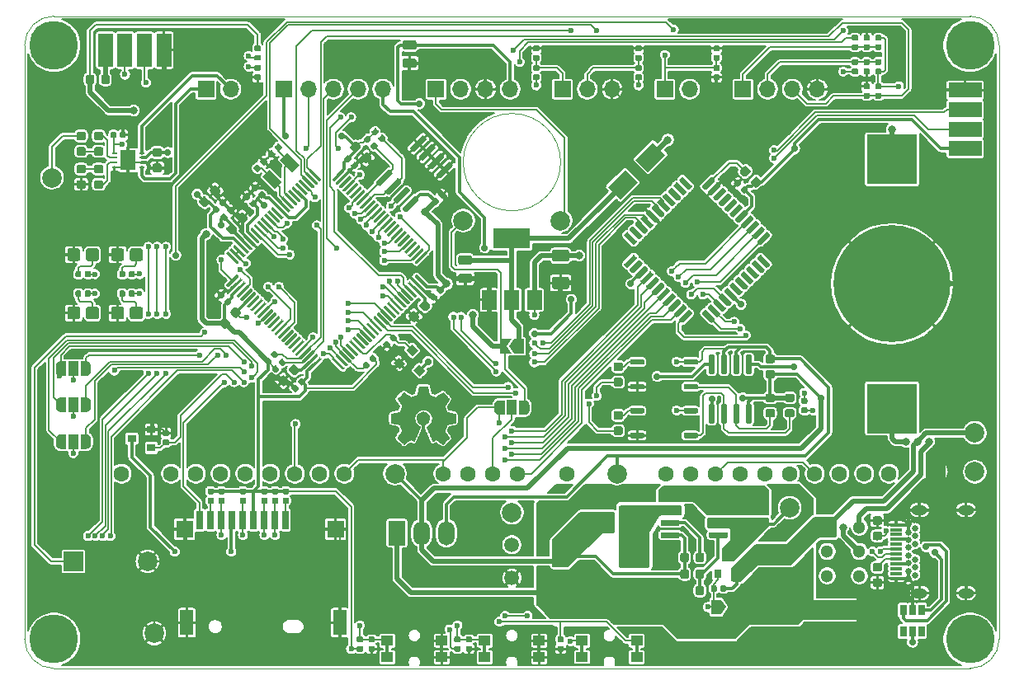
<source format=gbr>
G04 #@! TF.GenerationSoftware,KiCad,Pcbnew,5.1.5-52549c5~84~ubuntu16.04.1*
G04 #@! TF.CreationDate,2020-02-20T20:55:12+01:00*
G04 #@! TF.ProjectId,EmergencyWake,456d6572-6765-46e6-9379-57616b652e6b,rev?*
G04 #@! TF.SameCoordinates,PX5f5e100PY5f5e100*
G04 #@! TF.FileFunction,Copper,L1,Top*
G04 #@! TF.FilePolarity,Positive*
%FSLAX46Y46*%
G04 Gerber Fmt 4.6, Leading zero omitted, Abs format (unit mm)*
G04 Created by KiCad (PCBNEW 5.1.5-52549c5~84~ubuntu16.04.1) date 2020-02-20 20:55:12*
%MOMM*%
%LPD*%
G04 APERTURE LIST*
%ADD10C,0.050000*%
%ADD11C,0.010000*%
%ADD12C,0.150000*%
%ADD13C,5.000000*%
%ADD14R,0.650000X1.060000*%
%ADD15C,1.600000*%
%ADD16O,1.700000X1.700000*%
%ADD17R,1.700000X1.700000*%
%ADD18R,1.200000X1.000000*%
%ADD19R,1.700000X2.000000*%
%ADD20R,5.100000X5.100000*%
%ADD21C,11.999999*%
%ADD22R,1.400000X2.600000*%
%ADD23R,1.700000X1.800000*%
%ADD24R,0.700000X1.900000*%
%ADD25O,1.600000X1.000000*%
%ADD26R,1.200000X0.300000*%
%ADD27C,0.650000*%
%ADD28R,3.200000X0.900000*%
%ADD29R,3.400000X1.500000*%
%ADD30R,1.500000X3.400000*%
%ADD31C,2.000000*%
%ADD32O,1.700000X2.500000*%
%ADD33R,1.700000X2.500000*%
%ADD34R,0.900000X0.800000*%
%ADD35C,1.300000*%
%ADD36R,0.600000X0.250000*%
%ADD37R,1.600000X2.000000*%
%ADD38R,1.500000X2.000000*%
%ADD39R,3.800000X2.000000*%
%ADD40C,1.500000*%
%ADD41R,1.000000X1.500000*%
%ADD42R,2.500000X1.800000*%
%ADD43R,1.600000X1.600000*%
%ADD44R,0.800000X0.900000*%
%ADD45R,2.000000X2.000000*%
%ADD46C,0.600000*%
%ADD47C,0.800000*%
%ADD48C,0.700000*%
%ADD49C,0.200000*%
%ADD50C,0.300000*%
%ADD51C,2.000000*%
%ADD52C,0.500000*%
G04 APERTURE END LIST*
D10*
X55000000Y-15000000D02*
G75*
G03X55000000Y-15000000I-5000000J0D01*
G01*
X3000000Y-67000000D02*
G75*
G02X0Y-64000000I0J3000000D01*
G01*
X100000000Y-64000000D02*
G75*
G02X97000000Y-67000000I-3000000J0D01*
G01*
X97000000Y0D02*
G75*
G02X100000000Y-3000000I0J-3000000D01*
G01*
X0Y-3000000D02*
G75*
G02X3000000Y0I3000000J0D01*
G01*
X0Y-64000000D02*
X0Y-3000000D01*
X97000000Y-67000000D02*
X3000000Y-67000000D01*
X100000000Y-3000000D02*
X100000000Y-64000000D01*
X3000000Y0D02*
X97000000Y0D01*
D11*
G36*
X41455814Y-38468931D02*
G01*
X41539635Y-38913555D01*
X41848920Y-39041053D01*
X42158206Y-39168551D01*
X42529246Y-38916246D01*
X42633157Y-38845996D01*
X42727087Y-38783272D01*
X42806652Y-38730938D01*
X42867470Y-38691857D01*
X42905157Y-38668893D01*
X42915421Y-38663942D01*
X42933910Y-38676676D01*
X42973420Y-38711882D01*
X43029522Y-38765062D01*
X43097787Y-38831718D01*
X43173786Y-38907354D01*
X43253092Y-38987472D01*
X43331275Y-39067574D01*
X43403907Y-39143164D01*
X43466559Y-39209745D01*
X43514803Y-39262818D01*
X43544210Y-39297887D01*
X43551241Y-39309623D01*
X43541123Y-39331260D01*
X43512759Y-39378662D01*
X43469129Y-39447193D01*
X43413218Y-39532215D01*
X43348006Y-39629093D01*
X43310219Y-39684350D01*
X43241343Y-39785248D01*
X43180140Y-39876299D01*
X43129578Y-39952970D01*
X43092628Y-40010728D01*
X43072258Y-40045043D01*
X43069197Y-40052254D01*
X43076136Y-40072748D01*
X43095051Y-40120513D01*
X43123087Y-40188832D01*
X43157391Y-40270989D01*
X43195109Y-40360270D01*
X43233387Y-40449958D01*
X43269370Y-40533338D01*
X43300206Y-40603694D01*
X43323039Y-40654310D01*
X43335017Y-40678471D01*
X43335724Y-40679422D01*
X43354531Y-40684036D01*
X43404618Y-40694328D01*
X43480793Y-40709287D01*
X43577865Y-40727901D01*
X43690643Y-40749159D01*
X43756442Y-40761418D01*
X43876950Y-40784362D01*
X43985797Y-40806195D01*
X44077476Y-40825722D01*
X44146481Y-40841748D01*
X44187304Y-40853079D01*
X44195511Y-40856674D01*
X44203548Y-40881006D01*
X44210033Y-40935959D01*
X44214970Y-41015108D01*
X44218364Y-41112026D01*
X44220218Y-41220287D01*
X44220538Y-41333465D01*
X44219327Y-41445135D01*
X44216590Y-41548868D01*
X44212331Y-41638241D01*
X44206555Y-41706826D01*
X44199267Y-41748197D01*
X44194895Y-41756810D01*
X44168764Y-41767133D01*
X44113393Y-41781892D01*
X44036107Y-41799352D01*
X43944230Y-41817780D01*
X43912158Y-41823741D01*
X43757524Y-41852066D01*
X43635375Y-41874876D01*
X43541673Y-41893080D01*
X43472384Y-41907583D01*
X43423471Y-41919292D01*
X43390897Y-41929115D01*
X43370628Y-41937956D01*
X43358626Y-41946724D01*
X43356947Y-41948457D01*
X43340184Y-41976371D01*
X43314614Y-42030695D01*
X43282788Y-42104777D01*
X43247260Y-42191965D01*
X43210583Y-42285608D01*
X43175311Y-42379052D01*
X43143996Y-42465647D01*
X43119193Y-42538740D01*
X43103454Y-42591678D01*
X43099332Y-42617811D01*
X43099676Y-42618726D01*
X43113641Y-42640086D01*
X43145322Y-42687084D01*
X43191391Y-42754827D01*
X43248518Y-42838423D01*
X43313373Y-42932982D01*
X43331843Y-42959854D01*
X43397699Y-43057275D01*
X43455650Y-43146163D01*
X43502538Y-43221412D01*
X43535207Y-43277920D01*
X43550500Y-43310581D01*
X43551241Y-43314593D01*
X43538392Y-43335684D01*
X43502888Y-43377464D01*
X43449293Y-43435445D01*
X43382171Y-43505135D01*
X43306087Y-43582045D01*
X43225604Y-43661683D01*
X43145287Y-43739561D01*
X43069699Y-43811186D01*
X43003405Y-43872070D01*
X42950969Y-43917721D01*
X42916955Y-43943650D01*
X42907545Y-43947883D01*
X42885643Y-43937912D01*
X42840800Y-43911020D01*
X42780321Y-43871736D01*
X42733789Y-43840117D01*
X42649475Y-43782098D01*
X42549626Y-43713784D01*
X42449473Y-43645579D01*
X42395627Y-43609075D01*
X42213371Y-43485800D01*
X42060381Y-43568520D01*
X41990682Y-43604759D01*
X41931414Y-43632926D01*
X41891311Y-43648991D01*
X41881103Y-43651226D01*
X41868829Y-43634722D01*
X41844613Y-43588082D01*
X41810263Y-43515609D01*
X41767588Y-43421606D01*
X41718394Y-43310374D01*
X41664490Y-43186215D01*
X41607684Y-43053432D01*
X41549782Y-42916327D01*
X41492593Y-42779202D01*
X41437924Y-42646358D01*
X41387584Y-42522098D01*
X41343380Y-42410725D01*
X41307119Y-42316539D01*
X41280609Y-42243844D01*
X41265658Y-42196941D01*
X41263254Y-42180833D01*
X41282311Y-42160286D01*
X41324036Y-42126933D01*
X41379706Y-42087702D01*
X41384378Y-42084599D01*
X41528264Y-41969423D01*
X41644283Y-41835053D01*
X41731430Y-41685784D01*
X41788699Y-41525913D01*
X41815086Y-41359737D01*
X41809585Y-41191552D01*
X41771190Y-41025655D01*
X41698895Y-40866342D01*
X41677626Y-40831487D01*
X41566996Y-40690737D01*
X41436302Y-40577714D01*
X41290064Y-40493003D01*
X41132808Y-40437194D01*
X40969057Y-40410874D01*
X40803333Y-40414630D01*
X40640162Y-40449050D01*
X40484065Y-40514723D01*
X40339567Y-40612235D01*
X40294869Y-40651813D01*
X40181112Y-40775703D01*
X40098218Y-40906124D01*
X40041356Y-41052315D01*
X40009687Y-41197088D01*
X40001869Y-41359860D01*
X40027938Y-41523440D01*
X40085245Y-41682298D01*
X40171144Y-41830906D01*
X40282986Y-41963735D01*
X40418123Y-42075256D01*
X40435883Y-42087011D01*
X40492150Y-42125508D01*
X40534923Y-42158863D01*
X40555372Y-42180160D01*
X40555669Y-42180833D01*
X40551279Y-42203871D01*
X40533876Y-42256157D01*
X40505268Y-42333390D01*
X40467265Y-42431268D01*
X40421674Y-42545491D01*
X40370303Y-42671758D01*
X40314962Y-42805767D01*
X40257458Y-42943218D01*
X40199601Y-43079808D01*
X40143198Y-43211237D01*
X40090058Y-43333205D01*
X40041990Y-43441409D01*
X40000801Y-43531549D01*
X39968301Y-43599323D01*
X39946297Y-43640430D01*
X39937436Y-43651226D01*
X39910360Y-43642819D01*
X39859697Y-43620272D01*
X39794183Y-43587613D01*
X39758159Y-43568520D01*
X39605168Y-43485800D01*
X39422912Y-43609075D01*
X39329875Y-43672228D01*
X39228015Y-43741727D01*
X39132562Y-43807165D01*
X39084750Y-43840117D01*
X39017505Y-43885273D01*
X38960564Y-43921057D01*
X38921354Y-43942938D01*
X38908619Y-43947563D01*
X38890083Y-43935085D01*
X38849059Y-43900252D01*
X38789525Y-43846678D01*
X38715458Y-43777983D01*
X38630835Y-43697781D01*
X38577315Y-43646286D01*
X38483681Y-43554286D01*
X38402759Y-43471999D01*
X38337823Y-43402945D01*
X38292142Y-43350644D01*
X38268989Y-43318616D01*
X38266768Y-43312116D01*
X38277076Y-43287394D01*
X38305561Y-43237405D01*
X38349063Y-43167212D01*
X38404423Y-43081875D01*
X38468480Y-42986456D01*
X38486697Y-42959854D01*
X38553073Y-42863167D01*
X38612622Y-42776117D01*
X38662016Y-42703595D01*
X38697925Y-42650493D01*
X38717019Y-42621703D01*
X38718864Y-42618726D01*
X38716105Y-42595782D01*
X38701462Y-42545336D01*
X38677487Y-42474041D01*
X38646734Y-42388547D01*
X38611756Y-42295507D01*
X38575107Y-42201574D01*
X38539339Y-42113399D01*
X38507006Y-42037634D01*
X38480662Y-41980931D01*
X38462858Y-41949943D01*
X38461593Y-41948457D01*
X38450706Y-41939601D01*
X38432318Y-41930843D01*
X38402394Y-41921277D01*
X38356897Y-41909996D01*
X38291791Y-41896093D01*
X38203039Y-41878663D01*
X38086607Y-41856798D01*
X37938458Y-41829591D01*
X37906382Y-41823741D01*
X37811314Y-41805374D01*
X37728435Y-41787405D01*
X37665070Y-41771569D01*
X37628542Y-41759600D01*
X37623644Y-41756810D01*
X37615573Y-41732072D01*
X37609013Y-41676790D01*
X37603967Y-41597389D01*
X37600441Y-41500296D01*
X37598439Y-41391938D01*
X37597964Y-41278740D01*
X37599023Y-41167128D01*
X37601618Y-41063529D01*
X37605754Y-40974368D01*
X37611437Y-40906072D01*
X37618669Y-40865066D01*
X37623029Y-40856674D01*
X37647302Y-40848208D01*
X37702574Y-40834435D01*
X37783338Y-40816550D01*
X37884088Y-40795748D01*
X37999317Y-40773223D01*
X38062098Y-40761418D01*
X38181213Y-40739151D01*
X38287435Y-40718979D01*
X38375573Y-40701915D01*
X38440434Y-40688969D01*
X38476826Y-40681155D01*
X38482816Y-40679422D01*
X38492939Y-40659890D01*
X38514338Y-40612843D01*
X38544161Y-40545003D01*
X38579555Y-40463091D01*
X38617668Y-40373828D01*
X38655647Y-40283935D01*
X38690640Y-40200135D01*
X38719794Y-40129147D01*
X38740257Y-40077694D01*
X38749177Y-40052497D01*
X38749343Y-40051396D01*
X38739231Y-40031519D01*
X38710883Y-39985777D01*
X38667277Y-39918717D01*
X38611394Y-39834884D01*
X38546213Y-39738826D01*
X38508321Y-39683650D01*
X38439275Y-39582481D01*
X38377950Y-39490630D01*
X38327337Y-39412744D01*
X38290429Y-39353469D01*
X38270218Y-39317451D01*
X38267299Y-39309377D01*
X38279847Y-39290584D01*
X38314537Y-39250457D01*
X38366937Y-39193493D01*
X38432616Y-39124185D01*
X38507144Y-39047031D01*
X38586087Y-38966525D01*
X38665017Y-38887163D01*
X38739500Y-38813440D01*
X38805106Y-38749852D01*
X38857404Y-38700894D01*
X38891961Y-38671061D01*
X38903522Y-38663942D01*
X38922346Y-38673953D01*
X38967369Y-38702078D01*
X39034213Y-38745454D01*
X39118501Y-38801218D01*
X39215856Y-38866506D01*
X39289293Y-38916246D01*
X39660333Y-39168551D01*
X40278905Y-38913555D01*
X40362725Y-38468931D01*
X40446546Y-38024307D01*
X41371994Y-38024307D01*
X41455814Y-38468931D01*
G37*
X41455814Y-38468931D02*
X41539635Y-38913555D01*
X41848920Y-39041053D01*
X42158206Y-39168551D01*
X42529246Y-38916246D01*
X42633157Y-38845996D01*
X42727087Y-38783272D01*
X42806652Y-38730938D01*
X42867470Y-38691857D01*
X42905157Y-38668893D01*
X42915421Y-38663942D01*
X42933910Y-38676676D01*
X42973420Y-38711882D01*
X43029522Y-38765062D01*
X43097787Y-38831718D01*
X43173786Y-38907354D01*
X43253092Y-38987472D01*
X43331275Y-39067574D01*
X43403907Y-39143164D01*
X43466559Y-39209745D01*
X43514803Y-39262818D01*
X43544210Y-39297887D01*
X43551241Y-39309623D01*
X43541123Y-39331260D01*
X43512759Y-39378662D01*
X43469129Y-39447193D01*
X43413218Y-39532215D01*
X43348006Y-39629093D01*
X43310219Y-39684350D01*
X43241343Y-39785248D01*
X43180140Y-39876299D01*
X43129578Y-39952970D01*
X43092628Y-40010728D01*
X43072258Y-40045043D01*
X43069197Y-40052254D01*
X43076136Y-40072748D01*
X43095051Y-40120513D01*
X43123087Y-40188832D01*
X43157391Y-40270989D01*
X43195109Y-40360270D01*
X43233387Y-40449958D01*
X43269370Y-40533338D01*
X43300206Y-40603694D01*
X43323039Y-40654310D01*
X43335017Y-40678471D01*
X43335724Y-40679422D01*
X43354531Y-40684036D01*
X43404618Y-40694328D01*
X43480793Y-40709287D01*
X43577865Y-40727901D01*
X43690643Y-40749159D01*
X43756442Y-40761418D01*
X43876950Y-40784362D01*
X43985797Y-40806195D01*
X44077476Y-40825722D01*
X44146481Y-40841748D01*
X44187304Y-40853079D01*
X44195511Y-40856674D01*
X44203548Y-40881006D01*
X44210033Y-40935959D01*
X44214970Y-41015108D01*
X44218364Y-41112026D01*
X44220218Y-41220287D01*
X44220538Y-41333465D01*
X44219327Y-41445135D01*
X44216590Y-41548868D01*
X44212331Y-41638241D01*
X44206555Y-41706826D01*
X44199267Y-41748197D01*
X44194895Y-41756810D01*
X44168764Y-41767133D01*
X44113393Y-41781892D01*
X44036107Y-41799352D01*
X43944230Y-41817780D01*
X43912158Y-41823741D01*
X43757524Y-41852066D01*
X43635375Y-41874876D01*
X43541673Y-41893080D01*
X43472384Y-41907583D01*
X43423471Y-41919292D01*
X43390897Y-41929115D01*
X43370628Y-41937956D01*
X43358626Y-41946724D01*
X43356947Y-41948457D01*
X43340184Y-41976371D01*
X43314614Y-42030695D01*
X43282788Y-42104777D01*
X43247260Y-42191965D01*
X43210583Y-42285608D01*
X43175311Y-42379052D01*
X43143996Y-42465647D01*
X43119193Y-42538740D01*
X43103454Y-42591678D01*
X43099332Y-42617811D01*
X43099676Y-42618726D01*
X43113641Y-42640086D01*
X43145322Y-42687084D01*
X43191391Y-42754827D01*
X43248518Y-42838423D01*
X43313373Y-42932982D01*
X43331843Y-42959854D01*
X43397699Y-43057275D01*
X43455650Y-43146163D01*
X43502538Y-43221412D01*
X43535207Y-43277920D01*
X43550500Y-43310581D01*
X43551241Y-43314593D01*
X43538392Y-43335684D01*
X43502888Y-43377464D01*
X43449293Y-43435445D01*
X43382171Y-43505135D01*
X43306087Y-43582045D01*
X43225604Y-43661683D01*
X43145287Y-43739561D01*
X43069699Y-43811186D01*
X43003405Y-43872070D01*
X42950969Y-43917721D01*
X42916955Y-43943650D01*
X42907545Y-43947883D01*
X42885643Y-43937912D01*
X42840800Y-43911020D01*
X42780321Y-43871736D01*
X42733789Y-43840117D01*
X42649475Y-43782098D01*
X42549626Y-43713784D01*
X42449473Y-43645579D01*
X42395627Y-43609075D01*
X42213371Y-43485800D01*
X42060381Y-43568520D01*
X41990682Y-43604759D01*
X41931414Y-43632926D01*
X41891311Y-43648991D01*
X41881103Y-43651226D01*
X41868829Y-43634722D01*
X41844613Y-43588082D01*
X41810263Y-43515609D01*
X41767588Y-43421606D01*
X41718394Y-43310374D01*
X41664490Y-43186215D01*
X41607684Y-43053432D01*
X41549782Y-42916327D01*
X41492593Y-42779202D01*
X41437924Y-42646358D01*
X41387584Y-42522098D01*
X41343380Y-42410725D01*
X41307119Y-42316539D01*
X41280609Y-42243844D01*
X41265658Y-42196941D01*
X41263254Y-42180833D01*
X41282311Y-42160286D01*
X41324036Y-42126933D01*
X41379706Y-42087702D01*
X41384378Y-42084599D01*
X41528264Y-41969423D01*
X41644283Y-41835053D01*
X41731430Y-41685784D01*
X41788699Y-41525913D01*
X41815086Y-41359737D01*
X41809585Y-41191552D01*
X41771190Y-41025655D01*
X41698895Y-40866342D01*
X41677626Y-40831487D01*
X41566996Y-40690737D01*
X41436302Y-40577714D01*
X41290064Y-40493003D01*
X41132808Y-40437194D01*
X40969057Y-40410874D01*
X40803333Y-40414630D01*
X40640162Y-40449050D01*
X40484065Y-40514723D01*
X40339567Y-40612235D01*
X40294869Y-40651813D01*
X40181112Y-40775703D01*
X40098218Y-40906124D01*
X40041356Y-41052315D01*
X40009687Y-41197088D01*
X40001869Y-41359860D01*
X40027938Y-41523440D01*
X40085245Y-41682298D01*
X40171144Y-41830906D01*
X40282986Y-41963735D01*
X40418123Y-42075256D01*
X40435883Y-42087011D01*
X40492150Y-42125508D01*
X40534923Y-42158863D01*
X40555372Y-42180160D01*
X40555669Y-42180833D01*
X40551279Y-42203871D01*
X40533876Y-42256157D01*
X40505268Y-42333390D01*
X40467265Y-42431268D01*
X40421674Y-42545491D01*
X40370303Y-42671758D01*
X40314962Y-42805767D01*
X40257458Y-42943218D01*
X40199601Y-43079808D01*
X40143198Y-43211237D01*
X40090058Y-43333205D01*
X40041990Y-43441409D01*
X40000801Y-43531549D01*
X39968301Y-43599323D01*
X39946297Y-43640430D01*
X39937436Y-43651226D01*
X39910360Y-43642819D01*
X39859697Y-43620272D01*
X39794183Y-43587613D01*
X39758159Y-43568520D01*
X39605168Y-43485800D01*
X39422912Y-43609075D01*
X39329875Y-43672228D01*
X39228015Y-43741727D01*
X39132562Y-43807165D01*
X39084750Y-43840117D01*
X39017505Y-43885273D01*
X38960564Y-43921057D01*
X38921354Y-43942938D01*
X38908619Y-43947563D01*
X38890083Y-43935085D01*
X38849059Y-43900252D01*
X38789525Y-43846678D01*
X38715458Y-43777983D01*
X38630835Y-43697781D01*
X38577315Y-43646286D01*
X38483681Y-43554286D01*
X38402759Y-43471999D01*
X38337823Y-43402945D01*
X38292142Y-43350644D01*
X38268989Y-43318616D01*
X38266768Y-43312116D01*
X38277076Y-43287394D01*
X38305561Y-43237405D01*
X38349063Y-43167212D01*
X38404423Y-43081875D01*
X38468480Y-42986456D01*
X38486697Y-42959854D01*
X38553073Y-42863167D01*
X38612622Y-42776117D01*
X38662016Y-42703595D01*
X38697925Y-42650493D01*
X38717019Y-42621703D01*
X38718864Y-42618726D01*
X38716105Y-42595782D01*
X38701462Y-42545336D01*
X38677487Y-42474041D01*
X38646734Y-42388547D01*
X38611756Y-42295507D01*
X38575107Y-42201574D01*
X38539339Y-42113399D01*
X38507006Y-42037634D01*
X38480662Y-41980931D01*
X38462858Y-41949943D01*
X38461593Y-41948457D01*
X38450706Y-41939601D01*
X38432318Y-41930843D01*
X38402394Y-41921277D01*
X38356897Y-41909996D01*
X38291791Y-41896093D01*
X38203039Y-41878663D01*
X38086607Y-41856798D01*
X37938458Y-41829591D01*
X37906382Y-41823741D01*
X37811314Y-41805374D01*
X37728435Y-41787405D01*
X37665070Y-41771569D01*
X37628542Y-41759600D01*
X37623644Y-41756810D01*
X37615573Y-41732072D01*
X37609013Y-41676790D01*
X37603967Y-41597389D01*
X37600441Y-41500296D01*
X37598439Y-41391938D01*
X37597964Y-41278740D01*
X37599023Y-41167128D01*
X37601618Y-41063529D01*
X37605754Y-40974368D01*
X37611437Y-40906072D01*
X37618669Y-40865066D01*
X37623029Y-40856674D01*
X37647302Y-40848208D01*
X37702574Y-40834435D01*
X37783338Y-40816550D01*
X37884088Y-40795748D01*
X37999317Y-40773223D01*
X38062098Y-40761418D01*
X38181213Y-40739151D01*
X38287435Y-40718979D01*
X38375573Y-40701915D01*
X38440434Y-40688969D01*
X38476826Y-40681155D01*
X38482816Y-40679422D01*
X38492939Y-40659890D01*
X38514338Y-40612843D01*
X38544161Y-40545003D01*
X38579555Y-40463091D01*
X38617668Y-40373828D01*
X38655647Y-40283935D01*
X38690640Y-40200135D01*
X38719794Y-40129147D01*
X38740257Y-40077694D01*
X38749177Y-40052497D01*
X38749343Y-40051396D01*
X38739231Y-40031519D01*
X38710883Y-39985777D01*
X38667277Y-39918717D01*
X38611394Y-39834884D01*
X38546213Y-39738826D01*
X38508321Y-39683650D01*
X38439275Y-39582481D01*
X38377950Y-39490630D01*
X38327337Y-39412744D01*
X38290429Y-39353469D01*
X38270218Y-39317451D01*
X38267299Y-39309377D01*
X38279847Y-39290584D01*
X38314537Y-39250457D01*
X38366937Y-39193493D01*
X38432616Y-39124185D01*
X38507144Y-39047031D01*
X38586087Y-38966525D01*
X38665017Y-38887163D01*
X38739500Y-38813440D01*
X38805106Y-38749852D01*
X38857404Y-38700894D01*
X38891961Y-38671061D01*
X38903522Y-38663942D01*
X38922346Y-38673953D01*
X38967369Y-38702078D01*
X39034213Y-38745454D01*
X39118501Y-38801218D01*
X39215856Y-38866506D01*
X39289293Y-38916246D01*
X39660333Y-39168551D01*
X40278905Y-38913555D01*
X40362725Y-38468931D01*
X40446546Y-38024307D01*
X41371994Y-38024307D01*
X41455814Y-38468931D01*
D12*
G36*
X86400000Y-62000000D02*
G01*
X82400000Y-62000000D01*
X82400000Y-60000000D01*
X86400000Y-60000000D01*
X86400000Y-62000000D01*
G37*
D13*
X97000000Y-3000000D03*
X97000000Y-64000000D03*
X3000000Y-64000000D03*
X3000000Y-3000000D03*
D14*
X91100000Y-63200000D03*
X92050000Y-63200000D03*
X90150000Y-63200000D03*
X90150000Y-61000000D03*
X91100000Y-61000000D03*
X92050000Y-61000000D03*
G04 #@! TA.AperFunction,SMDPad,CuDef*
D12*
G36*
X32651374Y-15689991D02*
G01*
X32658655Y-15691071D01*
X32665794Y-15692859D01*
X32672724Y-15695339D01*
X32679378Y-15698486D01*
X32685691Y-15702270D01*
X32691602Y-15706654D01*
X32697056Y-15711597D01*
X32803122Y-15817663D01*
X32808065Y-15823117D01*
X32812449Y-15829028D01*
X32816233Y-15835341D01*
X32819380Y-15841995D01*
X32821860Y-15848925D01*
X32823648Y-15856064D01*
X32824728Y-15863345D01*
X32825089Y-15870696D01*
X32824728Y-15878047D01*
X32823648Y-15885328D01*
X32821860Y-15892467D01*
X32819380Y-15899397D01*
X32816233Y-15906051D01*
X32812449Y-15912364D01*
X32808065Y-15918275D01*
X32803122Y-15923729D01*
X31777818Y-16949033D01*
X31772364Y-16953976D01*
X31766453Y-16958360D01*
X31760140Y-16962144D01*
X31753486Y-16965291D01*
X31746556Y-16967771D01*
X31739417Y-16969559D01*
X31732136Y-16970639D01*
X31724785Y-16971000D01*
X31717434Y-16970639D01*
X31710153Y-16969559D01*
X31703014Y-16967771D01*
X31696084Y-16965291D01*
X31689430Y-16962144D01*
X31683117Y-16958360D01*
X31677206Y-16953976D01*
X31671752Y-16949033D01*
X31565686Y-16842967D01*
X31560743Y-16837513D01*
X31556359Y-16831602D01*
X31552575Y-16825289D01*
X31549428Y-16818635D01*
X31546948Y-16811705D01*
X31545160Y-16804566D01*
X31544080Y-16797285D01*
X31543719Y-16789934D01*
X31544080Y-16782583D01*
X31545160Y-16775302D01*
X31546948Y-16768163D01*
X31549428Y-16761233D01*
X31552575Y-16754579D01*
X31556359Y-16748266D01*
X31560743Y-16742355D01*
X31565686Y-16736901D01*
X32590990Y-15711597D01*
X32596444Y-15706654D01*
X32602355Y-15702270D01*
X32608668Y-15698486D01*
X32615322Y-15695339D01*
X32622252Y-15692859D01*
X32629391Y-15691071D01*
X32636672Y-15689991D01*
X32644023Y-15689630D01*
X32651374Y-15689991D01*
G37*
G04 #@! TD.AperFunction*
G04 #@! TA.AperFunction,SMDPad,CuDef*
G36*
X33004927Y-16043544D02*
G01*
X33012208Y-16044624D01*
X33019347Y-16046412D01*
X33026277Y-16048892D01*
X33032931Y-16052039D01*
X33039244Y-16055823D01*
X33045155Y-16060207D01*
X33050609Y-16065150D01*
X33156675Y-16171216D01*
X33161618Y-16176670D01*
X33166002Y-16182581D01*
X33169786Y-16188894D01*
X33172933Y-16195548D01*
X33175413Y-16202478D01*
X33177201Y-16209617D01*
X33178281Y-16216898D01*
X33178642Y-16224249D01*
X33178281Y-16231600D01*
X33177201Y-16238881D01*
X33175413Y-16246020D01*
X33172933Y-16252950D01*
X33169786Y-16259604D01*
X33166002Y-16265917D01*
X33161618Y-16271828D01*
X33156675Y-16277282D01*
X32131371Y-17302586D01*
X32125917Y-17307529D01*
X32120006Y-17311913D01*
X32113693Y-17315697D01*
X32107039Y-17318844D01*
X32100109Y-17321324D01*
X32092970Y-17323112D01*
X32085689Y-17324192D01*
X32078338Y-17324553D01*
X32070987Y-17324192D01*
X32063706Y-17323112D01*
X32056567Y-17321324D01*
X32049637Y-17318844D01*
X32042983Y-17315697D01*
X32036670Y-17311913D01*
X32030759Y-17307529D01*
X32025305Y-17302586D01*
X31919239Y-17196520D01*
X31914296Y-17191066D01*
X31909912Y-17185155D01*
X31906128Y-17178842D01*
X31902981Y-17172188D01*
X31900501Y-17165258D01*
X31898713Y-17158119D01*
X31897633Y-17150838D01*
X31897272Y-17143487D01*
X31897633Y-17136136D01*
X31898713Y-17128855D01*
X31900501Y-17121716D01*
X31902981Y-17114786D01*
X31906128Y-17108132D01*
X31909912Y-17101819D01*
X31914296Y-17095908D01*
X31919239Y-17090454D01*
X32944543Y-16065150D01*
X32949997Y-16060207D01*
X32955908Y-16055823D01*
X32962221Y-16052039D01*
X32968875Y-16048892D01*
X32975805Y-16046412D01*
X32982944Y-16044624D01*
X32990225Y-16043544D01*
X32997576Y-16043183D01*
X33004927Y-16043544D01*
G37*
G04 #@! TD.AperFunction*
G04 #@! TA.AperFunction,SMDPad,CuDef*
G36*
X33358481Y-16397098D02*
G01*
X33365762Y-16398178D01*
X33372901Y-16399966D01*
X33379831Y-16402446D01*
X33386485Y-16405593D01*
X33392798Y-16409377D01*
X33398709Y-16413761D01*
X33404163Y-16418704D01*
X33510229Y-16524770D01*
X33515172Y-16530224D01*
X33519556Y-16536135D01*
X33523340Y-16542448D01*
X33526487Y-16549102D01*
X33528967Y-16556032D01*
X33530755Y-16563171D01*
X33531835Y-16570452D01*
X33532196Y-16577803D01*
X33531835Y-16585154D01*
X33530755Y-16592435D01*
X33528967Y-16599574D01*
X33526487Y-16606504D01*
X33523340Y-16613158D01*
X33519556Y-16619471D01*
X33515172Y-16625382D01*
X33510229Y-16630836D01*
X32484925Y-17656140D01*
X32479471Y-17661083D01*
X32473560Y-17665467D01*
X32467247Y-17669251D01*
X32460593Y-17672398D01*
X32453663Y-17674878D01*
X32446524Y-17676666D01*
X32439243Y-17677746D01*
X32431892Y-17678107D01*
X32424541Y-17677746D01*
X32417260Y-17676666D01*
X32410121Y-17674878D01*
X32403191Y-17672398D01*
X32396537Y-17669251D01*
X32390224Y-17665467D01*
X32384313Y-17661083D01*
X32378859Y-17656140D01*
X32272793Y-17550074D01*
X32267850Y-17544620D01*
X32263466Y-17538709D01*
X32259682Y-17532396D01*
X32256535Y-17525742D01*
X32254055Y-17518812D01*
X32252267Y-17511673D01*
X32251187Y-17504392D01*
X32250826Y-17497041D01*
X32251187Y-17489690D01*
X32252267Y-17482409D01*
X32254055Y-17475270D01*
X32256535Y-17468340D01*
X32259682Y-17461686D01*
X32263466Y-17455373D01*
X32267850Y-17449462D01*
X32272793Y-17444008D01*
X33298097Y-16418704D01*
X33303551Y-16413761D01*
X33309462Y-16409377D01*
X33315775Y-16405593D01*
X33322429Y-16402446D01*
X33329359Y-16399966D01*
X33336498Y-16398178D01*
X33343779Y-16397098D01*
X33351130Y-16396737D01*
X33358481Y-16397098D01*
G37*
G04 #@! TD.AperFunction*
G04 #@! TA.AperFunction,SMDPad,CuDef*
G36*
X33712034Y-16750651D02*
G01*
X33719315Y-16751731D01*
X33726454Y-16753519D01*
X33733384Y-16755999D01*
X33740038Y-16759146D01*
X33746351Y-16762930D01*
X33752262Y-16767314D01*
X33757716Y-16772257D01*
X33863782Y-16878323D01*
X33868725Y-16883777D01*
X33873109Y-16889688D01*
X33876893Y-16896001D01*
X33880040Y-16902655D01*
X33882520Y-16909585D01*
X33884308Y-16916724D01*
X33885388Y-16924005D01*
X33885749Y-16931356D01*
X33885388Y-16938707D01*
X33884308Y-16945988D01*
X33882520Y-16953127D01*
X33880040Y-16960057D01*
X33876893Y-16966711D01*
X33873109Y-16973024D01*
X33868725Y-16978935D01*
X33863782Y-16984389D01*
X32838478Y-18009693D01*
X32833024Y-18014636D01*
X32827113Y-18019020D01*
X32820800Y-18022804D01*
X32814146Y-18025951D01*
X32807216Y-18028431D01*
X32800077Y-18030219D01*
X32792796Y-18031299D01*
X32785445Y-18031660D01*
X32778094Y-18031299D01*
X32770813Y-18030219D01*
X32763674Y-18028431D01*
X32756744Y-18025951D01*
X32750090Y-18022804D01*
X32743777Y-18019020D01*
X32737866Y-18014636D01*
X32732412Y-18009693D01*
X32626346Y-17903627D01*
X32621403Y-17898173D01*
X32617019Y-17892262D01*
X32613235Y-17885949D01*
X32610088Y-17879295D01*
X32607608Y-17872365D01*
X32605820Y-17865226D01*
X32604740Y-17857945D01*
X32604379Y-17850594D01*
X32604740Y-17843243D01*
X32605820Y-17835962D01*
X32607608Y-17828823D01*
X32610088Y-17821893D01*
X32613235Y-17815239D01*
X32617019Y-17808926D01*
X32621403Y-17803015D01*
X32626346Y-17797561D01*
X33651650Y-16772257D01*
X33657104Y-16767314D01*
X33663015Y-16762930D01*
X33669328Y-16759146D01*
X33675982Y-16755999D01*
X33682912Y-16753519D01*
X33690051Y-16751731D01*
X33697332Y-16750651D01*
X33704683Y-16750290D01*
X33712034Y-16750651D01*
G37*
G04 #@! TD.AperFunction*
G04 #@! TA.AperFunction,SMDPad,CuDef*
G36*
X34065587Y-17104204D02*
G01*
X34072868Y-17105284D01*
X34080007Y-17107072D01*
X34086937Y-17109552D01*
X34093591Y-17112699D01*
X34099904Y-17116483D01*
X34105815Y-17120867D01*
X34111269Y-17125810D01*
X34217335Y-17231876D01*
X34222278Y-17237330D01*
X34226662Y-17243241D01*
X34230446Y-17249554D01*
X34233593Y-17256208D01*
X34236073Y-17263138D01*
X34237861Y-17270277D01*
X34238941Y-17277558D01*
X34239302Y-17284909D01*
X34238941Y-17292260D01*
X34237861Y-17299541D01*
X34236073Y-17306680D01*
X34233593Y-17313610D01*
X34230446Y-17320264D01*
X34226662Y-17326577D01*
X34222278Y-17332488D01*
X34217335Y-17337942D01*
X33192031Y-18363246D01*
X33186577Y-18368189D01*
X33180666Y-18372573D01*
X33174353Y-18376357D01*
X33167699Y-18379504D01*
X33160769Y-18381984D01*
X33153630Y-18383772D01*
X33146349Y-18384852D01*
X33138998Y-18385213D01*
X33131647Y-18384852D01*
X33124366Y-18383772D01*
X33117227Y-18381984D01*
X33110297Y-18379504D01*
X33103643Y-18376357D01*
X33097330Y-18372573D01*
X33091419Y-18368189D01*
X33085965Y-18363246D01*
X32979899Y-18257180D01*
X32974956Y-18251726D01*
X32970572Y-18245815D01*
X32966788Y-18239502D01*
X32963641Y-18232848D01*
X32961161Y-18225918D01*
X32959373Y-18218779D01*
X32958293Y-18211498D01*
X32957932Y-18204147D01*
X32958293Y-18196796D01*
X32959373Y-18189515D01*
X32961161Y-18182376D01*
X32963641Y-18175446D01*
X32966788Y-18168792D01*
X32970572Y-18162479D01*
X32974956Y-18156568D01*
X32979899Y-18151114D01*
X34005203Y-17125810D01*
X34010657Y-17120867D01*
X34016568Y-17116483D01*
X34022881Y-17112699D01*
X34029535Y-17109552D01*
X34036465Y-17107072D01*
X34043604Y-17105284D01*
X34050885Y-17104204D01*
X34058236Y-17103843D01*
X34065587Y-17104204D01*
G37*
G04 #@! TD.AperFunction*
G04 #@! TA.AperFunction,SMDPad,CuDef*
G36*
X34419141Y-17457758D02*
G01*
X34426422Y-17458838D01*
X34433561Y-17460626D01*
X34440491Y-17463106D01*
X34447145Y-17466253D01*
X34453458Y-17470037D01*
X34459369Y-17474421D01*
X34464823Y-17479364D01*
X34570889Y-17585430D01*
X34575832Y-17590884D01*
X34580216Y-17596795D01*
X34584000Y-17603108D01*
X34587147Y-17609762D01*
X34589627Y-17616692D01*
X34591415Y-17623831D01*
X34592495Y-17631112D01*
X34592856Y-17638463D01*
X34592495Y-17645814D01*
X34591415Y-17653095D01*
X34589627Y-17660234D01*
X34587147Y-17667164D01*
X34584000Y-17673818D01*
X34580216Y-17680131D01*
X34575832Y-17686042D01*
X34570889Y-17691496D01*
X33545585Y-18716800D01*
X33540131Y-18721743D01*
X33534220Y-18726127D01*
X33527907Y-18729911D01*
X33521253Y-18733058D01*
X33514323Y-18735538D01*
X33507184Y-18737326D01*
X33499903Y-18738406D01*
X33492552Y-18738767D01*
X33485201Y-18738406D01*
X33477920Y-18737326D01*
X33470781Y-18735538D01*
X33463851Y-18733058D01*
X33457197Y-18729911D01*
X33450884Y-18726127D01*
X33444973Y-18721743D01*
X33439519Y-18716800D01*
X33333453Y-18610734D01*
X33328510Y-18605280D01*
X33324126Y-18599369D01*
X33320342Y-18593056D01*
X33317195Y-18586402D01*
X33314715Y-18579472D01*
X33312927Y-18572333D01*
X33311847Y-18565052D01*
X33311486Y-18557701D01*
X33311847Y-18550350D01*
X33312927Y-18543069D01*
X33314715Y-18535930D01*
X33317195Y-18529000D01*
X33320342Y-18522346D01*
X33324126Y-18516033D01*
X33328510Y-18510122D01*
X33333453Y-18504668D01*
X34358757Y-17479364D01*
X34364211Y-17474421D01*
X34370122Y-17470037D01*
X34376435Y-17466253D01*
X34383089Y-17463106D01*
X34390019Y-17460626D01*
X34397158Y-17458838D01*
X34404439Y-17457758D01*
X34411790Y-17457397D01*
X34419141Y-17457758D01*
G37*
G04 #@! TD.AperFunction*
G04 #@! TA.AperFunction,SMDPad,CuDef*
G36*
X34772694Y-17811311D02*
G01*
X34779975Y-17812391D01*
X34787114Y-17814179D01*
X34794044Y-17816659D01*
X34800698Y-17819806D01*
X34807011Y-17823590D01*
X34812922Y-17827974D01*
X34818376Y-17832917D01*
X34924442Y-17938983D01*
X34929385Y-17944437D01*
X34933769Y-17950348D01*
X34937553Y-17956661D01*
X34940700Y-17963315D01*
X34943180Y-17970245D01*
X34944968Y-17977384D01*
X34946048Y-17984665D01*
X34946409Y-17992016D01*
X34946048Y-17999367D01*
X34944968Y-18006648D01*
X34943180Y-18013787D01*
X34940700Y-18020717D01*
X34937553Y-18027371D01*
X34933769Y-18033684D01*
X34929385Y-18039595D01*
X34924442Y-18045049D01*
X33899138Y-19070353D01*
X33893684Y-19075296D01*
X33887773Y-19079680D01*
X33881460Y-19083464D01*
X33874806Y-19086611D01*
X33867876Y-19089091D01*
X33860737Y-19090879D01*
X33853456Y-19091959D01*
X33846105Y-19092320D01*
X33838754Y-19091959D01*
X33831473Y-19090879D01*
X33824334Y-19089091D01*
X33817404Y-19086611D01*
X33810750Y-19083464D01*
X33804437Y-19079680D01*
X33798526Y-19075296D01*
X33793072Y-19070353D01*
X33687006Y-18964287D01*
X33682063Y-18958833D01*
X33677679Y-18952922D01*
X33673895Y-18946609D01*
X33670748Y-18939955D01*
X33668268Y-18933025D01*
X33666480Y-18925886D01*
X33665400Y-18918605D01*
X33665039Y-18911254D01*
X33665400Y-18903903D01*
X33666480Y-18896622D01*
X33668268Y-18889483D01*
X33670748Y-18882553D01*
X33673895Y-18875899D01*
X33677679Y-18869586D01*
X33682063Y-18863675D01*
X33687006Y-18858221D01*
X34712310Y-17832917D01*
X34717764Y-17827974D01*
X34723675Y-17823590D01*
X34729988Y-17819806D01*
X34736642Y-17816659D01*
X34743572Y-17814179D01*
X34750711Y-17812391D01*
X34757992Y-17811311D01*
X34765343Y-17810950D01*
X34772694Y-17811311D01*
G37*
G04 #@! TD.AperFunction*
G04 #@! TA.AperFunction,SMDPad,CuDef*
G36*
X35126248Y-18164865D02*
G01*
X35133529Y-18165945D01*
X35140668Y-18167733D01*
X35147598Y-18170213D01*
X35154252Y-18173360D01*
X35160565Y-18177144D01*
X35166476Y-18181528D01*
X35171930Y-18186471D01*
X35277996Y-18292537D01*
X35282939Y-18297991D01*
X35287323Y-18303902D01*
X35291107Y-18310215D01*
X35294254Y-18316869D01*
X35296734Y-18323799D01*
X35298522Y-18330938D01*
X35299602Y-18338219D01*
X35299963Y-18345570D01*
X35299602Y-18352921D01*
X35298522Y-18360202D01*
X35296734Y-18367341D01*
X35294254Y-18374271D01*
X35291107Y-18380925D01*
X35287323Y-18387238D01*
X35282939Y-18393149D01*
X35277996Y-18398603D01*
X34252692Y-19423907D01*
X34247238Y-19428850D01*
X34241327Y-19433234D01*
X34235014Y-19437018D01*
X34228360Y-19440165D01*
X34221430Y-19442645D01*
X34214291Y-19444433D01*
X34207010Y-19445513D01*
X34199659Y-19445874D01*
X34192308Y-19445513D01*
X34185027Y-19444433D01*
X34177888Y-19442645D01*
X34170958Y-19440165D01*
X34164304Y-19437018D01*
X34157991Y-19433234D01*
X34152080Y-19428850D01*
X34146626Y-19423907D01*
X34040560Y-19317841D01*
X34035617Y-19312387D01*
X34031233Y-19306476D01*
X34027449Y-19300163D01*
X34024302Y-19293509D01*
X34021822Y-19286579D01*
X34020034Y-19279440D01*
X34018954Y-19272159D01*
X34018593Y-19264808D01*
X34018954Y-19257457D01*
X34020034Y-19250176D01*
X34021822Y-19243037D01*
X34024302Y-19236107D01*
X34027449Y-19229453D01*
X34031233Y-19223140D01*
X34035617Y-19217229D01*
X34040560Y-19211775D01*
X35065864Y-18186471D01*
X35071318Y-18181528D01*
X35077229Y-18177144D01*
X35083542Y-18173360D01*
X35090196Y-18170213D01*
X35097126Y-18167733D01*
X35104265Y-18165945D01*
X35111546Y-18164865D01*
X35118897Y-18164504D01*
X35126248Y-18164865D01*
G37*
G04 #@! TD.AperFunction*
G04 #@! TA.AperFunction,SMDPad,CuDef*
G36*
X35479801Y-18518418D02*
G01*
X35487082Y-18519498D01*
X35494221Y-18521286D01*
X35501151Y-18523766D01*
X35507805Y-18526913D01*
X35514118Y-18530697D01*
X35520029Y-18535081D01*
X35525483Y-18540024D01*
X35631549Y-18646090D01*
X35636492Y-18651544D01*
X35640876Y-18657455D01*
X35644660Y-18663768D01*
X35647807Y-18670422D01*
X35650287Y-18677352D01*
X35652075Y-18684491D01*
X35653155Y-18691772D01*
X35653516Y-18699123D01*
X35653155Y-18706474D01*
X35652075Y-18713755D01*
X35650287Y-18720894D01*
X35647807Y-18727824D01*
X35644660Y-18734478D01*
X35640876Y-18740791D01*
X35636492Y-18746702D01*
X35631549Y-18752156D01*
X34606245Y-19777460D01*
X34600791Y-19782403D01*
X34594880Y-19786787D01*
X34588567Y-19790571D01*
X34581913Y-19793718D01*
X34574983Y-19796198D01*
X34567844Y-19797986D01*
X34560563Y-19799066D01*
X34553212Y-19799427D01*
X34545861Y-19799066D01*
X34538580Y-19797986D01*
X34531441Y-19796198D01*
X34524511Y-19793718D01*
X34517857Y-19790571D01*
X34511544Y-19786787D01*
X34505633Y-19782403D01*
X34500179Y-19777460D01*
X34394113Y-19671394D01*
X34389170Y-19665940D01*
X34384786Y-19660029D01*
X34381002Y-19653716D01*
X34377855Y-19647062D01*
X34375375Y-19640132D01*
X34373587Y-19632993D01*
X34372507Y-19625712D01*
X34372146Y-19618361D01*
X34372507Y-19611010D01*
X34373587Y-19603729D01*
X34375375Y-19596590D01*
X34377855Y-19589660D01*
X34381002Y-19583006D01*
X34384786Y-19576693D01*
X34389170Y-19570782D01*
X34394113Y-19565328D01*
X35419417Y-18540024D01*
X35424871Y-18535081D01*
X35430782Y-18530697D01*
X35437095Y-18526913D01*
X35443749Y-18523766D01*
X35450679Y-18521286D01*
X35457818Y-18519498D01*
X35465099Y-18518418D01*
X35472450Y-18518057D01*
X35479801Y-18518418D01*
G37*
G04 #@! TD.AperFunction*
G04 #@! TA.AperFunction,SMDPad,CuDef*
G36*
X35833354Y-18871971D02*
G01*
X35840635Y-18873051D01*
X35847774Y-18874839D01*
X35854704Y-18877319D01*
X35861358Y-18880466D01*
X35867671Y-18884250D01*
X35873582Y-18888634D01*
X35879036Y-18893577D01*
X35985102Y-18999643D01*
X35990045Y-19005097D01*
X35994429Y-19011008D01*
X35998213Y-19017321D01*
X36001360Y-19023975D01*
X36003840Y-19030905D01*
X36005628Y-19038044D01*
X36006708Y-19045325D01*
X36007069Y-19052676D01*
X36006708Y-19060027D01*
X36005628Y-19067308D01*
X36003840Y-19074447D01*
X36001360Y-19081377D01*
X35998213Y-19088031D01*
X35994429Y-19094344D01*
X35990045Y-19100255D01*
X35985102Y-19105709D01*
X34959798Y-20131013D01*
X34954344Y-20135956D01*
X34948433Y-20140340D01*
X34942120Y-20144124D01*
X34935466Y-20147271D01*
X34928536Y-20149751D01*
X34921397Y-20151539D01*
X34914116Y-20152619D01*
X34906765Y-20152980D01*
X34899414Y-20152619D01*
X34892133Y-20151539D01*
X34884994Y-20149751D01*
X34878064Y-20147271D01*
X34871410Y-20144124D01*
X34865097Y-20140340D01*
X34859186Y-20135956D01*
X34853732Y-20131013D01*
X34747666Y-20024947D01*
X34742723Y-20019493D01*
X34738339Y-20013582D01*
X34734555Y-20007269D01*
X34731408Y-20000615D01*
X34728928Y-19993685D01*
X34727140Y-19986546D01*
X34726060Y-19979265D01*
X34725699Y-19971914D01*
X34726060Y-19964563D01*
X34727140Y-19957282D01*
X34728928Y-19950143D01*
X34731408Y-19943213D01*
X34734555Y-19936559D01*
X34738339Y-19930246D01*
X34742723Y-19924335D01*
X34747666Y-19918881D01*
X35772970Y-18893577D01*
X35778424Y-18888634D01*
X35784335Y-18884250D01*
X35790648Y-18880466D01*
X35797302Y-18877319D01*
X35804232Y-18874839D01*
X35811371Y-18873051D01*
X35818652Y-18871971D01*
X35826003Y-18871610D01*
X35833354Y-18871971D01*
G37*
G04 #@! TD.AperFunction*
G04 #@! TA.AperFunction,SMDPad,CuDef*
G36*
X36186908Y-19225525D02*
G01*
X36194189Y-19226605D01*
X36201328Y-19228393D01*
X36208258Y-19230873D01*
X36214912Y-19234020D01*
X36221225Y-19237804D01*
X36227136Y-19242188D01*
X36232590Y-19247131D01*
X36338656Y-19353197D01*
X36343599Y-19358651D01*
X36347983Y-19364562D01*
X36351767Y-19370875D01*
X36354914Y-19377529D01*
X36357394Y-19384459D01*
X36359182Y-19391598D01*
X36360262Y-19398879D01*
X36360623Y-19406230D01*
X36360262Y-19413581D01*
X36359182Y-19420862D01*
X36357394Y-19428001D01*
X36354914Y-19434931D01*
X36351767Y-19441585D01*
X36347983Y-19447898D01*
X36343599Y-19453809D01*
X36338656Y-19459263D01*
X35313352Y-20484567D01*
X35307898Y-20489510D01*
X35301987Y-20493894D01*
X35295674Y-20497678D01*
X35289020Y-20500825D01*
X35282090Y-20503305D01*
X35274951Y-20505093D01*
X35267670Y-20506173D01*
X35260319Y-20506534D01*
X35252968Y-20506173D01*
X35245687Y-20505093D01*
X35238548Y-20503305D01*
X35231618Y-20500825D01*
X35224964Y-20497678D01*
X35218651Y-20493894D01*
X35212740Y-20489510D01*
X35207286Y-20484567D01*
X35101220Y-20378501D01*
X35096277Y-20373047D01*
X35091893Y-20367136D01*
X35088109Y-20360823D01*
X35084962Y-20354169D01*
X35082482Y-20347239D01*
X35080694Y-20340100D01*
X35079614Y-20332819D01*
X35079253Y-20325468D01*
X35079614Y-20318117D01*
X35080694Y-20310836D01*
X35082482Y-20303697D01*
X35084962Y-20296767D01*
X35088109Y-20290113D01*
X35091893Y-20283800D01*
X35096277Y-20277889D01*
X35101220Y-20272435D01*
X36126524Y-19247131D01*
X36131978Y-19242188D01*
X36137889Y-19237804D01*
X36144202Y-19234020D01*
X36150856Y-19230873D01*
X36157786Y-19228393D01*
X36164925Y-19226605D01*
X36172206Y-19225525D01*
X36179557Y-19225164D01*
X36186908Y-19225525D01*
G37*
G04 #@! TD.AperFunction*
G04 #@! TA.AperFunction,SMDPad,CuDef*
G36*
X36540461Y-19579078D02*
G01*
X36547742Y-19580158D01*
X36554881Y-19581946D01*
X36561811Y-19584426D01*
X36568465Y-19587573D01*
X36574778Y-19591357D01*
X36580689Y-19595741D01*
X36586143Y-19600684D01*
X36692209Y-19706750D01*
X36697152Y-19712204D01*
X36701536Y-19718115D01*
X36705320Y-19724428D01*
X36708467Y-19731082D01*
X36710947Y-19738012D01*
X36712735Y-19745151D01*
X36713815Y-19752432D01*
X36714176Y-19759783D01*
X36713815Y-19767134D01*
X36712735Y-19774415D01*
X36710947Y-19781554D01*
X36708467Y-19788484D01*
X36705320Y-19795138D01*
X36701536Y-19801451D01*
X36697152Y-19807362D01*
X36692209Y-19812816D01*
X35666905Y-20838120D01*
X35661451Y-20843063D01*
X35655540Y-20847447D01*
X35649227Y-20851231D01*
X35642573Y-20854378D01*
X35635643Y-20856858D01*
X35628504Y-20858646D01*
X35621223Y-20859726D01*
X35613872Y-20860087D01*
X35606521Y-20859726D01*
X35599240Y-20858646D01*
X35592101Y-20856858D01*
X35585171Y-20854378D01*
X35578517Y-20851231D01*
X35572204Y-20847447D01*
X35566293Y-20843063D01*
X35560839Y-20838120D01*
X35454773Y-20732054D01*
X35449830Y-20726600D01*
X35445446Y-20720689D01*
X35441662Y-20714376D01*
X35438515Y-20707722D01*
X35436035Y-20700792D01*
X35434247Y-20693653D01*
X35433167Y-20686372D01*
X35432806Y-20679021D01*
X35433167Y-20671670D01*
X35434247Y-20664389D01*
X35436035Y-20657250D01*
X35438515Y-20650320D01*
X35441662Y-20643666D01*
X35445446Y-20637353D01*
X35449830Y-20631442D01*
X35454773Y-20625988D01*
X36480077Y-19600684D01*
X36485531Y-19595741D01*
X36491442Y-19591357D01*
X36497755Y-19587573D01*
X36504409Y-19584426D01*
X36511339Y-19581946D01*
X36518478Y-19580158D01*
X36525759Y-19579078D01*
X36533110Y-19578717D01*
X36540461Y-19579078D01*
G37*
G04 #@! TD.AperFunction*
G04 #@! TA.AperFunction,SMDPad,CuDef*
G36*
X36894015Y-19932631D02*
G01*
X36901296Y-19933711D01*
X36908435Y-19935499D01*
X36915365Y-19937979D01*
X36922019Y-19941126D01*
X36928332Y-19944910D01*
X36934243Y-19949294D01*
X36939697Y-19954237D01*
X37045763Y-20060303D01*
X37050706Y-20065757D01*
X37055090Y-20071668D01*
X37058874Y-20077981D01*
X37062021Y-20084635D01*
X37064501Y-20091565D01*
X37066289Y-20098704D01*
X37067369Y-20105985D01*
X37067730Y-20113336D01*
X37067369Y-20120687D01*
X37066289Y-20127968D01*
X37064501Y-20135107D01*
X37062021Y-20142037D01*
X37058874Y-20148691D01*
X37055090Y-20155004D01*
X37050706Y-20160915D01*
X37045763Y-20166369D01*
X36020459Y-21191673D01*
X36015005Y-21196616D01*
X36009094Y-21201000D01*
X36002781Y-21204784D01*
X35996127Y-21207931D01*
X35989197Y-21210411D01*
X35982058Y-21212199D01*
X35974777Y-21213279D01*
X35967426Y-21213640D01*
X35960075Y-21213279D01*
X35952794Y-21212199D01*
X35945655Y-21210411D01*
X35938725Y-21207931D01*
X35932071Y-21204784D01*
X35925758Y-21201000D01*
X35919847Y-21196616D01*
X35914393Y-21191673D01*
X35808327Y-21085607D01*
X35803384Y-21080153D01*
X35799000Y-21074242D01*
X35795216Y-21067929D01*
X35792069Y-21061275D01*
X35789589Y-21054345D01*
X35787801Y-21047206D01*
X35786721Y-21039925D01*
X35786360Y-21032574D01*
X35786721Y-21025223D01*
X35787801Y-21017942D01*
X35789589Y-21010803D01*
X35792069Y-21003873D01*
X35795216Y-20997219D01*
X35799000Y-20990906D01*
X35803384Y-20984995D01*
X35808327Y-20979541D01*
X36833631Y-19954237D01*
X36839085Y-19949294D01*
X36844996Y-19944910D01*
X36851309Y-19941126D01*
X36857963Y-19937979D01*
X36864893Y-19935499D01*
X36872032Y-19933711D01*
X36879313Y-19932631D01*
X36886664Y-19932270D01*
X36894015Y-19932631D01*
G37*
G04 #@! TD.AperFunction*
G04 #@! TA.AperFunction,SMDPad,CuDef*
G36*
X37247568Y-20286185D02*
G01*
X37254849Y-20287265D01*
X37261988Y-20289053D01*
X37268918Y-20291533D01*
X37275572Y-20294680D01*
X37281885Y-20298464D01*
X37287796Y-20302848D01*
X37293250Y-20307791D01*
X37399316Y-20413857D01*
X37404259Y-20419311D01*
X37408643Y-20425222D01*
X37412427Y-20431535D01*
X37415574Y-20438189D01*
X37418054Y-20445119D01*
X37419842Y-20452258D01*
X37420922Y-20459539D01*
X37421283Y-20466890D01*
X37420922Y-20474241D01*
X37419842Y-20481522D01*
X37418054Y-20488661D01*
X37415574Y-20495591D01*
X37412427Y-20502245D01*
X37408643Y-20508558D01*
X37404259Y-20514469D01*
X37399316Y-20519923D01*
X36374012Y-21545227D01*
X36368558Y-21550170D01*
X36362647Y-21554554D01*
X36356334Y-21558338D01*
X36349680Y-21561485D01*
X36342750Y-21563965D01*
X36335611Y-21565753D01*
X36328330Y-21566833D01*
X36320979Y-21567194D01*
X36313628Y-21566833D01*
X36306347Y-21565753D01*
X36299208Y-21563965D01*
X36292278Y-21561485D01*
X36285624Y-21558338D01*
X36279311Y-21554554D01*
X36273400Y-21550170D01*
X36267946Y-21545227D01*
X36161880Y-21439161D01*
X36156937Y-21433707D01*
X36152553Y-21427796D01*
X36148769Y-21421483D01*
X36145622Y-21414829D01*
X36143142Y-21407899D01*
X36141354Y-21400760D01*
X36140274Y-21393479D01*
X36139913Y-21386128D01*
X36140274Y-21378777D01*
X36141354Y-21371496D01*
X36143142Y-21364357D01*
X36145622Y-21357427D01*
X36148769Y-21350773D01*
X36152553Y-21344460D01*
X36156937Y-21338549D01*
X36161880Y-21333095D01*
X37187184Y-20307791D01*
X37192638Y-20302848D01*
X37198549Y-20298464D01*
X37204862Y-20294680D01*
X37211516Y-20291533D01*
X37218446Y-20289053D01*
X37225585Y-20287265D01*
X37232866Y-20286185D01*
X37240217Y-20285824D01*
X37247568Y-20286185D01*
G37*
G04 #@! TD.AperFunction*
G04 #@! TA.AperFunction,SMDPad,CuDef*
G36*
X37601121Y-20639738D02*
G01*
X37608402Y-20640818D01*
X37615541Y-20642606D01*
X37622471Y-20645086D01*
X37629125Y-20648233D01*
X37635438Y-20652017D01*
X37641349Y-20656401D01*
X37646803Y-20661344D01*
X37752869Y-20767410D01*
X37757812Y-20772864D01*
X37762196Y-20778775D01*
X37765980Y-20785088D01*
X37769127Y-20791742D01*
X37771607Y-20798672D01*
X37773395Y-20805811D01*
X37774475Y-20813092D01*
X37774836Y-20820443D01*
X37774475Y-20827794D01*
X37773395Y-20835075D01*
X37771607Y-20842214D01*
X37769127Y-20849144D01*
X37765980Y-20855798D01*
X37762196Y-20862111D01*
X37757812Y-20868022D01*
X37752869Y-20873476D01*
X36727565Y-21898780D01*
X36722111Y-21903723D01*
X36716200Y-21908107D01*
X36709887Y-21911891D01*
X36703233Y-21915038D01*
X36696303Y-21917518D01*
X36689164Y-21919306D01*
X36681883Y-21920386D01*
X36674532Y-21920747D01*
X36667181Y-21920386D01*
X36659900Y-21919306D01*
X36652761Y-21917518D01*
X36645831Y-21915038D01*
X36639177Y-21911891D01*
X36632864Y-21908107D01*
X36626953Y-21903723D01*
X36621499Y-21898780D01*
X36515433Y-21792714D01*
X36510490Y-21787260D01*
X36506106Y-21781349D01*
X36502322Y-21775036D01*
X36499175Y-21768382D01*
X36496695Y-21761452D01*
X36494907Y-21754313D01*
X36493827Y-21747032D01*
X36493466Y-21739681D01*
X36493827Y-21732330D01*
X36494907Y-21725049D01*
X36496695Y-21717910D01*
X36499175Y-21710980D01*
X36502322Y-21704326D01*
X36506106Y-21698013D01*
X36510490Y-21692102D01*
X36515433Y-21686648D01*
X37540737Y-20661344D01*
X37546191Y-20656401D01*
X37552102Y-20652017D01*
X37558415Y-20648233D01*
X37565069Y-20645086D01*
X37571999Y-20642606D01*
X37579138Y-20640818D01*
X37586419Y-20639738D01*
X37593770Y-20639377D01*
X37601121Y-20639738D01*
G37*
G04 #@! TD.AperFunction*
G04 #@! TA.AperFunction,SMDPad,CuDef*
G36*
X37954675Y-20993292D02*
G01*
X37961956Y-20994372D01*
X37969095Y-20996160D01*
X37976025Y-20998640D01*
X37982679Y-21001787D01*
X37988992Y-21005571D01*
X37994903Y-21009955D01*
X38000357Y-21014898D01*
X38106423Y-21120964D01*
X38111366Y-21126418D01*
X38115750Y-21132329D01*
X38119534Y-21138642D01*
X38122681Y-21145296D01*
X38125161Y-21152226D01*
X38126949Y-21159365D01*
X38128029Y-21166646D01*
X38128390Y-21173997D01*
X38128029Y-21181348D01*
X38126949Y-21188629D01*
X38125161Y-21195768D01*
X38122681Y-21202698D01*
X38119534Y-21209352D01*
X38115750Y-21215665D01*
X38111366Y-21221576D01*
X38106423Y-21227030D01*
X37081119Y-22252334D01*
X37075665Y-22257277D01*
X37069754Y-22261661D01*
X37063441Y-22265445D01*
X37056787Y-22268592D01*
X37049857Y-22271072D01*
X37042718Y-22272860D01*
X37035437Y-22273940D01*
X37028086Y-22274301D01*
X37020735Y-22273940D01*
X37013454Y-22272860D01*
X37006315Y-22271072D01*
X36999385Y-22268592D01*
X36992731Y-22265445D01*
X36986418Y-22261661D01*
X36980507Y-22257277D01*
X36975053Y-22252334D01*
X36868987Y-22146268D01*
X36864044Y-22140814D01*
X36859660Y-22134903D01*
X36855876Y-22128590D01*
X36852729Y-22121936D01*
X36850249Y-22115006D01*
X36848461Y-22107867D01*
X36847381Y-22100586D01*
X36847020Y-22093235D01*
X36847381Y-22085884D01*
X36848461Y-22078603D01*
X36850249Y-22071464D01*
X36852729Y-22064534D01*
X36855876Y-22057880D01*
X36859660Y-22051567D01*
X36864044Y-22045656D01*
X36868987Y-22040202D01*
X37894291Y-21014898D01*
X37899745Y-21009955D01*
X37905656Y-21005571D01*
X37911969Y-21001787D01*
X37918623Y-20998640D01*
X37925553Y-20996160D01*
X37932692Y-20994372D01*
X37939973Y-20993292D01*
X37947324Y-20992931D01*
X37954675Y-20993292D01*
G37*
G04 #@! TD.AperFunction*
G04 #@! TA.AperFunction,SMDPad,CuDef*
G36*
X38308228Y-21346845D02*
G01*
X38315509Y-21347925D01*
X38322648Y-21349713D01*
X38329578Y-21352193D01*
X38336232Y-21355340D01*
X38342545Y-21359124D01*
X38348456Y-21363508D01*
X38353910Y-21368451D01*
X38459976Y-21474517D01*
X38464919Y-21479971D01*
X38469303Y-21485882D01*
X38473087Y-21492195D01*
X38476234Y-21498849D01*
X38478714Y-21505779D01*
X38480502Y-21512918D01*
X38481582Y-21520199D01*
X38481943Y-21527550D01*
X38481582Y-21534901D01*
X38480502Y-21542182D01*
X38478714Y-21549321D01*
X38476234Y-21556251D01*
X38473087Y-21562905D01*
X38469303Y-21569218D01*
X38464919Y-21575129D01*
X38459976Y-21580583D01*
X37434672Y-22605887D01*
X37429218Y-22610830D01*
X37423307Y-22615214D01*
X37416994Y-22618998D01*
X37410340Y-22622145D01*
X37403410Y-22624625D01*
X37396271Y-22626413D01*
X37388990Y-22627493D01*
X37381639Y-22627854D01*
X37374288Y-22627493D01*
X37367007Y-22626413D01*
X37359868Y-22624625D01*
X37352938Y-22622145D01*
X37346284Y-22618998D01*
X37339971Y-22615214D01*
X37334060Y-22610830D01*
X37328606Y-22605887D01*
X37222540Y-22499821D01*
X37217597Y-22494367D01*
X37213213Y-22488456D01*
X37209429Y-22482143D01*
X37206282Y-22475489D01*
X37203802Y-22468559D01*
X37202014Y-22461420D01*
X37200934Y-22454139D01*
X37200573Y-22446788D01*
X37200934Y-22439437D01*
X37202014Y-22432156D01*
X37203802Y-22425017D01*
X37206282Y-22418087D01*
X37209429Y-22411433D01*
X37213213Y-22405120D01*
X37217597Y-22399209D01*
X37222540Y-22393755D01*
X38247844Y-21368451D01*
X38253298Y-21363508D01*
X38259209Y-21359124D01*
X38265522Y-21355340D01*
X38272176Y-21352193D01*
X38279106Y-21349713D01*
X38286245Y-21347925D01*
X38293526Y-21346845D01*
X38300877Y-21346484D01*
X38308228Y-21346845D01*
G37*
G04 #@! TD.AperFunction*
G04 #@! TA.AperFunction,SMDPad,CuDef*
G36*
X38661781Y-21700398D02*
G01*
X38669062Y-21701478D01*
X38676201Y-21703266D01*
X38683131Y-21705746D01*
X38689785Y-21708893D01*
X38696098Y-21712677D01*
X38702009Y-21717061D01*
X38707463Y-21722004D01*
X38813529Y-21828070D01*
X38818472Y-21833524D01*
X38822856Y-21839435D01*
X38826640Y-21845748D01*
X38829787Y-21852402D01*
X38832267Y-21859332D01*
X38834055Y-21866471D01*
X38835135Y-21873752D01*
X38835496Y-21881103D01*
X38835135Y-21888454D01*
X38834055Y-21895735D01*
X38832267Y-21902874D01*
X38829787Y-21909804D01*
X38826640Y-21916458D01*
X38822856Y-21922771D01*
X38818472Y-21928682D01*
X38813529Y-21934136D01*
X37788225Y-22959440D01*
X37782771Y-22964383D01*
X37776860Y-22968767D01*
X37770547Y-22972551D01*
X37763893Y-22975698D01*
X37756963Y-22978178D01*
X37749824Y-22979966D01*
X37742543Y-22981046D01*
X37735192Y-22981407D01*
X37727841Y-22981046D01*
X37720560Y-22979966D01*
X37713421Y-22978178D01*
X37706491Y-22975698D01*
X37699837Y-22972551D01*
X37693524Y-22968767D01*
X37687613Y-22964383D01*
X37682159Y-22959440D01*
X37576093Y-22853374D01*
X37571150Y-22847920D01*
X37566766Y-22842009D01*
X37562982Y-22835696D01*
X37559835Y-22829042D01*
X37557355Y-22822112D01*
X37555567Y-22814973D01*
X37554487Y-22807692D01*
X37554126Y-22800341D01*
X37554487Y-22792990D01*
X37555567Y-22785709D01*
X37557355Y-22778570D01*
X37559835Y-22771640D01*
X37562982Y-22764986D01*
X37566766Y-22758673D01*
X37571150Y-22752762D01*
X37576093Y-22747308D01*
X38601397Y-21722004D01*
X38606851Y-21717061D01*
X38612762Y-21712677D01*
X38619075Y-21708893D01*
X38625729Y-21705746D01*
X38632659Y-21703266D01*
X38639798Y-21701478D01*
X38647079Y-21700398D01*
X38654430Y-21700037D01*
X38661781Y-21700398D01*
G37*
G04 #@! TD.AperFunction*
G04 #@! TA.AperFunction,SMDPad,CuDef*
G36*
X39015335Y-22053952D02*
G01*
X39022616Y-22055032D01*
X39029755Y-22056820D01*
X39036685Y-22059300D01*
X39043339Y-22062447D01*
X39049652Y-22066231D01*
X39055563Y-22070615D01*
X39061017Y-22075558D01*
X39167083Y-22181624D01*
X39172026Y-22187078D01*
X39176410Y-22192989D01*
X39180194Y-22199302D01*
X39183341Y-22205956D01*
X39185821Y-22212886D01*
X39187609Y-22220025D01*
X39188689Y-22227306D01*
X39189050Y-22234657D01*
X39188689Y-22242008D01*
X39187609Y-22249289D01*
X39185821Y-22256428D01*
X39183341Y-22263358D01*
X39180194Y-22270012D01*
X39176410Y-22276325D01*
X39172026Y-22282236D01*
X39167083Y-22287690D01*
X38141779Y-23312994D01*
X38136325Y-23317937D01*
X38130414Y-23322321D01*
X38124101Y-23326105D01*
X38117447Y-23329252D01*
X38110517Y-23331732D01*
X38103378Y-23333520D01*
X38096097Y-23334600D01*
X38088746Y-23334961D01*
X38081395Y-23334600D01*
X38074114Y-23333520D01*
X38066975Y-23331732D01*
X38060045Y-23329252D01*
X38053391Y-23326105D01*
X38047078Y-23322321D01*
X38041167Y-23317937D01*
X38035713Y-23312994D01*
X37929647Y-23206928D01*
X37924704Y-23201474D01*
X37920320Y-23195563D01*
X37916536Y-23189250D01*
X37913389Y-23182596D01*
X37910909Y-23175666D01*
X37909121Y-23168527D01*
X37908041Y-23161246D01*
X37907680Y-23153895D01*
X37908041Y-23146544D01*
X37909121Y-23139263D01*
X37910909Y-23132124D01*
X37913389Y-23125194D01*
X37916536Y-23118540D01*
X37920320Y-23112227D01*
X37924704Y-23106316D01*
X37929647Y-23100862D01*
X38954951Y-22075558D01*
X38960405Y-22070615D01*
X38966316Y-22066231D01*
X38972629Y-22062447D01*
X38979283Y-22059300D01*
X38986213Y-22056820D01*
X38993352Y-22055032D01*
X39000633Y-22053952D01*
X39007984Y-22053591D01*
X39015335Y-22053952D01*
G37*
G04 #@! TD.AperFunction*
G04 #@! TA.AperFunction,SMDPad,CuDef*
G36*
X39368888Y-22407505D02*
G01*
X39376169Y-22408585D01*
X39383308Y-22410373D01*
X39390238Y-22412853D01*
X39396892Y-22416000D01*
X39403205Y-22419784D01*
X39409116Y-22424168D01*
X39414570Y-22429111D01*
X39520636Y-22535177D01*
X39525579Y-22540631D01*
X39529963Y-22546542D01*
X39533747Y-22552855D01*
X39536894Y-22559509D01*
X39539374Y-22566439D01*
X39541162Y-22573578D01*
X39542242Y-22580859D01*
X39542603Y-22588210D01*
X39542242Y-22595561D01*
X39541162Y-22602842D01*
X39539374Y-22609981D01*
X39536894Y-22616911D01*
X39533747Y-22623565D01*
X39529963Y-22629878D01*
X39525579Y-22635789D01*
X39520636Y-22641243D01*
X38495332Y-23666547D01*
X38489878Y-23671490D01*
X38483967Y-23675874D01*
X38477654Y-23679658D01*
X38471000Y-23682805D01*
X38464070Y-23685285D01*
X38456931Y-23687073D01*
X38449650Y-23688153D01*
X38442299Y-23688514D01*
X38434948Y-23688153D01*
X38427667Y-23687073D01*
X38420528Y-23685285D01*
X38413598Y-23682805D01*
X38406944Y-23679658D01*
X38400631Y-23675874D01*
X38394720Y-23671490D01*
X38389266Y-23666547D01*
X38283200Y-23560481D01*
X38278257Y-23555027D01*
X38273873Y-23549116D01*
X38270089Y-23542803D01*
X38266942Y-23536149D01*
X38264462Y-23529219D01*
X38262674Y-23522080D01*
X38261594Y-23514799D01*
X38261233Y-23507448D01*
X38261594Y-23500097D01*
X38262674Y-23492816D01*
X38264462Y-23485677D01*
X38266942Y-23478747D01*
X38270089Y-23472093D01*
X38273873Y-23465780D01*
X38278257Y-23459869D01*
X38283200Y-23454415D01*
X39308504Y-22429111D01*
X39313958Y-22424168D01*
X39319869Y-22419784D01*
X39326182Y-22416000D01*
X39332836Y-22412853D01*
X39339766Y-22410373D01*
X39346905Y-22408585D01*
X39354186Y-22407505D01*
X39361537Y-22407144D01*
X39368888Y-22407505D01*
G37*
G04 #@! TD.AperFunction*
G04 #@! TA.AperFunction,SMDPad,CuDef*
G36*
X39722442Y-22761059D02*
G01*
X39729723Y-22762139D01*
X39736862Y-22763927D01*
X39743792Y-22766407D01*
X39750446Y-22769554D01*
X39756759Y-22773338D01*
X39762670Y-22777722D01*
X39768124Y-22782665D01*
X39874190Y-22888731D01*
X39879133Y-22894185D01*
X39883517Y-22900096D01*
X39887301Y-22906409D01*
X39890448Y-22913063D01*
X39892928Y-22919993D01*
X39894716Y-22927132D01*
X39895796Y-22934413D01*
X39896157Y-22941764D01*
X39895796Y-22949115D01*
X39894716Y-22956396D01*
X39892928Y-22963535D01*
X39890448Y-22970465D01*
X39887301Y-22977119D01*
X39883517Y-22983432D01*
X39879133Y-22989343D01*
X39874190Y-22994797D01*
X38848886Y-24020101D01*
X38843432Y-24025044D01*
X38837521Y-24029428D01*
X38831208Y-24033212D01*
X38824554Y-24036359D01*
X38817624Y-24038839D01*
X38810485Y-24040627D01*
X38803204Y-24041707D01*
X38795853Y-24042068D01*
X38788502Y-24041707D01*
X38781221Y-24040627D01*
X38774082Y-24038839D01*
X38767152Y-24036359D01*
X38760498Y-24033212D01*
X38754185Y-24029428D01*
X38748274Y-24025044D01*
X38742820Y-24020101D01*
X38636754Y-23914035D01*
X38631811Y-23908581D01*
X38627427Y-23902670D01*
X38623643Y-23896357D01*
X38620496Y-23889703D01*
X38618016Y-23882773D01*
X38616228Y-23875634D01*
X38615148Y-23868353D01*
X38614787Y-23861002D01*
X38615148Y-23853651D01*
X38616228Y-23846370D01*
X38618016Y-23839231D01*
X38620496Y-23832301D01*
X38623643Y-23825647D01*
X38627427Y-23819334D01*
X38631811Y-23813423D01*
X38636754Y-23807969D01*
X39662058Y-22782665D01*
X39667512Y-22777722D01*
X39673423Y-22773338D01*
X39679736Y-22769554D01*
X39686390Y-22766407D01*
X39693320Y-22763927D01*
X39700459Y-22762139D01*
X39707740Y-22761059D01*
X39715091Y-22760698D01*
X39722442Y-22761059D01*
G37*
G04 #@! TD.AperFunction*
G04 #@! TA.AperFunction,SMDPad,CuDef*
G36*
X40075995Y-23114612D02*
G01*
X40083276Y-23115692D01*
X40090415Y-23117480D01*
X40097345Y-23119960D01*
X40103999Y-23123107D01*
X40110312Y-23126891D01*
X40116223Y-23131275D01*
X40121677Y-23136218D01*
X40227743Y-23242284D01*
X40232686Y-23247738D01*
X40237070Y-23253649D01*
X40240854Y-23259962D01*
X40244001Y-23266616D01*
X40246481Y-23273546D01*
X40248269Y-23280685D01*
X40249349Y-23287966D01*
X40249710Y-23295317D01*
X40249349Y-23302668D01*
X40248269Y-23309949D01*
X40246481Y-23317088D01*
X40244001Y-23324018D01*
X40240854Y-23330672D01*
X40237070Y-23336985D01*
X40232686Y-23342896D01*
X40227743Y-23348350D01*
X39202439Y-24373654D01*
X39196985Y-24378597D01*
X39191074Y-24382981D01*
X39184761Y-24386765D01*
X39178107Y-24389912D01*
X39171177Y-24392392D01*
X39164038Y-24394180D01*
X39156757Y-24395260D01*
X39149406Y-24395621D01*
X39142055Y-24395260D01*
X39134774Y-24394180D01*
X39127635Y-24392392D01*
X39120705Y-24389912D01*
X39114051Y-24386765D01*
X39107738Y-24382981D01*
X39101827Y-24378597D01*
X39096373Y-24373654D01*
X38990307Y-24267588D01*
X38985364Y-24262134D01*
X38980980Y-24256223D01*
X38977196Y-24249910D01*
X38974049Y-24243256D01*
X38971569Y-24236326D01*
X38969781Y-24229187D01*
X38968701Y-24221906D01*
X38968340Y-24214555D01*
X38968701Y-24207204D01*
X38969781Y-24199923D01*
X38971569Y-24192784D01*
X38974049Y-24185854D01*
X38977196Y-24179200D01*
X38980980Y-24172887D01*
X38985364Y-24166976D01*
X38990307Y-24161522D01*
X40015611Y-23136218D01*
X40021065Y-23131275D01*
X40026976Y-23126891D01*
X40033289Y-23123107D01*
X40039943Y-23119960D01*
X40046873Y-23117480D01*
X40054012Y-23115692D01*
X40061293Y-23114612D01*
X40068644Y-23114251D01*
X40075995Y-23114612D01*
G37*
G04 #@! TD.AperFunction*
G04 #@! TA.AperFunction,SMDPad,CuDef*
G36*
X40429548Y-23468165D02*
G01*
X40436829Y-23469245D01*
X40443968Y-23471033D01*
X40450898Y-23473513D01*
X40457552Y-23476660D01*
X40463865Y-23480444D01*
X40469776Y-23484828D01*
X40475230Y-23489771D01*
X40581296Y-23595837D01*
X40586239Y-23601291D01*
X40590623Y-23607202D01*
X40594407Y-23613515D01*
X40597554Y-23620169D01*
X40600034Y-23627099D01*
X40601822Y-23634238D01*
X40602902Y-23641519D01*
X40603263Y-23648870D01*
X40602902Y-23656221D01*
X40601822Y-23663502D01*
X40600034Y-23670641D01*
X40597554Y-23677571D01*
X40594407Y-23684225D01*
X40590623Y-23690538D01*
X40586239Y-23696449D01*
X40581296Y-23701903D01*
X39555992Y-24727207D01*
X39550538Y-24732150D01*
X39544627Y-24736534D01*
X39538314Y-24740318D01*
X39531660Y-24743465D01*
X39524730Y-24745945D01*
X39517591Y-24747733D01*
X39510310Y-24748813D01*
X39502959Y-24749174D01*
X39495608Y-24748813D01*
X39488327Y-24747733D01*
X39481188Y-24745945D01*
X39474258Y-24743465D01*
X39467604Y-24740318D01*
X39461291Y-24736534D01*
X39455380Y-24732150D01*
X39449926Y-24727207D01*
X39343860Y-24621141D01*
X39338917Y-24615687D01*
X39334533Y-24609776D01*
X39330749Y-24603463D01*
X39327602Y-24596809D01*
X39325122Y-24589879D01*
X39323334Y-24582740D01*
X39322254Y-24575459D01*
X39321893Y-24568108D01*
X39322254Y-24560757D01*
X39323334Y-24553476D01*
X39325122Y-24546337D01*
X39327602Y-24539407D01*
X39330749Y-24532753D01*
X39334533Y-24526440D01*
X39338917Y-24520529D01*
X39343860Y-24515075D01*
X40369164Y-23489771D01*
X40374618Y-23484828D01*
X40380529Y-23480444D01*
X40386842Y-23476660D01*
X40393496Y-23473513D01*
X40400426Y-23471033D01*
X40407565Y-23469245D01*
X40414846Y-23468165D01*
X40422197Y-23467804D01*
X40429548Y-23468165D01*
G37*
G04 #@! TD.AperFunction*
G04 #@! TA.AperFunction,SMDPad,CuDef*
G36*
X40783102Y-23821719D02*
G01*
X40790383Y-23822799D01*
X40797522Y-23824587D01*
X40804452Y-23827067D01*
X40811106Y-23830214D01*
X40817419Y-23833998D01*
X40823330Y-23838382D01*
X40828784Y-23843325D01*
X40934850Y-23949391D01*
X40939793Y-23954845D01*
X40944177Y-23960756D01*
X40947961Y-23967069D01*
X40951108Y-23973723D01*
X40953588Y-23980653D01*
X40955376Y-23987792D01*
X40956456Y-23995073D01*
X40956817Y-24002424D01*
X40956456Y-24009775D01*
X40955376Y-24017056D01*
X40953588Y-24024195D01*
X40951108Y-24031125D01*
X40947961Y-24037779D01*
X40944177Y-24044092D01*
X40939793Y-24050003D01*
X40934850Y-24055457D01*
X39909546Y-25080761D01*
X39904092Y-25085704D01*
X39898181Y-25090088D01*
X39891868Y-25093872D01*
X39885214Y-25097019D01*
X39878284Y-25099499D01*
X39871145Y-25101287D01*
X39863864Y-25102367D01*
X39856513Y-25102728D01*
X39849162Y-25102367D01*
X39841881Y-25101287D01*
X39834742Y-25099499D01*
X39827812Y-25097019D01*
X39821158Y-25093872D01*
X39814845Y-25090088D01*
X39808934Y-25085704D01*
X39803480Y-25080761D01*
X39697414Y-24974695D01*
X39692471Y-24969241D01*
X39688087Y-24963330D01*
X39684303Y-24957017D01*
X39681156Y-24950363D01*
X39678676Y-24943433D01*
X39676888Y-24936294D01*
X39675808Y-24929013D01*
X39675447Y-24921662D01*
X39675808Y-24914311D01*
X39676888Y-24907030D01*
X39678676Y-24899891D01*
X39681156Y-24892961D01*
X39684303Y-24886307D01*
X39688087Y-24879994D01*
X39692471Y-24874083D01*
X39697414Y-24868629D01*
X40722718Y-23843325D01*
X40728172Y-23838382D01*
X40734083Y-23833998D01*
X40740396Y-23830214D01*
X40747050Y-23827067D01*
X40753980Y-23824587D01*
X40761119Y-23822799D01*
X40768400Y-23821719D01*
X40775751Y-23821358D01*
X40783102Y-23821719D01*
G37*
G04 #@! TD.AperFunction*
G04 #@! TA.AperFunction,SMDPad,CuDef*
G36*
X41136655Y-24175272D02*
G01*
X41143936Y-24176352D01*
X41151075Y-24178140D01*
X41158005Y-24180620D01*
X41164659Y-24183767D01*
X41170972Y-24187551D01*
X41176883Y-24191935D01*
X41182337Y-24196878D01*
X41288403Y-24302944D01*
X41293346Y-24308398D01*
X41297730Y-24314309D01*
X41301514Y-24320622D01*
X41304661Y-24327276D01*
X41307141Y-24334206D01*
X41308929Y-24341345D01*
X41310009Y-24348626D01*
X41310370Y-24355977D01*
X41310009Y-24363328D01*
X41308929Y-24370609D01*
X41307141Y-24377748D01*
X41304661Y-24384678D01*
X41301514Y-24391332D01*
X41297730Y-24397645D01*
X41293346Y-24403556D01*
X41288403Y-24409010D01*
X40263099Y-25434314D01*
X40257645Y-25439257D01*
X40251734Y-25443641D01*
X40245421Y-25447425D01*
X40238767Y-25450572D01*
X40231837Y-25453052D01*
X40224698Y-25454840D01*
X40217417Y-25455920D01*
X40210066Y-25456281D01*
X40202715Y-25455920D01*
X40195434Y-25454840D01*
X40188295Y-25453052D01*
X40181365Y-25450572D01*
X40174711Y-25447425D01*
X40168398Y-25443641D01*
X40162487Y-25439257D01*
X40157033Y-25434314D01*
X40050967Y-25328248D01*
X40046024Y-25322794D01*
X40041640Y-25316883D01*
X40037856Y-25310570D01*
X40034709Y-25303916D01*
X40032229Y-25296986D01*
X40030441Y-25289847D01*
X40029361Y-25282566D01*
X40029000Y-25275215D01*
X40029361Y-25267864D01*
X40030441Y-25260583D01*
X40032229Y-25253444D01*
X40034709Y-25246514D01*
X40037856Y-25239860D01*
X40041640Y-25233547D01*
X40046024Y-25227636D01*
X40050967Y-25222182D01*
X41076271Y-24196878D01*
X41081725Y-24191935D01*
X41087636Y-24187551D01*
X41093949Y-24183767D01*
X41100603Y-24180620D01*
X41107533Y-24178140D01*
X41114672Y-24176352D01*
X41121953Y-24175272D01*
X41129304Y-24174911D01*
X41136655Y-24175272D01*
G37*
G04 #@! TD.AperFunction*
G04 #@! TA.AperFunction,SMDPad,CuDef*
G36*
X40217417Y-26544080D02*
G01*
X40224698Y-26545160D01*
X40231837Y-26546948D01*
X40238767Y-26549428D01*
X40245421Y-26552575D01*
X40251734Y-26556359D01*
X40257645Y-26560743D01*
X40263099Y-26565686D01*
X41288403Y-27590990D01*
X41293346Y-27596444D01*
X41297730Y-27602355D01*
X41301514Y-27608668D01*
X41304661Y-27615322D01*
X41307141Y-27622252D01*
X41308929Y-27629391D01*
X41310009Y-27636672D01*
X41310370Y-27644023D01*
X41310009Y-27651374D01*
X41308929Y-27658655D01*
X41307141Y-27665794D01*
X41304661Y-27672724D01*
X41301514Y-27679378D01*
X41297730Y-27685691D01*
X41293346Y-27691602D01*
X41288403Y-27697056D01*
X41182337Y-27803122D01*
X41176883Y-27808065D01*
X41170972Y-27812449D01*
X41164659Y-27816233D01*
X41158005Y-27819380D01*
X41151075Y-27821860D01*
X41143936Y-27823648D01*
X41136655Y-27824728D01*
X41129304Y-27825089D01*
X41121953Y-27824728D01*
X41114672Y-27823648D01*
X41107533Y-27821860D01*
X41100603Y-27819380D01*
X41093949Y-27816233D01*
X41087636Y-27812449D01*
X41081725Y-27808065D01*
X41076271Y-27803122D01*
X40050967Y-26777818D01*
X40046024Y-26772364D01*
X40041640Y-26766453D01*
X40037856Y-26760140D01*
X40034709Y-26753486D01*
X40032229Y-26746556D01*
X40030441Y-26739417D01*
X40029361Y-26732136D01*
X40029000Y-26724785D01*
X40029361Y-26717434D01*
X40030441Y-26710153D01*
X40032229Y-26703014D01*
X40034709Y-26696084D01*
X40037856Y-26689430D01*
X40041640Y-26683117D01*
X40046024Y-26677206D01*
X40050967Y-26671752D01*
X40157033Y-26565686D01*
X40162487Y-26560743D01*
X40168398Y-26556359D01*
X40174711Y-26552575D01*
X40181365Y-26549428D01*
X40188295Y-26546948D01*
X40195434Y-26545160D01*
X40202715Y-26544080D01*
X40210066Y-26543719D01*
X40217417Y-26544080D01*
G37*
G04 #@! TD.AperFunction*
G04 #@! TA.AperFunction,SMDPad,CuDef*
G36*
X39863864Y-26897633D02*
G01*
X39871145Y-26898713D01*
X39878284Y-26900501D01*
X39885214Y-26902981D01*
X39891868Y-26906128D01*
X39898181Y-26909912D01*
X39904092Y-26914296D01*
X39909546Y-26919239D01*
X40934850Y-27944543D01*
X40939793Y-27949997D01*
X40944177Y-27955908D01*
X40947961Y-27962221D01*
X40951108Y-27968875D01*
X40953588Y-27975805D01*
X40955376Y-27982944D01*
X40956456Y-27990225D01*
X40956817Y-27997576D01*
X40956456Y-28004927D01*
X40955376Y-28012208D01*
X40953588Y-28019347D01*
X40951108Y-28026277D01*
X40947961Y-28032931D01*
X40944177Y-28039244D01*
X40939793Y-28045155D01*
X40934850Y-28050609D01*
X40828784Y-28156675D01*
X40823330Y-28161618D01*
X40817419Y-28166002D01*
X40811106Y-28169786D01*
X40804452Y-28172933D01*
X40797522Y-28175413D01*
X40790383Y-28177201D01*
X40783102Y-28178281D01*
X40775751Y-28178642D01*
X40768400Y-28178281D01*
X40761119Y-28177201D01*
X40753980Y-28175413D01*
X40747050Y-28172933D01*
X40740396Y-28169786D01*
X40734083Y-28166002D01*
X40728172Y-28161618D01*
X40722718Y-28156675D01*
X39697414Y-27131371D01*
X39692471Y-27125917D01*
X39688087Y-27120006D01*
X39684303Y-27113693D01*
X39681156Y-27107039D01*
X39678676Y-27100109D01*
X39676888Y-27092970D01*
X39675808Y-27085689D01*
X39675447Y-27078338D01*
X39675808Y-27070987D01*
X39676888Y-27063706D01*
X39678676Y-27056567D01*
X39681156Y-27049637D01*
X39684303Y-27042983D01*
X39688087Y-27036670D01*
X39692471Y-27030759D01*
X39697414Y-27025305D01*
X39803480Y-26919239D01*
X39808934Y-26914296D01*
X39814845Y-26909912D01*
X39821158Y-26906128D01*
X39827812Y-26902981D01*
X39834742Y-26900501D01*
X39841881Y-26898713D01*
X39849162Y-26897633D01*
X39856513Y-26897272D01*
X39863864Y-26897633D01*
G37*
G04 #@! TD.AperFunction*
G04 #@! TA.AperFunction,SMDPad,CuDef*
G36*
X39510310Y-27251187D02*
G01*
X39517591Y-27252267D01*
X39524730Y-27254055D01*
X39531660Y-27256535D01*
X39538314Y-27259682D01*
X39544627Y-27263466D01*
X39550538Y-27267850D01*
X39555992Y-27272793D01*
X40581296Y-28298097D01*
X40586239Y-28303551D01*
X40590623Y-28309462D01*
X40594407Y-28315775D01*
X40597554Y-28322429D01*
X40600034Y-28329359D01*
X40601822Y-28336498D01*
X40602902Y-28343779D01*
X40603263Y-28351130D01*
X40602902Y-28358481D01*
X40601822Y-28365762D01*
X40600034Y-28372901D01*
X40597554Y-28379831D01*
X40594407Y-28386485D01*
X40590623Y-28392798D01*
X40586239Y-28398709D01*
X40581296Y-28404163D01*
X40475230Y-28510229D01*
X40469776Y-28515172D01*
X40463865Y-28519556D01*
X40457552Y-28523340D01*
X40450898Y-28526487D01*
X40443968Y-28528967D01*
X40436829Y-28530755D01*
X40429548Y-28531835D01*
X40422197Y-28532196D01*
X40414846Y-28531835D01*
X40407565Y-28530755D01*
X40400426Y-28528967D01*
X40393496Y-28526487D01*
X40386842Y-28523340D01*
X40380529Y-28519556D01*
X40374618Y-28515172D01*
X40369164Y-28510229D01*
X39343860Y-27484925D01*
X39338917Y-27479471D01*
X39334533Y-27473560D01*
X39330749Y-27467247D01*
X39327602Y-27460593D01*
X39325122Y-27453663D01*
X39323334Y-27446524D01*
X39322254Y-27439243D01*
X39321893Y-27431892D01*
X39322254Y-27424541D01*
X39323334Y-27417260D01*
X39325122Y-27410121D01*
X39327602Y-27403191D01*
X39330749Y-27396537D01*
X39334533Y-27390224D01*
X39338917Y-27384313D01*
X39343860Y-27378859D01*
X39449926Y-27272793D01*
X39455380Y-27267850D01*
X39461291Y-27263466D01*
X39467604Y-27259682D01*
X39474258Y-27256535D01*
X39481188Y-27254055D01*
X39488327Y-27252267D01*
X39495608Y-27251187D01*
X39502959Y-27250826D01*
X39510310Y-27251187D01*
G37*
G04 #@! TD.AperFunction*
G04 #@! TA.AperFunction,SMDPad,CuDef*
G36*
X39156757Y-27604740D02*
G01*
X39164038Y-27605820D01*
X39171177Y-27607608D01*
X39178107Y-27610088D01*
X39184761Y-27613235D01*
X39191074Y-27617019D01*
X39196985Y-27621403D01*
X39202439Y-27626346D01*
X40227743Y-28651650D01*
X40232686Y-28657104D01*
X40237070Y-28663015D01*
X40240854Y-28669328D01*
X40244001Y-28675982D01*
X40246481Y-28682912D01*
X40248269Y-28690051D01*
X40249349Y-28697332D01*
X40249710Y-28704683D01*
X40249349Y-28712034D01*
X40248269Y-28719315D01*
X40246481Y-28726454D01*
X40244001Y-28733384D01*
X40240854Y-28740038D01*
X40237070Y-28746351D01*
X40232686Y-28752262D01*
X40227743Y-28757716D01*
X40121677Y-28863782D01*
X40116223Y-28868725D01*
X40110312Y-28873109D01*
X40103999Y-28876893D01*
X40097345Y-28880040D01*
X40090415Y-28882520D01*
X40083276Y-28884308D01*
X40075995Y-28885388D01*
X40068644Y-28885749D01*
X40061293Y-28885388D01*
X40054012Y-28884308D01*
X40046873Y-28882520D01*
X40039943Y-28880040D01*
X40033289Y-28876893D01*
X40026976Y-28873109D01*
X40021065Y-28868725D01*
X40015611Y-28863782D01*
X38990307Y-27838478D01*
X38985364Y-27833024D01*
X38980980Y-27827113D01*
X38977196Y-27820800D01*
X38974049Y-27814146D01*
X38971569Y-27807216D01*
X38969781Y-27800077D01*
X38968701Y-27792796D01*
X38968340Y-27785445D01*
X38968701Y-27778094D01*
X38969781Y-27770813D01*
X38971569Y-27763674D01*
X38974049Y-27756744D01*
X38977196Y-27750090D01*
X38980980Y-27743777D01*
X38985364Y-27737866D01*
X38990307Y-27732412D01*
X39096373Y-27626346D01*
X39101827Y-27621403D01*
X39107738Y-27617019D01*
X39114051Y-27613235D01*
X39120705Y-27610088D01*
X39127635Y-27607608D01*
X39134774Y-27605820D01*
X39142055Y-27604740D01*
X39149406Y-27604379D01*
X39156757Y-27604740D01*
G37*
G04 #@! TD.AperFunction*
G04 #@! TA.AperFunction,SMDPad,CuDef*
G36*
X38803204Y-27958293D02*
G01*
X38810485Y-27959373D01*
X38817624Y-27961161D01*
X38824554Y-27963641D01*
X38831208Y-27966788D01*
X38837521Y-27970572D01*
X38843432Y-27974956D01*
X38848886Y-27979899D01*
X39874190Y-29005203D01*
X39879133Y-29010657D01*
X39883517Y-29016568D01*
X39887301Y-29022881D01*
X39890448Y-29029535D01*
X39892928Y-29036465D01*
X39894716Y-29043604D01*
X39895796Y-29050885D01*
X39896157Y-29058236D01*
X39895796Y-29065587D01*
X39894716Y-29072868D01*
X39892928Y-29080007D01*
X39890448Y-29086937D01*
X39887301Y-29093591D01*
X39883517Y-29099904D01*
X39879133Y-29105815D01*
X39874190Y-29111269D01*
X39768124Y-29217335D01*
X39762670Y-29222278D01*
X39756759Y-29226662D01*
X39750446Y-29230446D01*
X39743792Y-29233593D01*
X39736862Y-29236073D01*
X39729723Y-29237861D01*
X39722442Y-29238941D01*
X39715091Y-29239302D01*
X39707740Y-29238941D01*
X39700459Y-29237861D01*
X39693320Y-29236073D01*
X39686390Y-29233593D01*
X39679736Y-29230446D01*
X39673423Y-29226662D01*
X39667512Y-29222278D01*
X39662058Y-29217335D01*
X38636754Y-28192031D01*
X38631811Y-28186577D01*
X38627427Y-28180666D01*
X38623643Y-28174353D01*
X38620496Y-28167699D01*
X38618016Y-28160769D01*
X38616228Y-28153630D01*
X38615148Y-28146349D01*
X38614787Y-28138998D01*
X38615148Y-28131647D01*
X38616228Y-28124366D01*
X38618016Y-28117227D01*
X38620496Y-28110297D01*
X38623643Y-28103643D01*
X38627427Y-28097330D01*
X38631811Y-28091419D01*
X38636754Y-28085965D01*
X38742820Y-27979899D01*
X38748274Y-27974956D01*
X38754185Y-27970572D01*
X38760498Y-27966788D01*
X38767152Y-27963641D01*
X38774082Y-27961161D01*
X38781221Y-27959373D01*
X38788502Y-27958293D01*
X38795853Y-27957932D01*
X38803204Y-27958293D01*
G37*
G04 #@! TD.AperFunction*
G04 #@! TA.AperFunction,SMDPad,CuDef*
G36*
X38449650Y-28311847D02*
G01*
X38456931Y-28312927D01*
X38464070Y-28314715D01*
X38471000Y-28317195D01*
X38477654Y-28320342D01*
X38483967Y-28324126D01*
X38489878Y-28328510D01*
X38495332Y-28333453D01*
X39520636Y-29358757D01*
X39525579Y-29364211D01*
X39529963Y-29370122D01*
X39533747Y-29376435D01*
X39536894Y-29383089D01*
X39539374Y-29390019D01*
X39541162Y-29397158D01*
X39542242Y-29404439D01*
X39542603Y-29411790D01*
X39542242Y-29419141D01*
X39541162Y-29426422D01*
X39539374Y-29433561D01*
X39536894Y-29440491D01*
X39533747Y-29447145D01*
X39529963Y-29453458D01*
X39525579Y-29459369D01*
X39520636Y-29464823D01*
X39414570Y-29570889D01*
X39409116Y-29575832D01*
X39403205Y-29580216D01*
X39396892Y-29584000D01*
X39390238Y-29587147D01*
X39383308Y-29589627D01*
X39376169Y-29591415D01*
X39368888Y-29592495D01*
X39361537Y-29592856D01*
X39354186Y-29592495D01*
X39346905Y-29591415D01*
X39339766Y-29589627D01*
X39332836Y-29587147D01*
X39326182Y-29584000D01*
X39319869Y-29580216D01*
X39313958Y-29575832D01*
X39308504Y-29570889D01*
X38283200Y-28545585D01*
X38278257Y-28540131D01*
X38273873Y-28534220D01*
X38270089Y-28527907D01*
X38266942Y-28521253D01*
X38264462Y-28514323D01*
X38262674Y-28507184D01*
X38261594Y-28499903D01*
X38261233Y-28492552D01*
X38261594Y-28485201D01*
X38262674Y-28477920D01*
X38264462Y-28470781D01*
X38266942Y-28463851D01*
X38270089Y-28457197D01*
X38273873Y-28450884D01*
X38278257Y-28444973D01*
X38283200Y-28439519D01*
X38389266Y-28333453D01*
X38394720Y-28328510D01*
X38400631Y-28324126D01*
X38406944Y-28320342D01*
X38413598Y-28317195D01*
X38420528Y-28314715D01*
X38427667Y-28312927D01*
X38434948Y-28311847D01*
X38442299Y-28311486D01*
X38449650Y-28311847D01*
G37*
G04 #@! TD.AperFunction*
G04 #@! TA.AperFunction,SMDPad,CuDef*
G36*
X38096097Y-28665400D02*
G01*
X38103378Y-28666480D01*
X38110517Y-28668268D01*
X38117447Y-28670748D01*
X38124101Y-28673895D01*
X38130414Y-28677679D01*
X38136325Y-28682063D01*
X38141779Y-28687006D01*
X39167083Y-29712310D01*
X39172026Y-29717764D01*
X39176410Y-29723675D01*
X39180194Y-29729988D01*
X39183341Y-29736642D01*
X39185821Y-29743572D01*
X39187609Y-29750711D01*
X39188689Y-29757992D01*
X39189050Y-29765343D01*
X39188689Y-29772694D01*
X39187609Y-29779975D01*
X39185821Y-29787114D01*
X39183341Y-29794044D01*
X39180194Y-29800698D01*
X39176410Y-29807011D01*
X39172026Y-29812922D01*
X39167083Y-29818376D01*
X39061017Y-29924442D01*
X39055563Y-29929385D01*
X39049652Y-29933769D01*
X39043339Y-29937553D01*
X39036685Y-29940700D01*
X39029755Y-29943180D01*
X39022616Y-29944968D01*
X39015335Y-29946048D01*
X39007984Y-29946409D01*
X39000633Y-29946048D01*
X38993352Y-29944968D01*
X38986213Y-29943180D01*
X38979283Y-29940700D01*
X38972629Y-29937553D01*
X38966316Y-29933769D01*
X38960405Y-29929385D01*
X38954951Y-29924442D01*
X37929647Y-28899138D01*
X37924704Y-28893684D01*
X37920320Y-28887773D01*
X37916536Y-28881460D01*
X37913389Y-28874806D01*
X37910909Y-28867876D01*
X37909121Y-28860737D01*
X37908041Y-28853456D01*
X37907680Y-28846105D01*
X37908041Y-28838754D01*
X37909121Y-28831473D01*
X37910909Y-28824334D01*
X37913389Y-28817404D01*
X37916536Y-28810750D01*
X37920320Y-28804437D01*
X37924704Y-28798526D01*
X37929647Y-28793072D01*
X38035713Y-28687006D01*
X38041167Y-28682063D01*
X38047078Y-28677679D01*
X38053391Y-28673895D01*
X38060045Y-28670748D01*
X38066975Y-28668268D01*
X38074114Y-28666480D01*
X38081395Y-28665400D01*
X38088746Y-28665039D01*
X38096097Y-28665400D01*
G37*
G04 #@! TD.AperFunction*
G04 #@! TA.AperFunction,SMDPad,CuDef*
G36*
X37742543Y-29018954D02*
G01*
X37749824Y-29020034D01*
X37756963Y-29021822D01*
X37763893Y-29024302D01*
X37770547Y-29027449D01*
X37776860Y-29031233D01*
X37782771Y-29035617D01*
X37788225Y-29040560D01*
X38813529Y-30065864D01*
X38818472Y-30071318D01*
X38822856Y-30077229D01*
X38826640Y-30083542D01*
X38829787Y-30090196D01*
X38832267Y-30097126D01*
X38834055Y-30104265D01*
X38835135Y-30111546D01*
X38835496Y-30118897D01*
X38835135Y-30126248D01*
X38834055Y-30133529D01*
X38832267Y-30140668D01*
X38829787Y-30147598D01*
X38826640Y-30154252D01*
X38822856Y-30160565D01*
X38818472Y-30166476D01*
X38813529Y-30171930D01*
X38707463Y-30277996D01*
X38702009Y-30282939D01*
X38696098Y-30287323D01*
X38689785Y-30291107D01*
X38683131Y-30294254D01*
X38676201Y-30296734D01*
X38669062Y-30298522D01*
X38661781Y-30299602D01*
X38654430Y-30299963D01*
X38647079Y-30299602D01*
X38639798Y-30298522D01*
X38632659Y-30296734D01*
X38625729Y-30294254D01*
X38619075Y-30291107D01*
X38612762Y-30287323D01*
X38606851Y-30282939D01*
X38601397Y-30277996D01*
X37576093Y-29252692D01*
X37571150Y-29247238D01*
X37566766Y-29241327D01*
X37562982Y-29235014D01*
X37559835Y-29228360D01*
X37557355Y-29221430D01*
X37555567Y-29214291D01*
X37554487Y-29207010D01*
X37554126Y-29199659D01*
X37554487Y-29192308D01*
X37555567Y-29185027D01*
X37557355Y-29177888D01*
X37559835Y-29170958D01*
X37562982Y-29164304D01*
X37566766Y-29157991D01*
X37571150Y-29152080D01*
X37576093Y-29146626D01*
X37682159Y-29040560D01*
X37687613Y-29035617D01*
X37693524Y-29031233D01*
X37699837Y-29027449D01*
X37706491Y-29024302D01*
X37713421Y-29021822D01*
X37720560Y-29020034D01*
X37727841Y-29018954D01*
X37735192Y-29018593D01*
X37742543Y-29018954D01*
G37*
G04 #@! TD.AperFunction*
G04 #@! TA.AperFunction,SMDPad,CuDef*
G36*
X37388990Y-29372507D02*
G01*
X37396271Y-29373587D01*
X37403410Y-29375375D01*
X37410340Y-29377855D01*
X37416994Y-29381002D01*
X37423307Y-29384786D01*
X37429218Y-29389170D01*
X37434672Y-29394113D01*
X38459976Y-30419417D01*
X38464919Y-30424871D01*
X38469303Y-30430782D01*
X38473087Y-30437095D01*
X38476234Y-30443749D01*
X38478714Y-30450679D01*
X38480502Y-30457818D01*
X38481582Y-30465099D01*
X38481943Y-30472450D01*
X38481582Y-30479801D01*
X38480502Y-30487082D01*
X38478714Y-30494221D01*
X38476234Y-30501151D01*
X38473087Y-30507805D01*
X38469303Y-30514118D01*
X38464919Y-30520029D01*
X38459976Y-30525483D01*
X38353910Y-30631549D01*
X38348456Y-30636492D01*
X38342545Y-30640876D01*
X38336232Y-30644660D01*
X38329578Y-30647807D01*
X38322648Y-30650287D01*
X38315509Y-30652075D01*
X38308228Y-30653155D01*
X38300877Y-30653516D01*
X38293526Y-30653155D01*
X38286245Y-30652075D01*
X38279106Y-30650287D01*
X38272176Y-30647807D01*
X38265522Y-30644660D01*
X38259209Y-30640876D01*
X38253298Y-30636492D01*
X38247844Y-30631549D01*
X37222540Y-29606245D01*
X37217597Y-29600791D01*
X37213213Y-29594880D01*
X37209429Y-29588567D01*
X37206282Y-29581913D01*
X37203802Y-29574983D01*
X37202014Y-29567844D01*
X37200934Y-29560563D01*
X37200573Y-29553212D01*
X37200934Y-29545861D01*
X37202014Y-29538580D01*
X37203802Y-29531441D01*
X37206282Y-29524511D01*
X37209429Y-29517857D01*
X37213213Y-29511544D01*
X37217597Y-29505633D01*
X37222540Y-29500179D01*
X37328606Y-29394113D01*
X37334060Y-29389170D01*
X37339971Y-29384786D01*
X37346284Y-29381002D01*
X37352938Y-29377855D01*
X37359868Y-29375375D01*
X37367007Y-29373587D01*
X37374288Y-29372507D01*
X37381639Y-29372146D01*
X37388990Y-29372507D01*
G37*
G04 #@! TD.AperFunction*
G04 #@! TA.AperFunction,SMDPad,CuDef*
G36*
X37035437Y-29726060D02*
G01*
X37042718Y-29727140D01*
X37049857Y-29728928D01*
X37056787Y-29731408D01*
X37063441Y-29734555D01*
X37069754Y-29738339D01*
X37075665Y-29742723D01*
X37081119Y-29747666D01*
X38106423Y-30772970D01*
X38111366Y-30778424D01*
X38115750Y-30784335D01*
X38119534Y-30790648D01*
X38122681Y-30797302D01*
X38125161Y-30804232D01*
X38126949Y-30811371D01*
X38128029Y-30818652D01*
X38128390Y-30826003D01*
X38128029Y-30833354D01*
X38126949Y-30840635D01*
X38125161Y-30847774D01*
X38122681Y-30854704D01*
X38119534Y-30861358D01*
X38115750Y-30867671D01*
X38111366Y-30873582D01*
X38106423Y-30879036D01*
X38000357Y-30985102D01*
X37994903Y-30990045D01*
X37988992Y-30994429D01*
X37982679Y-30998213D01*
X37976025Y-31001360D01*
X37969095Y-31003840D01*
X37961956Y-31005628D01*
X37954675Y-31006708D01*
X37947324Y-31007069D01*
X37939973Y-31006708D01*
X37932692Y-31005628D01*
X37925553Y-31003840D01*
X37918623Y-31001360D01*
X37911969Y-30998213D01*
X37905656Y-30994429D01*
X37899745Y-30990045D01*
X37894291Y-30985102D01*
X36868987Y-29959798D01*
X36864044Y-29954344D01*
X36859660Y-29948433D01*
X36855876Y-29942120D01*
X36852729Y-29935466D01*
X36850249Y-29928536D01*
X36848461Y-29921397D01*
X36847381Y-29914116D01*
X36847020Y-29906765D01*
X36847381Y-29899414D01*
X36848461Y-29892133D01*
X36850249Y-29884994D01*
X36852729Y-29878064D01*
X36855876Y-29871410D01*
X36859660Y-29865097D01*
X36864044Y-29859186D01*
X36868987Y-29853732D01*
X36975053Y-29747666D01*
X36980507Y-29742723D01*
X36986418Y-29738339D01*
X36992731Y-29734555D01*
X36999385Y-29731408D01*
X37006315Y-29728928D01*
X37013454Y-29727140D01*
X37020735Y-29726060D01*
X37028086Y-29725699D01*
X37035437Y-29726060D01*
G37*
G04 #@! TD.AperFunction*
G04 #@! TA.AperFunction,SMDPad,CuDef*
G36*
X36681883Y-30079614D02*
G01*
X36689164Y-30080694D01*
X36696303Y-30082482D01*
X36703233Y-30084962D01*
X36709887Y-30088109D01*
X36716200Y-30091893D01*
X36722111Y-30096277D01*
X36727565Y-30101220D01*
X37752869Y-31126524D01*
X37757812Y-31131978D01*
X37762196Y-31137889D01*
X37765980Y-31144202D01*
X37769127Y-31150856D01*
X37771607Y-31157786D01*
X37773395Y-31164925D01*
X37774475Y-31172206D01*
X37774836Y-31179557D01*
X37774475Y-31186908D01*
X37773395Y-31194189D01*
X37771607Y-31201328D01*
X37769127Y-31208258D01*
X37765980Y-31214912D01*
X37762196Y-31221225D01*
X37757812Y-31227136D01*
X37752869Y-31232590D01*
X37646803Y-31338656D01*
X37641349Y-31343599D01*
X37635438Y-31347983D01*
X37629125Y-31351767D01*
X37622471Y-31354914D01*
X37615541Y-31357394D01*
X37608402Y-31359182D01*
X37601121Y-31360262D01*
X37593770Y-31360623D01*
X37586419Y-31360262D01*
X37579138Y-31359182D01*
X37571999Y-31357394D01*
X37565069Y-31354914D01*
X37558415Y-31351767D01*
X37552102Y-31347983D01*
X37546191Y-31343599D01*
X37540737Y-31338656D01*
X36515433Y-30313352D01*
X36510490Y-30307898D01*
X36506106Y-30301987D01*
X36502322Y-30295674D01*
X36499175Y-30289020D01*
X36496695Y-30282090D01*
X36494907Y-30274951D01*
X36493827Y-30267670D01*
X36493466Y-30260319D01*
X36493827Y-30252968D01*
X36494907Y-30245687D01*
X36496695Y-30238548D01*
X36499175Y-30231618D01*
X36502322Y-30224964D01*
X36506106Y-30218651D01*
X36510490Y-30212740D01*
X36515433Y-30207286D01*
X36621499Y-30101220D01*
X36626953Y-30096277D01*
X36632864Y-30091893D01*
X36639177Y-30088109D01*
X36645831Y-30084962D01*
X36652761Y-30082482D01*
X36659900Y-30080694D01*
X36667181Y-30079614D01*
X36674532Y-30079253D01*
X36681883Y-30079614D01*
G37*
G04 #@! TD.AperFunction*
G04 #@! TA.AperFunction,SMDPad,CuDef*
G36*
X36328330Y-30433167D02*
G01*
X36335611Y-30434247D01*
X36342750Y-30436035D01*
X36349680Y-30438515D01*
X36356334Y-30441662D01*
X36362647Y-30445446D01*
X36368558Y-30449830D01*
X36374012Y-30454773D01*
X37399316Y-31480077D01*
X37404259Y-31485531D01*
X37408643Y-31491442D01*
X37412427Y-31497755D01*
X37415574Y-31504409D01*
X37418054Y-31511339D01*
X37419842Y-31518478D01*
X37420922Y-31525759D01*
X37421283Y-31533110D01*
X37420922Y-31540461D01*
X37419842Y-31547742D01*
X37418054Y-31554881D01*
X37415574Y-31561811D01*
X37412427Y-31568465D01*
X37408643Y-31574778D01*
X37404259Y-31580689D01*
X37399316Y-31586143D01*
X37293250Y-31692209D01*
X37287796Y-31697152D01*
X37281885Y-31701536D01*
X37275572Y-31705320D01*
X37268918Y-31708467D01*
X37261988Y-31710947D01*
X37254849Y-31712735D01*
X37247568Y-31713815D01*
X37240217Y-31714176D01*
X37232866Y-31713815D01*
X37225585Y-31712735D01*
X37218446Y-31710947D01*
X37211516Y-31708467D01*
X37204862Y-31705320D01*
X37198549Y-31701536D01*
X37192638Y-31697152D01*
X37187184Y-31692209D01*
X36161880Y-30666905D01*
X36156937Y-30661451D01*
X36152553Y-30655540D01*
X36148769Y-30649227D01*
X36145622Y-30642573D01*
X36143142Y-30635643D01*
X36141354Y-30628504D01*
X36140274Y-30621223D01*
X36139913Y-30613872D01*
X36140274Y-30606521D01*
X36141354Y-30599240D01*
X36143142Y-30592101D01*
X36145622Y-30585171D01*
X36148769Y-30578517D01*
X36152553Y-30572204D01*
X36156937Y-30566293D01*
X36161880Y-30560839D01*
X36267946Y-30454773D01*
X36273400Y-30449830D01*
X36279311Y-30445446D01*
X36285624Y-30441662D01*
X36292278Y-30438515D01*
X36299208Y-30436035D01*
X36306347Y-30434247D01*
X36313628Y-30433167D01*
X36320979Y-30432806D01*
X36328330Y-30433167D01*
G37*
G04 #@! TD.AperFunction*
G04 #@! TA.AperFunction,SMDPad,CuDef*
G36*
X35974777Y-30786721D02*
G01*
X35982058Y-30787801D01*
X35989197Y-30789589D01*
X35996127Y-30792069D01*
X36002781Y-30795216D01*
X36009094Y-30799000D01*
X36015005Y-30803384D01*
X36020459Y-30808327D01*
X37045763Y-31833631D01*
X37050706Y-31839085D01*
X37055090Y-31844996D01*
X37058874Y-31851309D01*
X37062021Y-31857963D01*
X37064501Y-31864893D01*
X37066289Y-31872032D01*
X37067369Y-31879313D01*
X37067730Y-31886664D01*
X37067369Y-31894015D01*
X37066289Y-31901296D01*
X37064501Y-31908435D01*
X37062021Y-31915365D01*
X37058874Y-31922019D01*
X37055090Y-31928332D01*
X37050706Y-31934243D01*
X37045763Y-31939697D01*
X36939697Y-32045763D01*
X36934243Y-32050706D01*
X36928332Y-32055090D01*
X36922019Y-32058874D01*
X36915365Y-32062021D01*
X36908435Y-32064501D01*
X36901296Y-32066289D01*
X36894015Y-32067369D01*
X36886664Y-32067730D01*
X36879313Y-32067369D01*
X36872032Y-32066289D01*
X36864893Y-32064501D01*
X36857963Y-32062021D01*
X36851309Y-32058874D01*
X36844996Y-32055090D01*
X36839085Y-32050706D01*
X36833631Y-32045763D01*
X35808327Y-31020459D01*
X35803384Y-31015005D01*
X35799000Y-31009094D01*
X35795216Y-31002781D01*
X35792069Y-30996127D01*
X35789589Y-30989197D01*
X35787801Y-30982058D01*
X35786721Y-30974777D01*
X35786360Y-30967426D01*
X35786721Y-30960075D01*
X35787801Y-30952794D01*
X35789589Y-30945655D01*
X35792069Y-30938725D01*
X35795216Y-30932071D01*
X35799000Y-30925758D01*
X35803384Y-30919847D01*
X35808327Y-30914393D01*
X35914393Y-30808327D01*
X35919847Y-30803384D01*
X35925758Y-30799000D01*
X35932071Y-30795216D01*
X35938725Y-30792069D01*
X35945655Y-30789589D01*
X35952794Y-30787801D01*
X35960075Y-30786721D01*
X35967426Y-30786360D01*
X35974777Y-30786721D01*
G37*
G04 #@! TD.AperFunction*
G04 #@! TA.AperFunction,SMDPad,CuDef*
G36*
X35621223Y-31140274D02*
G01*
X35628504Y-31141354D01*
X35635643Y-31143142D01*
X35642573Y-31145622D01*
X35649227Y-31148769D01*
X35655540Y-31152553D01*
X35661451Y-31156937D01*
X35666905Y-31161880D01*
X36692209Y-32187184D01*
X36697152Y-32192638D01*
X36701536Y-32198549D01*
X36705320Y-32204862D01*
X36708467Y-32211516D01*
X36710947Y-32218446D01*
X36712735Y-32225585D01*
X36713815Y-32232866D01*
X36714176Y-32240217D01*
X36713815Y-32247568D01*
X36712735Y-32254849D01*
X36710947Y-32261988D01*
X36708467Y-32268918D01*
X36705320Y-32275572D01*
X36701536Y-32281885D01*
X36697152Y-32287796D01*
X36692209Y-32293250D01*
X36586143Y-32399316D01*
X36580689Y-32404259D01*
X36574778Y-32408643D01*
X36568465Y-32412427D01*
X36561811Y-32415574D01*
X36554881Y-32418054D01*
X36547742Y-32419842D01*
X36540461Y-32420922D01*
X36533110Y-32421283D01*
X36525759Y-32420922D01*
X36518478Y-32419842D01*
X36511339Y-32418054D01*
X36504409Y-32415574D01*
X36497755Y-32412427D01*
X36491442Y-32408643D01*
X36485531Y-32404259D01*
X36480077Y-32399316D01*
X35454773Y-31374012D01*
X35449830Y-31368558D01*
X35445446Y-31362647D01*
X35441662Y-31356334D01*
X35438515Y-31349680D01*
X35436035Y-31342750D01*
X35434247Y-31335611D01*
X35433167Y-31328330D01*
X35432806Y-31320979D01*
X35433167Y-31313628D01*
X35434247Y-31306347D01*
X35436035Y-31299208D01*
X35438515Y-31292278D01*
X35441662Y-31285624D01*
X35445446Y-31279311D01*
X35449830Y-31273400D01*
X35454773Y-31267946D01*
X35560839Y-31161880D01*
X35566293Y-31156937D01*
X35572204Y-31152553D01*
X35578517Y-31148769D01*
X35585171Y-31145622D01*
X35592101Y-31143142D01*
X35599240Y-31141354D01*
X35606521Y-31140274D01*
X35613872Y-31139913D01*
X35621223Y-31140274D01*
G37*
G04 #@! TD.AperFunction*
G04 #@! TA.AperFunction,SMDPad,CuDef*
G36*
X35267670Y-31493827D02*
G01*
X35274951Y-31494907D01*
X35282090Y-31496695D01*
X35289020Y-31499175D01*
X35295674Y-31502322D01*
X35301987Y-31506106D01*
X35307898Y-31510490D01*
X35313352Y-31515433D01*
X36338656Y-32540737D01*
X36343599Y-32546191D01*
X36347983Y-32552102D01*
X36351767Y-32558415D01*
X36354914Y-32565069D01*
X36357394Y-32571999D01*
X36359182Y-32579138D01*
X36360262Y-32586419D01*
X36360623Y-32593770D01*
X36360262Y-32601121D01*
X36359182Y-32608402D01*
X36357394Y-32615541D01*
X36354914Y-32622471D01*
X36351767Y-32629125D01*
X36347983Y-32635438D01*
X36343599Y-32641349D01*
X36338656Y-32646803D01*
X36232590Y-32752869D01*
X36227136Y-32757812D01*
X36221225Y-32762196D01*
X36214912Y-32765980D01*
X36208258Y-32769127D01*
X36201328Y-32771607D01*
X36194189Y-32773395D01*
X36186908Y-32774475D01*
X36179557Y-32774836D01*
X36172206Y-32774475D01*
X36164925Y-32773395D01*
X36157786Y-32771607D01*
X36150856Y-32769127D01*
X36144202Y-32765980D01*
X36137889Y-32762196D01*
X36131978Y-32757812D01*
X36126524Y-32752869D01*
X35101220Y-31727565D01*
X35096277Y-31722111D01*
X35091893Y-31716200D01*
X35088109Y-31709887D01*
X35084962Y-31703233D01*
X35082482Y-31696303D01*
X35080694Y-31689164D01*
X35079614Y-31681883D01*
X35079253Y-31674532D01*
X35079614Y-31667181D01*
X35080694Y-31659900D01*
X35082482Y-31652761D01*
X35084962Y-31645831D01*
X35088109Y-31639177D01*
X35091893Y-31632864D01*
X35096277Y-31626953D01*
X35101220Y-31621499D01*
X35207286Y-31515433D01*
X35212740Y-31510490D01*
X35218651Y-31506106D01*
X35224964Y-31502322D01*
X35231618Y-31499175D01*
X35238548Y-31496695D01*
X35245687Y-31494907D01*
X35252968Y-31493827D01*
X35260319Y-31493466D01*
X35267670Y-31493827D01*
G37*
G04 #@! TD.AperFunction*
G04 #@! TA.AperFunction,SMDPad,CuDef*
G36*
X34914116Y-31847381D02*
G01*
X34921397Y-31848461D01*
X34928536Y-31850249D01*
X34935466Y-31852729D01*
X34942120Y-31855876D01*
X34948433Y-31859660D01*
X34954344Y-31864044D01*
X34959798Y-31868987D01*
X35985102Y-32894291D01*
X35990045Y-32899745D01*
X35994429Y-32905656D01*
X35998213Y-32911969D01*
X36001360Y-32918623D01*
X36003840Y-32925553D01*
X36005628Y-32932692D01*
X36006708Y-32939973D01*
X36007069Y-32947324D01*
X36006708Y-32954675D01*
X36005628Y-32961956D01*
X36003840Y-32969095D01*
X36001360Y-32976025D01*
X35998213Y-32982679D01*
X35994429Y-32988992D01*
X35990045Y-32994903D01*
X35985102Y-33000357D01*
X35879036Y-33106423D01*
X35873582Y-33111366D01*
X35867671Y-33115750D01*
X35861358Y-33119534D01*
X35854704Y-33122681D01*
X35847774Y-33125161D01*
X35840635Y-33126949D01*
X35833354Y-33128029D01*
X35826003Y-33128390D01*
X35818652Y-33128029D01*
X35811371Y-33126949D01*
X35804232Y-33125161D01*
X35797302Y-33122681D01*
X35790648Y-33119534D01*
X35784335Y-33115750D01*
X35778424Y-33111366D01*
X35772970Y-33106423D01*
X34747666Y-32081119D01*
X34742723Y-32075665D01*
X34738339Y-32069754D01*
X34734555Y-32063441D01*
X34731408Y-32056787D01*
X34728928Y-32049857D01*
X34727140Y-32042718D01*
X34726060Y-32035437D01*
X34725699Y-32028086D01*
X34726060Y-32020735D01*
X34727140Y-32013454D01*
X34728928Y-32006315D01*
X34731408Y-31999385D01*
X34734555Y-31992731D01*
X34738339Y-31986418D01*
X34742723Y-31980507D01*
X34747666Y-31975053D01*
X34853732Y-31868987D01*
X34859186Y-31864044D01*
X34865097Y-31859660D01*
X34871410Y-31855876D01*
X34878064Y-31852729D01*
X34884994Y-31850249D01*
X34892133Y-31848461D01*
X34899414Y-31847381D01*
X34906765Y-31847020D01*
X34914116Y-31847381D01*
G37*
G04 #@! TD.AperFunction*
G04 #@! TA.AperFunction,SMDPad,CuDef*
G36*
X34560563Y-32200934D02*
G01*
X34567844Y-32202014D01*
X34574983Y-32203802D01*
X34581913Y-32206282D01*
X34588567Y-32209429D01*
X34594880Y-32213213D01*
X34600791Y-32217597D01*
X34606245Y-32222540D01*
X35631549Y-33247844D01*
X35636492Y-33253298D01*
X35640876Y-33259209D01*
X35644660Y-33265522D01*
X35647807Y-33272176D01*
X35650287Y-33279106D01*
X35652075Y-33286245D01*
X35653155Y-33293526D01*
X35653516Y-33300877D01*
X35653155Y-33308228D01*
X35652075Y-33315509D01*
X35650287Y-33322648D01*
X35647807Y-33329578D01*
X35644660Y-33336232D01*
X35640876Y-33342545D01*
X35636492Y-33348456D01*
X35631549Y-33353910D01*
X35525483Y-33459976D01*
X35520029Y-33464919D01*
X35514118Y-33469303D01*
X35507805Y-33473087D01*
X35501151Y-33476234D01*
X35494221Y-33478714D01*
X35487082Y-33480502D01*
X35479801Y-33481582D01*
X35472450Y-33481943D01*
X35465099Y-33481582D01*
X35457818Y-33480502D01*
X35450679Y-33478714D01*
X35443749Y-33476234D01*
X35437095Y-33473087D01*
X35430782Y-33469303D01*
X35424871Y-33464919D01*
X35419417Y-33459976D01*
X34394113Y-32434672D01*
X34389170Y-32429218D01*
X34384786Y-32423307D01*
X34381002Y-32416994D01*
X34377855Y-32410340D01*
X34375375Y-32403410D01*
X34373587Y-32396271D01*
X34372507Y-32388990D01*
X34372146Y-32381639D01*
X34372507Y-32374288D01*
X34373587Y-32367007D01*
X34375375Y-32359868D01*
X34377855Y-32352938D01*
X34381002Y-32346284D01*
X34384786Y-32339971D01*
X34389170Y-32334060D01*
X34394113Y-32328606D01*
X34500179Y-32222540D01*
X34505633Y-32217597D01*
X34511544Y-32213213D01*
X34517857Y-32209429D01*
X34524511Y-32206282D01*
X34531441Y-32203802D01*
X34538580Y-32202014D01*
X34545861Y-32200934D01*
X34553212Y-32200573D01*
X34560563Y-32200934D01*
G37*
G04 #@! TD.AperFunction*
G04 #@! TA.AperFunction,SMDPad,CuDef*
G36*
X34207010Y-32554487D02*
G01*
X34214291Y-32555567D01*
X34221430Y-32557355D01*
X34228360Y-32559835D01*
X34235014Y-32562982D01*
X34241327Y-32566766D01*
X34247238Y-32571150D01*
X34252692Y-32576093D01*
X35277996Y-33601397D01*
X35282939Y-33606851D01*
X35287323Y-33612762D01*
X35291107Y-33619075D01*
X35294254Y-33625729D01*
X35296734Y-33632659D01*
X35298522Y-33639798D01*
X35299602Y-33647079D01*
X35299963Y-33654430D01*
X35299602Y-33661781D01*
X35298522Y-33669062D01*
X35296734Y-33676201D01*
X35294254Y-33683131D01*
X35291107Y-33689785D01*
X35287323Y-33696098D01*
X35282939Y-33702009D01*
X35277996Y-33707463D01*
X35171930Y-33813529D01*
X35166476Y-33818472D01*
X35160565Y-33822856D01*
X35154252Y-33826640D01*
X35147598Y-33829787D01*
X35140668Y-33832267D01*
X35133529Y-33834055D01*
X35126248Y-33835135D01*
X35118897Y-33835496D01*
X35111546Y-33835135D01*
X35104265Y-33834055D01*
X35097126Y-33832267D01*
X35090196Y-33829787D01*
X35083542Y-33826640D01*
X35077229Y-33822856D01*
X35071318Y-33818472D01*
X35065864Y-33813529D01*
X34040560Y-32788225D01*
X34035617Y-32782771D01*
X34031233Y-32776860D01*
X34027449Y-32770547D01*
X34024302Y-32763893D01*
X34021822Y-32756963D01*
X34020034Y-32749824D01*
X34018954Y-32742543D01*
X34018593Y-32735192D01*
X34018954Y-32727841D01*
X34020034Y-32720560D01*
X34021822Y-32713421D01*
X34024302Y-32706491D01*
X34027449Y-32699837D01*
X34031233Y-32693524D01*
X34035617Y-32687613D01*
X34040560Y-32682159D01*
X34146626Y-32576093D01*
X34152080Y-32571150D01*
X34157991Y-32566766D01*
X34164304Y-32562982D01*
X34170958Y-32559835D01*
X34177888Y-32557355D01*
X34185027Y-32555567D01*
X34192308Y-32554487D01*
X34199659Y-32554126D01*
X34207010Y-32554487D01*
G37*
G04 #@! TD.AperFunction*
G04 #@! TA.AperFunction,SMDPad,CuDef*
G36*
X33853456Y-32908041D02*
G01*
X33860737Y-32909121D01*
X33867876Y-32910909D01*
X33874806Y-32913389D01*
X33881460Y-32916536D01*
X33887773Y-32920320D01*
X33893684Y-32924704D01*
X33899138Y-32929647D01*
X34924442Y-33954951D01*
X34929385Y-33960405D01*
X34933769Y-33966316D01*
X34937553Y-33972629D01*
X34940700Y-33979283D01*
X34943180Y-33986213D01*
X34944968Y-33993352D01*
X34946048Y-34000633D01*
X34946409Y-34007984D01*
X34946048Y-34015335D01*
X34944968Y-34022616D01*
X34943180Y-34029755D01*
X34940700Y-34036685D01*
X34937553Y-34043339D01*
X34933769Y-34049652D01*
X34929385Y-34055563D01*
X34924442Y-34061017D01*
X34818376Y-34167083D01*
X34812922Y-34172026D01*
X34807011Y-34176410D01*
X34800698Y-34180194D01*
X34794044Y-34183341D01*
X34787114Y-34185821D01*
X34779975Y-34187609D01*
X34772694Y-34188689D01*
X34765343Y-34189050D01*
X34757992Y-34188689D01*
X34750711Y-34187609D01*
X34743572Y-34185821D01*
X34736642Y-34183341D01*
X34729988Y-34180194D01*
X34723675Y-34176410D01*
X34717764Y-34172026D01*
X34712310Y-34167083D01*
X33687006Y-33141779D01*
X33682063Y-33136325D01*
X33677679Y-33130414D01*
X33673895Y-33124101D01*
X33670748Y-33117447D01*
X33668268Y-33110517D01*
X33666480Y-33103378D01*
X33665400Y-33096097D01*
X33665039Y-33088746D01*
X33665400Y-33081395D01*
X33666480Y-33074114D01*
X33668268Y-33066975D01*
X33670748Y-33060045D01*
X33673895Y-33053391D01*
X33677679Y-33047078D01*
X33682063Y-33041167D01*
X33687006Y-33035713D01*
X33793072Y-32929647D01*
X33798526Y-32924704D01*
X33804437Y-32920320D01*
X33810750Y-32916536D01*
X33817404Y-32913389D01*
X33824334Y-32910909D01*
X33831473Y-32909121D01*
X33838754Y-32908041D01*
X33846105Y-32907680D01*
X33853456Y-32908041D01*
G37*
G04 #@! TD.AperFunction*
G04 #@! TA.AperFunction,SMDPad,CuDef*
G36*
X33499903Y-33261594D02*
G01*
X33507184Y-33262674D01*
X33514323Y-33264462D01*
X33521253Y-33266942D01*
X33527907Y-33270089D01*
X33534220Y-33273873D01*
X33540131Y-33278257D01*
X33545585Y-33283200D01*
X34570889Y-34308504D01*
X34575832Y-34313958D01*
X34580216Y-34319869D01*
X34584000Y-34326182D01*
X34587147Y-34332836D01*
X34589627Y-34339766D01*
X34591415Y-34346905D01*
X34592495Y-34354186D01*
X34592856Y-34361537D01*
X34592495Y-34368888D01*
X34591415Y-34376169D01*
X34589627Y-34383308D01*
X34587147Y-34390238D01*
X34584000Y-34396892D01*
X34580216Y-34403205D01*
X34575832Y-34409116D01*
X34570889Y-34414570D01*
X34464823Y-34520636D01*
X34459369Y-34525579D01*
X34453458Y-34529963D01*
X34447145Y-34533747D01*
X34440491Y-34536894D01*
X34433561Y-34539374D01*
X34426422Y-34541162D01*
X34419141Y-34542242D01*
X34411790Y-34542603D01*
X34404439Y-34542242D01*
X34397158Y-34541162D01*
X34390019Y-34539374D01*
X34383089Y-34536894D01*
X34376435Y-34533747D01*
X34370122Y-34529963D01*
X34364211Y-34525579D01*
X34358757Y-34520636D01*
X33333453Y-33495332D01*
X33328510Y-33489878D01*
X33324126Y-33483967D01*
X33320342Y-33477654D01*
X33317195Y-33471000D01*
X33314715Y-33464070D01*
X33312927Y-33456931D01*
X33311847Y-33449650D01*
X33311486Y-33442299D01*
X33311847Y-33434948D01*
X33312927Y-33427667D01*
X33314715Y-33420528D01*
X33317195Y-33413598D01*
X33320342Y-33406944D01*
X33324126Y-33400631D01*
X33328510Y-33394720D01*
X33333453Y-33389266D01*
X33439519Y-33283200D01*
X33444973Y-33278257D01*
X33450884Y-33273873D01*
X33457197Y-33270089D01*
X33463851Y-33266942D01*
X33470781Y-33264462D01*
X33477920Y-33262674D01*
X33485201Y-33261594D01*
X33492552Y-33261233D01*
X33499903Y-33261594D01*
G37*
G04 #@! TD.AperFunction*
G04 #@! TA.AperFunction,SMDPad,CuDef*
G36*
X33146349Y-33615148D02*
G01*
X33153630Y-33616228D01*
X33160769Y-33618016D01*
X33167699Y-33620496D01*
X33174353Y-33623643D01*
X33180666Y-33627427D01*
X33186577Y-33631811D01*
X33192031Y-33636754D01*
X34217335Y-34662058D01*
X34222278Y-34667512D01*
X34226662Y-34673423D01*
X34230446Y-34679736D01*
X34233593Y-34686390D01*
X34236073Y-34693320D01*
X34237861Y-34700459D01*
X34238941Y-34707740D01*
X34239302Y-34715091D01*
X34238941Y-34722442D01*
X34237861Y-34729723D01*
X34236073Y-34736862D01*
X34233593Y-34743792D01*
X34230446Y-34750446D01*
X34226662Y-34756759D01*
X34222278Y-34762670D01*
X34217335Y-34768124D01*
X34111269Y-34874190D01*
X34105815Y-34879133D01*
X34099904Y-34883517D01*
X34093591Y-34887301D01*
X34086937Y-34890448D01*
X34080007Y-34892928D01*
X34072868Y-34894716D01*
X34065587Y-34895796D01*
X34058236Y-34896157D01*
X34050885Y-34895796D01*
X34043604Y-34894716D01*
X34036465Y-34892928D01*
X34029535Y-34890448D01*
X34022881Y-34887301D01*
X34016568Y-34883517D01*
X34010657Y-34879133D01*
X34005203Y-34874190D01*
X32979899Y-33848886D01*
X32974956Y-33843432D01*
X32970572Y-33837521D01*
X32966788Y-33831208D01*
X32963641Y-33824554D01*
X32961161Y-33817624D01*
X32959373Y-33810485D01*
X32958293Y-33803204D01*
X32957932Y-33795853D01*
X32958293Y-33788502D01*
X32959373Y-33781221D01*
X32961161Y-33774082D01*
X32963641Y-33767152D01*
X32966788Y-33760498D01*
X32970572Y-33754185D01*
X32974956Y-33748274D01*
X32979899Y-33742820D01*
X33085965Y-33636754D01*
X33091419Y-33631811D01*
X33097330Y-33627427D01*
X33103643Y-33623643D01*
X33110297Y-33620496D01*
X33117227Y-33618016D01*
X33124366Y-33616228D01*
X33131647Y-33615148D01*
X33138998Y-33614787D01*
X33146349Y-33615148D01*
G37*
G04 #@! TD.AperFunction*
G04 #@! TA.AperFunction,SMDPad,CuDef*
G36*
X32792796Y-33968701D02*
G01*
X32800077Y-33969781D01*
X32807216Y-33971569D01*
X32814146Y-33974049D01*
X32820800Y-33977196D01*
X32827113Y-33980980D01*
X32833024Y-33985364D01*
X32838478Y-33990307D01*
X33863782Y-35015611D01*
X33868725Y-35021065D01*
X33873109Y-35026976D01*
X33876893Y-35033289D01*
X33880040Y-35039943D01*
X33882520Y-35046873D01*
X33884308Y-35054012D01*
X33885388Y-35061293D01*
X33885749Y-35068644D01*
X33885388Y-35075995D01*
X33884308Y-35083276D01*
X33882520Y-35090415D01*
X33880040Y-35097345D01*
X33876893Y-35103999D01*
X33873109Y-35110312D01*
X33868725Y-35116223D01*
X33863782Y-35121677D01*
X33757716Y-35227743D01*
X33752262Y-35232686D01*
X33746351Y-35237070D01*
X33740038Y-35240854D01*
X33733384Y-35244001D01*
X33726454Y-35246481D01*
X33719315Y-35248269D01*
X33712034Y-35249349D01*
X33704683Y-35249710D01*
X33697332Y-35249349D01*
X33690051Y-35248269D01*
X33682912Y-35246481D01*
X33675982Y-35244001D01*
X33669328Y-35240854D01*
X33663015Y-35237070D01*
X33657104Y-35232686D01*
X33651650Y-35227743D01*
X32626346Y-34202439D01*
X32621403Y-34196985D01*
X32617019Y-34191074D01*
X32613235Y-34184761D01*
X32610088Y-34178107D01*
X32607608Y-34171177D01*
X32605820Y-34164038D01*
X32604740Y-34156757D01*
X32604379Y-34149406D01*
X32604740Y-34142055D01*
X32605820Y-34134774D01*
X32607608Y-34127635D01*
X32610088Y-34120705D01*
X32613235Y-34114051D01*
X32617019Y-34107738D01*
X32621403Y-34101827D01*
X32626346Y-34096373D01*
X32732412Y-33990307D01*
X32737866Y-33985364D01*
X32743777Y-33980980D01*
X32750090Y-33977196D01*
X32756744Y-33974049D01*
X32763674Y-33971569D01*
X32770813Y-33969781D01*
X32778094Y-33968701D01*
X32785445Y-33968340D01*
X32792796Y-33968701D01*
G37*
G04 #@! TD.AperFunction*
G04 #@! TA.AperFunction,SMDPad,CuDef*
G36*
X32439243Y-34322254D02*
G01*
X32446524Y-34323334D01*
X32453663Y-34325122D01*
X32460593Y-34327602D01*
X32467247Y-34330749D01*
X32473560Y-34334533D01*
X32479471Y-34338917D01*
X32484925Y-34343860D01*
X33510229Y-35369164D01*
X33515172Y-35374618D01*
X33519556Y-35380529D01*
X33523340Y-35386842D01*
X33526487Y-35393496D01*
X33528967Y-35400426D01*
X33530755Y-35407565D01*
X33531835Y-35414846D01*
X33532196Y-35422197D01*
X33531835Y-35429548D01*
X33530755Y-35436829D01*
X33528967Y-35443968D01*
X33526487Y-35450898D01*
X33523340Y-35457552D01*
X33519556Y-35463865D01*
X33515172Y-35469776D01*
X33510229Y-35475230D01*
X33404163Y-35581296D01*
X33398709Y-35586239D01*
X33392798Y-35590623D01*
X33386485Y-35594407D01*
X33379831Y-35597554D01*
X33372901Y-35600034D01*
X33365762Y-35601822D01*
X33358481Y-35602902D01*
X33351130Y-35603263D01*
X33343779Y-35602902D01*
X33336498Y-35601822D01*
X33329359Y-35600034D01*
X33322429Y-35597554D01*
X33315775Y-35594407D01*
X33309462Y-35590623D01*
X33303551Y-35586239D01*
X33298097Y-35581296D01*
X32272793Y-34555992D01*
X32267850Y-34550538D01*
X32263466Y-34544627D01*
X32259682Y-34538314D01*
X32256535Y-34531660D01*
X32254055Y-34524730D01*
X32252267Y-34517591D01*
X32251187Y-34510310D01*
X32250826Y-34502959D01*
X32251187Y-34495608D01*
X32252267Y-34488327D01*
X32254055Y-34481188D01*
X32256535Y-34474258D01*
X32259682Y-34467604D01*
X32263466Y-34461291D01*
X32267850Y-34455380D01*
X32272793Y-34449926D01*
X32378859Y-34343860D01*
X32384313Y-34338917D01*
X32390224Y-34334533D01*
X32396537Y-34330749D01*
X32403191Y-34327602D01*
X32410121Y-34325122D01*
X32417260Y-34323334D01*
X32424541Y-34322254D01*
X32431892Y-34321893D01*
X32439243Y-34322254D01*
G37*
G04 #@! TD.AperFunction*
G04 #@! TA.AperFunction,SMDPad,CuDef*
G36*
X32085689Y-34675808D02*
G01*
X32092970Y-34676888D01*
X32100109Y-34678676D01*
X32107039Y-34681156D01*
X32113693Y-34684303D01*
X32120006Y-34688087D01*
X32125917Y-34692471D01*
X32131371Y-34697414D01*
X33156675Y-35722718D01*
X33161618Y-35728172D01*
X33166002Y-35734083D01*
X33169786Y-35740396D01*
X33172933Y-35747050D01*
X33175413Y-35753980D01*
X33177201Y-35761119D01*
X33178281Y-35768400D01*
X33178642Y-35775751D01*
X33178281Y-35783102D01*
X33177201Y-35790383D01*
X33175413Y-35797522D01*
X33172933Y-35804452D01*
X33169786Y-35811106D01*
X33166002Y-35817419D01*
X33161618Y-35823330D01*
X33156675Y-35828784D01*
X33050609Y-35934850D01*
X33045155Y-35939793D01*
X33039244Y-35944177D01*
X33032931Y-35947961D01*
X33026277Y-35951108D01*
X33019347Y-35953588D01*
X33012208Y-35955376D01*
X33004927Y-35956456D01*
X32997576Y-35956817D01*
X32990225Y-35956456D01*
X32982944Y-35955376D01*
X32975805Y-35953588D01*
X32968875Y-35951108D01*
X32962221Y-35947961D01*
X32955908Y-35944177D01*
X32949997Y-35939793D01*
X32944543Y-35934850D01*
X31919239Y-34909546D01*
X31914296Y-34904092D01*
X31909912Y-34898181D01*
X31906128Y-34891868D01*
X31902981Y-34885214D01*
X31900501Y-34878284D01*
X31898713Y-34871145D01*
X31897633Y-34863864D01*
X31897272Y-34856513D01*
X31897633Y-34849162D01*
X31898713Y-34841881D01*
X31900501Y-34834742D01*
X31902981Y-34827812D01*
X31906128Y-34821158D01*
X31909912Y-34814845D01*
X31914296Y-34808934D01*
X31919239Y-34803480D01*
X32025305Y-34697414D01*
X32030759Y-34692471D01*
X32036670Y-34688087D01*
X32042983Y-34684303D01*
X32049637Y-34681156D01*
X32056567Y-34678676D01*
X32063706Y-34676888D01*
X32070987Y-34675808D01*
X32078338Y-34675447D01*
X32085689Y-34675808D01*
G37*
G04 #@! TD.AperFunction*
G04 #@! TA.AperFunction,SMDPad,CuDef*
G36*
X31732136Y-35029361D02*
G01*
X31739417Y-35030441D01*
X31746556Y-35032229D01*
X31753486Y-35034709D01*
X31760140Y-35037856D01*
X31766453Y-35041640D01*
X31772364Y-35046024D01*
X31777818Y-35050967D01*
X32803122Y-36076271D01*
X32808065Y-36081725D01*
X32812449Y-36087636D01*
X32816233Y-36093949D01*
X32819380Y-36100603D01*
X32821860Y-36107533D01*
X32823648Y-36114672D01*
X32824728Y-36121953D01*
X32825089Y-36129304D01*
X32824728Y-36136655D01*
X32823648Y-36143936D01*
X32821860Y-36151075D01*
X32819380Y-36158005D01*
X32816233Y-36164659D01*
X32812449Y-36170972D01*
X32808065Y-36176883D01*
X32803122Y-36182337D01*
X32697056Y-36288403D01*
X32691602Y-36293346D01*
X32685691Y-36297730D01*
X32679378Y-36301514D01*
X32672724Y-36304661D01*
X32665794Y-36307141D01*
X32658655Y-36308929D01*
X32651374Y-36310009D01*
X32644023Y-36310370D01*
X32636672Y-36310009D01*
X32629391Y-36308929D01*
X32622252Y-36307141D01*
X32615322Y-36304661D01*
X32608668Y-36301514D01*
X32602355Y-36297730D01*
X32596444Y-36293346D01*
X32590990Y-36288403D01*
X31565686Y-35263099D01*
X31560743Y-35257645D01*
X31556359Y-35251734D01*
X31552575Y-35245421D01*
X31549428Y-35238767D01*
X31546948Y-35231837D01*
X31545160Y-35224698D01*
X31544080Y-35217417D01*
X31543719Y-35210066D01*
X31544080Y-35202715D01*
X31545160Y-35195434D01*
X31546948Y-35188295D01*
X31549428Y-35181365D01*
X31552575Y-35174711D01*
X31556359Y-35168398D01*
X31560743Y-35162487D01*
X31565686Y-35157033D01*
X31671752Y-35050967D01*
X31677206Y-35046024D01*
X31683117Y-35041640D01*
X31689430Y-35037856D01*
X31696084Y-35034709D01*
X31703014Y-35032229D01*
X31710153Y-35030441D01*
X31717434Y-35029361D01*
X31724785Y-35029000D01*
X31732136Y-35029361D01*
G37*
G04 #@! TD.AperFunction*
G04 #@! TA.AperFunction,SMDPad,CuDef*
G36*
X30282566Y-35029361D02*
G01*
X30289847Y-35030441D01*
X30296986Y-35032229D01*
X30303916Y-35034709D01*
X30310570Y-35037856D01*
X30316883Y-35041640D01*
X30322794Y-35046024D01*
X30328248Y-35050967D01*
X30434314Y-35157033D01*
X30439257Y-35162487D01*
X30443641Y-35168398D01*
X30447425Y-35174711D01*
X30450572Y-35181365D01*
X30453052Y-35188295D01*
X30454840Y-35195434D01*
X30455920Y-35202715D01*
X30456281Y-35210066D01*
X30455920Y-35217417D01*
X30454840Y-35224698D01*
X30453052Y-35231837D01*
X30450572Y-35238767D01*
X30447425Y-35245421D01*
X30443641Y-35251734D01*
X30439257Y-35257645D01*
X30434314Y-35263099D01*
X29409010Y-36288403D01*
X29403556Y-36293346D01*
X29397645Y-36297730D01*
X29391332Y-36301514D01*
X29384678Y-36304661D01*
X29377748Y-36307141D01*
X29370609Y-36308929D01*
X29363328Y-36310009D01*
X29355977Y-36310370D01*
X29348626Y-36310009D01*
X29341345Y-36308929D01*
X29334206Y-36307141D01*
X29327276Y-36304661D01*
X29320622Y-36301514D01*
X29314309Y-36297730D01*
X29308398Y-36293346D01*
X29302944Y-36288403D01*
X29196878Y-36182337D01*
X29191935Y-36176883D01*
X29187551Y-36170972D01*
X29183767Y-36164659D01*
X29180620Y-36158005D01*
X29178140Y-36151075D01*
X29176352Y-36143936D01*
X29175272Y-36136655D01*
X29174911Y-36129304D01*
X29175272Y-36121953D01*
X29176352Y-36114672D01*
X29178140Y-36107533D01*
X29180620Y-36100603D01*
X29183767Y-36093949D01*
X29187551Y-36087636D01*
X29191935Y-36081725D01*
X29196878Y-36076271D01*
X30222182Y-35050967D01*
X30227636Y-35046024D01*
X30233547Y-35041640D01*
X30239860Y-35037856D01*
X30246514Y-35034709D01*
X30253444Y-35032229D01*
X30260583Y-35030441D01*
X30267864Y-35029361D01*
X30275215Y-35029000D01*
X30282566Y-35029361D01*
G37*
G04 #@! TD.AperFunction*
G04 #@! TA.AperFunction,SMDPad,CuDef*
G36*
X29929013Y-34675808D02*
G01*
X29936294Y-34676888D01*
X29943433Y-34678676D01*
X29950363Y-34681156D01*
X29957017Y-34684303D01*
X29963330Y-34688087D01*
X29969241Y-34692471D01*
X29974695Y-34697414D01*
X30080761Y-34803480D01*
X30085704Y-34808934D01*
X30090088Y-34814845D01*
X30093872Y-34821158D01*
X30097019Y-34827812D01*
X30099499Y-34834742D01*
X30101287Y-34841881D01*
X30102367Y-34849162D01*
X30102728Y-34856513D01*
X30102367Y-34863864D01*
X30101287Y-34871145D01*
X30099499Y-34878284D01*
X30097019Y-34885214D01*
X30093872Y-34891868D01*
X30090088Y-34898181D01*
X30085704Y-34904092D01*
X30080761Y-34909546D01*
X29055457Y-35934850D01*
X29050003Y-35939793D01*
X29044092Y-35944177D01*
X29037779Y-35947961D01*
X29031125Y-35951108D01*
X29024195Y-35953588D01*
X29017056Y-35955376D01*
X29009775Y-35956456D01*
X29002424Y-35956817D01*
X28995073Y-35956456D01*
X28987792Y-35955376D01*
X28980653Y-35953588D01*
X28973723Y-35951108D01*
X28967069Y-35947961D01*
X28960756Y-35944177D01*
X28954845Y-35939793D01*
X28949391Y-35934850D01*
X28843325Y-35828784D01*
X28838382Y-35823330D01*
X28833998Y-35817419D01*
X28830214Y-35811106D01*
X28827067Y-35804452D01*
X28824587Y-35797522D01*
X28822799Y-35790383D01*
X28821719Y-35783102D01*
X28821358Y-35775751D01*
X28821719Y-35768400D01*
X28822799Y-35761119D01*
X28824587Y-35753980D01*
X28827067Y-35747050D01*
X28830214Y-35740396D01*
X28833998Y-35734083D01*
X28838382Y-35728172D01*
X28843325Y-35722718D01*
X29868629Y-34697414D01*
X29874083Y-34692471D01*
X29879994Y-34688087D01*
X29886307Y-34684303D01*
X29892961Y-34681156D01*
X29899891Y-34678676D01*
X29907030Y-34676888D01*
X29914311Y-34675808D01*
X29921662Y-34675447D01*
X29929013Y-34675808D01*
G37*
G04 #@! TD.AperFunction*
G04 #@! TA.AperFunction,SMDPad,CuDef*
G36*
X29575459Y-34322254D02*
G01*
X29582740Y-34323334D01*
X29589879Y-34325122D01*
X29596809Y-34327602D01*
X29603463Y-34330749D01*
X29609776Y-34334533D01*
X29615687Y-34338917D01*
X29621141Y-34343860D01*
X29727207Y-34449926D01*
X29732150Y-34455380D01*
X29736534Y-34461291D01*
X29740318Y-34467604D01*
X29743465Y-34474258D01*
X29745945Y-34481188D01*
X29747733Y-34488327D01*
X29748813Y-34495608D01*
X29749174Y-34502959D01*
X29748813Y-34510310D01*
X29747733Y-34517591D01*
X29745945Y-34524730D01*
X29743465Y-34531660D01*
X29740318Y-34538314D01*
X29736534Y-34544627D01*
X29732150Y-34550538D01*
X29727207Y-34555992D01*
X28701903Y-35581296D01*
X28696449Y-35586239D01*
X28690538Y-35590623D01*
X28684225Y-35594407D01*
X28677571Y-35597554D01*
X28670641Y-35600034D01*
X28663502Y-35601822D01*
X28656221Y-35602902D01*
X28648870Y-35603263D01*
X28641519Y-35602902D01*
X28634238Y-35601822D01*
X28627099Y-35600034D01*
X28620169Y-35597554D01*
X28613515Y-35594407D01*
X28607202Y-35590623D01*
X28601291Y-35586239D01*
X28595837Y-35581296D01*
X28489771Y-35475230D01*
X28484828Y-35469776D01*
X28480444Y-35463865D01*
X28476660Y-35457552D01*
X28473513Y-35450898D01*
X28471033Y-35443968D01*
X28469245Y-35436829D01*
X28468165Y-35429548D01*
X28467804Y-35422197D01*
X28468165Y-35414846D01*
X28469245Y-35407565D01*
X28471033Y-35400426D01*
X28473513Y-35393496D01*
X28476660Y-35386842D01*
X28480444Y-35380529D01*
X28484828Y-35374618D01*
X28489771Y-35369164D01*
X29515075Y-34343860D01*
X29520529Y-34338917D01*
X29526440Y-34334533D01*
X29532753Y-34330749D01*
X29539407Y-34327602D01*
X29546337Y-34325122D01*
X29553476Y-34323334D01*
X29560757Y-34322254D01*
X29568108Y-34321893D01*
X29575459Y-34322254D01*
G37*
G04 #@! TD.AperFunction*
G04 #@! TA.AperFunction,SMDPad,CuDef*
G36*
X29221906Y-33968701D02*
G01*
X29229187Y-33969781D01*
X29236326Y-33971569D01*
X29243256Y-33974049D01*
X29249910Y-33977196D01*
X29256223Y-33980980D01*
X29262134Y-33985364D01*
X29267588Y-33990307D01*
X29373654Y-34096373D01*
X29378597Y-34101827D01*
X29382981Y-34107738D01*
X29386765Y-34114051D01*
X29389912Y-34120705D01*
X29392392Y-34127635D01*
X29394180Y-34134774D01*
X29395260Y-34142055D01*
X29395621Y-34149406D01*
X29395260Y-34156757D01*
X29394180Y-34164038D01*
X29392392Y-34171177D01*
X29389912Y-34178107D01*
X29386765Y-34184761D01*
X29382981Y-34191074D01*
X29378597Y-34196985D01*
X29373654Y-34202439D01*
X28348350Y-35227743D01*
X28342896Y-35232686D01*
X28336985Y-35237070D01*
X28330672Y-35240854D01*
X28324018Y-35244001D01*
X28317088Y-35246481D01*
X28309949Y-35248269D01*
X28302668Y-35249349D01*
X28295317Y-35249710D01*
X28287966Y-35249349D01*
X28280685Y-35248269D01*
X28273546Y-35246481D01*
X28266616Y-35244001D01*
X28259962Y-35240854D01*
X28253649Y-35237070D01*
X28247738Y-35232686D01*
X28242284Y-35227743D01*
X28136218Y-35121677D01*
X28131275Y-35116223D01*
X28126891Y-35110312D01*
X28123107Y-35103999D01*
X28119960Y-35097345D01*
X28117480Y-35090415D01*
X28115692Y-35083276D01*
X28114612Y-35075995D01*
X28114251Y-35068644D01*
X28114612Y-35061293D01*
X28115692Y-35054012D01*
X28117480Y-35046873D01*
X28119960Y-35039943D01*
X28123107Y-35033289D01*
X28126891Y-35026976D01*
X28131275Y-35021065D01*
X28136218Y-35015611D01*
X29161522Y-33990307D01*
X29166976Y-33985364D01*
X29172887Y-33980980D01*
X29179200Y-33977196D01*
X29185854Y-33974049D01*
X29192784Y-33971569D01*
X29199923Y-33969781D01*
X29207204Y-33968701D01*
X29214555Y-33968340D01*
X29221906Y-33968701D01*
G37*
G04 #@! TD.AperFunction*
G04 #@! TA.AperFunction,SMDPad,CuDef*
G36*
X28868353Y-33615148D02*
G01*
X28875634Y-33616228D01*
X28882773Y-33618016D01*
X28889703Y-33620496D01*
X28896357Y-33623643D01*
X28902670Y-33627427D01*
X28908581Y-33631811D01*
X28914035Y-33636754D01*
X29020101Y-33742820D01*
X29025044Y-33748274D01*
X29029428Y-33754185D01*
X29033212Y-33760498D01*
X29036359Y-33767152D01*
X29038839Y-33774082D01*
X29040627Y-33781221D01*
X29041707Y-33788502D01*
X29042068Y-33795853D01*
X29041707Y-33803204D01*
X29040627Y-33810485D01*
X29038839Y-33817624D01*
X29036359Y-33824554D01*
X29033212Y-33831208D01*
X29029428Y-33837521D01*
X29025044Y-33843432D01*
X29020101Y-33848886D01*
X27994797Y-34874190D01*
X27989343Y-34879133D01*
X27983432Y-34883517D01*
X27977119Y-34887301D01*
X27970465Y-34890448D01*
X27963535Y-34892928D01*
X27956396Y-34894716D01*
X27949115Y-34895796D01*
X27941764Y-34896157D01*
X27934413Y-34895796D01*
X27927132Y-34894716D01*
X27919993Y-34892928D01*
X27913063Y-34890448D01*
X27906409Y-34887301D01*
X27900096Y-34883517D01*
X27894185Y-34879133D01*
X27888731Y-34874190D01*
X27782665Y-34768124D01*
X27777722Y-34762670D01*
X27773338Y-34756759D01*
X27769554Y-34750446D01*
X27766407Y-34743792D01*
X27763927Y-34736862D01*
X27762139Y-34729723D01*
X27761059Y-34722442D01*
X27760698Y-34715091D01*
X27761059Y-34707740D01*
X27762139Y-34700459D01*
X27763927Y-34693320D01*
X27766407Y-34686390D01*
X27769554Y-34679736D01*
X27773338Y-34673423D01*
X27777722Y-34667512D01*
X27782665Y-34662058D01*
X28807969Y-33636754D01*
X28813423Y-33631811D01*
X28819334Y-33627427D01*
X28825647Y-33623643D01*
X28832301Y-33620496D01*
X28839231Y-33618016D01*
X28846370Y-33616228D01*
X28853651Y-33615148D01*
X28861002Y-33614787D01*
X28868353Y-33615148D01*
G37*
G04 #@! TD.AperFunction*
G04 #@! TA.AperFunction,SMDPad,CuDef*
G36*
X28514799Y-33261594D02*
G01*
X28522080Y-33262674D01*
X28529219Y-33264462D01*
X28536149Y-33266942D01*
X28542803Y-33270089D01*
X28549116Y-33273873D01*
X28555027Y-33278257D01*
X28560481Y-33283200D01*
X28666547Y-33389266D01*
X28671490Y-33394720D01*
X28675874Y-33400631D01*
X28679658Y-33406944D01*
X28682805Y-33413598D01*
X28685285Y-33420528D01*
X28687073Y-33427667D01*
X28688153Y-33434948D01*
X28688514Y-33442299D01*
X28688153Y-33449650D01*
X28687073Y-33456931D01*
X28685285Y-33464070D01*
X28682805Y-33471000D01*
X28679658Y-33477654D01*
X28675874Y-33483967D01*
X28671490Y-33489878D01*
X28666547Y-33495332D01*
X27641243Y-34520636D01*
X27635789Y-34525579D01*
X27629878Y-34529963D01*
X27623565Y-34533747D01*
X27616911Y-34536894D01*
X27609981Y-34539374D01*
X27602842Y-34541162D01*
X27595561Y-34542242D01*
X27588210Y-34542603D01*
X27580859Y-34542242D01*
X27573578Y-34541162D01*
X27566439Y-34539374D01*
X27559509Y-34536894D01*
X27552855Y-34533747D01*
X27546542Y-34529963D01*
X27540631Y-34525579D01*
X27535177Y-34520636D01*
X27429111Y-34414570D01*
X27424168Y-34409116D01*
X27419784Y-34403205D01*
X27416000Y-34396892D01*
X27412853Y-34390238D01*
X27410373Y-34383308D01*
X27408585Y-34376169D01*
X27407505Y-34368888D01*
X27407144Y-34361537D01*
X27407505Y-34354186D01*
X27408585Y-34346905D01*
X27410373Y-34339766D01*
X27412853Y-34332836D01*
X27416000Y-34326182D01*
X27419784Y-34319869D01*
X27424168Y-34313958D01*
X27429111Y-34308504D01*
X28454415Y-33283200D01*
X28459869Y-33278257D01*
X28465780Y-33273873D01*
X28472093Y-33270089D01*
X28478747Y-33266942D01*
X28485677Y-33264462D01*
X28492816Y-33262674D01*
X28500097Y-33261594D01*
X28507448Y-33261233D01*
X28514799Y-33261594D01*
G37*
G04 #@! TD.AperFunction*
G04 #@! TA.AperFunction,SMDPad,CuDef*
G36*
X28161246Y-32908041D02*
G01*
X28168527Y-32909121D01*
X28175666Y-32910909D01*
X28182596Y-32913389D01*
X28189250Y-32916536D01*
X28195563Y-32920320D01*
X28201474Y-32924704D01*
X28206928Y-32929647D01*
X28312994Y-33035713D01*
X28317937Y-33041167D01*
X28322321Y-33047078D01*
X28326105Y-33053391D01*
X28329252Y-33060045D01*
X28331732Y-33066975D01*
X28333520Y-33074114D01*
X28334600Y-33081395D01*
X28334961Y-33088746D01*
X28334600Y-33096097D01*
X28333520Y-33103378D01*
X28331732Y-33110517D01*
X28329252Y-33117447D01*
X28326105Y-33124101D01*
X28322321Y-33130414D01*
X28317937Y-33136325D01*
X28312994Y-33141779D01*
X27287690Y-34167083D01*
X27282236Y-34172026D01*
X27276325Y-34176410D01*
X27270012Y-34180194D01*
X27263358Y-34183341D01*
X27256428Y-34185821D01*
X27249289Y-34187609D01*
X27242008Y-34188689D01*
X27234657Y-34189050D01*
X27227306Y-34188689D01*
X27220025Y-34187609D01*
X27212886Y-34185821D01*
X27205956Y-34183341D01*
X27199302Y-34180194D01*
X27192989Y-34176410D01*
X27187078Y-34172026D01*
X27181624Y-34167083D01*
X27075558Y-34061017D01*
X27070615Y-34055563D01*
X27066231Y-34049652D01*
X27062447Y-34043339D01*
X27059300Y-34036685D01*
X27056820Y-34029755D01*
X27055032Y-34022616D01*
X27053952Y-34015335D01*
X27053591Y-34007984D01*
X27053952Y-34000633D01*
X27055032Y-33993352D01*
X27056820Y-33986213D01*
X27059300Y-33979283D01*
X27062447Y-33972629D01*
X27066231Y-33966316D01*
X27070615Y-33960405D01*
X27075558Y-33954951D01*
X28100862Y-32929647D01*
X28106316Y-32924704D01*
X28112227Y-32920320D01*
X28118540Y-32916536D01*
X28125194Y-32913389D01*
X28132124Y-32910909D01*
X28139263Y-32909121D01*
X28146544Y-32908041D01*
X28153895Y-32907680D01*
X28161246Y-32908041D01*
G37*
G04 #@! TD.AperFunction*
G04 #@! TA.AperFunction,SMDPad,CuDef*
G36*
X27807692Y-32554487D02*
G01*
X27814973Y-32555567D01*
X27822112Y-32557355D01*
X27829042Y-32559835D01*
X27835696Y-32562982D01*
X27842009Y-32566766D01*
X27847920Y-32571150D01*
X27853374Y-32576093D01*
X27959440Y-32682159D01*
X27964383Y-32687613D01*
X27968767Y-32693524D01*
X27972551Y-32699837D01*
X27975698Y-32706491D01*
X27978178Y-32713421D01*
X27979966Y-32720560D01*
X27981046Y-32727841D01*
X27981407Y-32735192D01*
X27981046Y-32742543D01*
X27979966Y-32749824D01*
X27978178Y-32756963D01*
X27975698Y-32763893D01*
X27972551Y-32770547D01*
X27968767Y-32776860D01*
X27964383Y-32782771D01*
X27959440Y-32788225D01*
X26934136Y-33813529D01*
X26928682Y-33818472D01*
X26922771Y-33822856D01*
X26916458Y-33826640D01*
X26909804Y-33829787D01*
X26902874Y-33832267D01*
X26895735Y-33834055D01*
X26888454Y-33835135D01*
X26881103Y-33835496D01*
X26873752Y-33835135D01*
X26866471Y-33834055D01*
X26859332Y-33832267D01*
X26852402Y-33829787D01*
X26845748Y-33826640D01*
X26839435Y-33822856D01*
X26833524Y-33818472D01*
X26828070Y-33813529D01*
X26722004Y-33707463D01*
X26717061Y-33702009D01*
X26712677Y-33696098D01*
X26708893Y-33689785D01*
X26705746Y-33683131D01*
X26703266Y-33676201D01*
X26701478Y-33669062D01*
X26700398Y-33661781D01*
X26700037Y-33654430D01*
X26700398Y-33647079D01*
X26701478Y-33639798D01*
X26703266Y-33632659D01*
X26705746Y-33625729D01*
X26708893Y-33619075D01*
X26712677Y-33612762D01*
X26717061Y-33606851D01*
X26722004Y-33601397D01*
X27747308Y-32576093D01*
X27752762Y-32571150D01*
X27758673Y-32566766D01*
X27764986Y-32562982D01*
X27771640Y-32559835D01*
X27778570Y-32557355D01*
X27785709Y-32555567D01*
X27792990Y-32554487D01*
X27800341Y-32554126D01*
X27807692Y-32554487D01*
G37*
G04 #@! TD.AperFunction*
G04 #@! TA.AperFunction,SMDPad,CuDef*
G36*
X27454139Y-32200934D02*
G01*
X27461420Y-32202014D01*
X27468559Y-32203802D01*
X27475489Y-32206282D01*
X27482143Y-32209429D01*
X27488456Y-32213213D01*
X27494367Y-32217597D01*
X27499821Y-32222540D01*
X27605887Y-32328606D01*
X27610830Y-32334060D01*
X27615214Y-32339971D01*
X27618998Y-32346284D01*
X27622145Y-32352938D01*
X27624625Y-32359868D01*
X27626413Y-32367007D01*
X27627493Y-32374288D01*
X27627854Y-32381639D01*
X27627493Y-32388990D01*
X27626413Y-32396271D01*
X27624625Y-32403410D01*
X27622145Y-32410340D01*
X27618998Y-32416994D01*
X27615214Y-32423307D01*
X27610830Y-32429218D01*
X27605887Y-32434672D01*
X26580583Y-33459976D01*
X26575129Y-33464919D01*
X26569218Y-33469303D01*
X26562905Y-33473087D01*
X26556251Y-33476234D01*
X26549321Y-33478714D01*
X26542182Y-33480502D01*
X26534901Y-33481582D01*
X26527550Y-33481943D01*
X26520199Y-33481582D01*
X26512918Y-33480502D01*
X26505779Y-33478714D01*
X26498849Y-33476234D01*
X26492195Y-33473087D01*
X26485882Y-33469303D01*
X26479971Y-33464919D01*
X26474517Y-33459976D01*
X26368451Y-33353910D01*
X26363508Y-33348456D01*
X26359124Y-33342545D01*
X26355340Y-33336232D01*
X26352193Y-33329578D01*
X26349713Y-33322648D01*
X26347925Y-33315509D01*
X26346845Y-33308228D01*
X26346484Y-33300877D01*
X26346845Y-33293526D01*
X26347925Y-33286245D01*
X26349713Y-33279106D01*
X26352193Y-33272176D01*
X26355340Y-33265522D01*
X26359124Y-33259209D01*
X26363508Y-33253298D01*
X26368451Y-33247844D01*
X27393755Y-32222540D01*
X27399209Y-32217597D01*
X27405120Y-32213213D01*
X27411433Y-32209429D01*
X27418087Y-32206282D01*
X27425017Y-32203802D01*
X27432156Y-32202014D01*
X27439437Y-32200934D01*
X27446788Y-32200573D01*
X27454139Y-32200934D01*
G37*
G04 #@! TD.AperFunction*
G04 #@! TA.AperFunction,SMDPad,CuDef*
G36*
X27100586Y-31847381D02*
G01*
X27107867Y-31848461D01*
X27115006Y-31850249D01*
X27121936Y-31852729D01*
X27128590Y-31855876D01*
X27134903Y-31859660D01*
X27140814Y-31864044D01*
X27146268Y-31868987D01*
X27252334Y-31975053D01*
X27257277Y-31980507D01*
X27261661Y-31986418D01*
X27265445Y-31992731D01*
X27268592Y-31999385D01*
X27271072Y-32006315D01*
X27272860Y-32013454D01*
X27273940Y-32020735D01*
X27274301Y-32028086D01*
X27273940Y-32035437D01*
X27272860Y-32042718D01*
X27271072Y-32049857D01*
X27268592Y-32056787D01*
X27265445Y-32063441D01*
X27261661Y-32069754D01*
X27257277Y-32075665D01*
X27252334Y-32081119D01*
X26227030Y-33106423D01*
X26221576Y-33111366D01*
X26215665Y-33115750D01*
X26209352Y-33119534D01*
X26202698Y-33122681D01*
X26195768Y-33125161D01*
X26188629Y-33126949D01*
X26181348Y-33128029D01*
X26173997Y-33128390D01*
X26166646Y-33128029D01*
X26159365Y-33126949D01*
X26152226Y-33125161D01*
X26145296Y-33122681D01*
X26138642Y-33119534D01*
X26132329Y-33115750D01*
X26126418Y-33111366D01*
X26120964Y-33106423D01*
X26014898Y-33000357D01*
X26009955Y-32994903D01*
X26005571Y-32988992D01*
X26001787Y-32982679D01*
X25998640Y-32976025D01*
X25996160Y-32969095D01*
X25994372Y-32961956D01*
X25993292Y-32954675D01*
X25992931Y-32947324D01*
X25993292Y-32939973D01*
X25994372Y-32932692D01*
X25996160Y-32925553D01*
X25998640Y-32918623D01*
X26001787Y-32911969D01*
X26005571Y-32905656D01*
X26009955Y-32899745D01*
X26014898Y-32894291D01*
X27040202Y-31868987D01*
X27045656Y-31864044D01*
X27051567Y-31859660D01*
X27057880Y-31855876D01*
X27064534Y-31852729D01*
X27071464Y-31850249D01*
X27078603Y-31848461D01*
X27085884Y-31847381D01*
X27093235Y-31847020D01*
X27100586Y-31847381D01*
G37*
G04 #@! TD.AperFunction*
G04 #@! TA.AperFunction,SMDPad,CuDef*
G36*
X26747032Y-31493827D02*
G01*
X26754313Y-31494907D01*
X26761452Y-31496695D01*
X26768382Y-31499175D01*
X26775036Y-31502322D01*
X26781349Y-31506106D01*
X26787260Y-31510490D01*
X26792714Y-31515433D01*
X26898780Y-31621499D01*
X26903723Y-31626953D01*
X26908107Y-31632864D01*
X26911891Y-31639177D01*
X26915038Y-31645831D01*
X26917518Y-31652761D01*
X26919306Y-31659900D01*
X26920386Y-31667181D01*
X26920747Y-31674532D01*
X26920386Y-31681883D01*
X26919306Y-31689164D01*
X26917518Y-31696303D01*
X26915038Y-31703233D01*
X26911891Y-31709887D01*
X26908107Y-31716200D01*
X26903723Y-31722111D01*
X26898780Y-31727565D01*
X25873476Y-32752869D01*
X25868022Y-32757812D01*
X25862111Y-32762196D01*
X25855798Y-32765980D01*
X25849144Y-32769127D01*
X25842214Y-32771607D01*
X25835075Y-32773395D01*
X25827794Y-32774475D01*
X25820443Y-32774836D01*
X25813092Y-32774475D01*
X25805811Y-32773395D01*
X25798672Y-32771607D01*
X25791742Y-32769127D01*
X25785088Y-32765980D01*
X25778775Y-32762196D01*
X25772864Y-32757812D01*
X25767410Y-32752869D01*
X25661344Y-32646803D01*
X25656401Y-32641349D01*
X25652017Y-32635438D01*
X25648233Y-32629125D01*
X25645086Y-32622471D01*
X25642606Y-32615541D01*
X25640818Y-32608402D01*
X25639738Y-32601121D01*
X25639377Y-32593770D01*
X25639738Y-32586419D01*
X25640818Y-32579138D01*
X25642606Y-32571999D01*
X25645086Y-32565069D01*
X25648233Y-32558415D01*
X25652017Y-32552102D01*
X25656401Y-32546191D01*
X25661344Y-32540737D01*
X26686648Y-31515433D01*
X26692102Y-31510490D01*
X26698013Y-31506106D01*
X26704326Y-31502322D01*
X26710980Y-31499175D01*
X26717910Y-31496695D01*
X26725049Y-31494907D01*
X26732330Y-31493827D01*
X26739681Y-31493466D01*
X26747032Y-31493827D01*
G37*
G04 #@! TD.AperFunction*
G04 #@! TA.AperFunction,SMDPad,CuDef*
G36*
X26393479Y-31140274D02*
G01*
X26400760Y-31141354D01*
X26407899Y-31143142D01*
X26414829Y-31145622D01*
X26421483Y-31148769D01*
X26427796Y-31152553D01*
X26433707Y-31156937D01*
X26439161Y-31161880D01*
X26545227Y-31267946D01*
X26550170Y-31273400D01*
X26554554Y-31279311D01*
X26558338Y-31285624D01*
X26561485Y-31292278D01*
X26563965Y-31299208D01*
X26565753Y-31306347D01*
X26566833Y-31313628D01*
X26567194Y-31320979D01*
X26566833Y-31328330D01*
X26565753Y-31335611D01*
X26563965Y-31342750D01*
X26561485Y-31349680D01*
X26558338Y-31356334D01*
X26554554Y-31362647D01*
X26550170Y-31368558D01*
X26545227Y-31374012D01*
X25519923Y-32399316D01*
X25514469Y-32404259D01*
X25508558Y-32408643D01*
X25502245Y-32412427D01*
X25495591Y-32415574D01*
X25488661Y-32418054D01*
X25481522Y-32419842D01*
X25474241Y-32420922D01*
X25466890Y-32421283D01*
X25459539Y-32420922D01*
X25452258Y-32419842D01*
X25445119Y-32418054D01*
X25438189Y-32415574D01*
X25431535Y-32412427D01*
X25425222Y-32408643D01*
X25419311Y-32404259D01*
X25413857Y-32399316D01*
X25307791Y-32293250D01*
X25302848Y-32287796D01*
X25298464Y-32281885D01*
X25294680Y-32275572D01*
X25291533Y-32268918D01*
X25289053Y-32261988D01*
X25287265Y-32254849D01*
X25286185Y-32247568D01*
X25285824Y-32240217D01*
X25286185Y-32232866D01*
X25287265Y-32225585D01*
X25289053Y-32218446D01*
X25291533Y-32211516D01*
X25294680Y-32204862D01*
X25298464Y-32198549D01*
X25302848Y-32192638D01*
X25307791Y-32187184D01*
X26333095Y-31161880D01*
X26338549Y-31156937D01*
X26344460Y-31152553D01*
X26350773Y-31148769D01*
X26357427Y-31145622D01*
X26364357Y-31143142D01*
X26371496Y-31141354D01*
X26378777Y-31140274D01*
X26386128Y-31139913D01*
X26393479Y-31140274D01*
G37*
G04 #@! TD.AperFunction*
G04 #@! TA.AperFunction,SMDPad,CuDef*
G36*
X26039925Y-30786721D02*
G01*
X26047206Y-30787801D01*
X26054345Y-30789589D01*
X26061275Y-30792069D01*
X26067929Y-30795216D01*
X26074242Y-30799000D01*
X26080153Y-30803384D01*
X26085607Y-30808327D01*
X26191673Y-30914393D01*
X26196616Y-30919847D01*
X26201000Y-30925758D01*
X26204784Y-30932071D01*
X26207931Y-30938725D01*
X26210411Y-30945655D01*
X26212199Y-30952794D01*
X26213279Y-30960075D01*
X26213640Y-30967426D01*
X26213279Y-30974777D01*
X26212199Y-30982058D01*
X26210411Y-30989197D01*
X26207931Y-30996127D01*
X26204784Y-31002781D01*
X26201000Y-31009094D01*
X26196616Y-31015005D01*
X26191673Y-31020459D01*
X25166369Y-32045763D01*
X25160915Y-32050706D01*
X25155004Y-32055090D01*
X25148691Y-32058874D01*
X25142037Y-32062021D01*
X25135107Y-32064501D01*
X25127968Y-32066289D01*
X25120687Y-32067369D01*
X25113336Y-32067730D01*
X25105985Y-32067369D01*
X25098704Y-32066289D01*
X25091565Y-32064501D01*
X25084635Y-32062021D01*
X25077981Y-32058874D01*
X25071668Y-32055090D01*
X25065757Y-32050706D01*
X25060303Y-32045763D01*
X24954237Y-31939697D01*
X24949294Y-31934243D01*
X24944910Y-31928332D01*
X24941126Y-31922019D01*
X24937979Y-31915365D01*
X24935499Y-31908435D01*
X24933711Y-31901296D01*
X24932631Y-31894015D01*
X24932270Y-31886664D01*
X24932631Y-31879313D01*
X24933711Y-31872032D01*
X24935499Y-31864893D01*
X24937979Y-31857963D01*
X24941126Y-31851309D01*
X24944910Y-31844996D01*
X24949294Y-31839085D01*
X24954237Y-31833631D01*
X25979541Y-30808327D01*
X25984995Y-30803384D01*
X25990906Y-30799000D01*
X25997219Y-30795216D01*
X26003873Y-30792069D01*
X26010803Y-30789589D01*
X26017942Y-30787801D01*
X26025223Y-30786721D01*
X26032574Y-30786360D01*
X26039925Y-30786721D01*
G37*
G04 #@! TD.AperFunction*
G04 #@! TA.AperFunction,SMDPad,CuDef*
G36*
X25686372Y-30433167D02*
G01*
X25693653Y-30434247D01*
X25700792Y-30436035D01*
X25707722Y-30438515D01*
X25714376Y-30441662D01*
X25720689Y-30445446D01*
X25726600Y-30449830D01*
X25732054Y-30454773D01*
X25838120Y-30560839D01*
X25843063Y-30566293D01*
X25847447Y-30572204D01*
X25851231Y-30578517D01*
X25854378Y-30585171D01*
X25856858Y-30592101D01*
X25858646Y-30599240D01*
X25859726Y-30606521D01*
X25860087Y-30613872D01*
X25859726Y-30621223D01*
X25858646Y-30628504D01*
X25856858Y-30635643D01*
X25854378Y-30642573D01*
X25851231Y-30649227D01*
X25847447Y-30655540D01*
X25843063Y-30661451D01*
X25838120Y-30666905D01*
X24812816Y-31692209D01*
X24807362Y-31697152D01*
X24801451Y-31701536D01*
X24795138Y-31705320D01*
X24788484Y-31708467D01*
X24781554Y-31710947D01*
X24774415Y-31712735D01*
X24767134Y-31713815D01*
X24759783Y-31714176D01*
X24752432Y-31713815D01*
X24745151Y-31712735D01*
X24738012Y-31710947D01*
X24731082Y-31708467D01*
X24724428Y-31705320D01*
X24718115Y-31701536D01*
X24712204Y-31697152D01*
X24706750Y-31692209D01*
X24600684Y-31586143D01*
X24595741Y-31580689D01*
X24591357Y-31574778D01*
X24587573Y-31568465D01*
X24584426Y-31561811D01*
X24581946Y-31554881D01*
X24580158Y-31547742D01*
X24579078Y-31540461D01*
X24578717Y-31533110D01*
X24579078Y-31525759D01*
X24580158Y-31518478D01*
X24581946Y-31511339D01*
X24584426Y-31504409D01*
X24587573Y-31497755D01*
X24591357Y-31491442D01*
X24595741Y-31485531D01*
X24600684Y-31480077D01*
X25625988Y-30454773D01*
X25631442Y-30449830D01*
X25637353Y-30445446D01*
X25643666Y-30441662D01*
X25650320Y-30438515D01*
X25657250Y-30436035D01*
X25664389Y-30434247D01*
X25671670Y-30433167D01*
X25679021Y-30432806D01*
X25686372Y-30433167D01*
G37*
G04 #@! TD.AperFunction*
G04 #@! TA.AperFunction,SMDPad,CuDef*
G36*
X25332819Y-30079614D02*
G01*
X25340100Y-30080694D01*
X25347239Y-30082482D01*
X25354169Y-30084962D01*
X25360823Y-30088109D01*
X25367136Y-30091893D01*
X25373047Y-30096277D01*
X25378501Y-30101220D01*
X25484567Y-30207286D01*
X25489510Y-30212740D01*
X25493894Y-30218651D01*
X25497678Y-30224964D01*
X25500825Y-30231618D01*
X25503305Y-30238548D01*
X25505093Y-30245687D01*
X25506173Y-30252968D01*
X25506534Y-30260319D01*
X25506173Y-30267670D01*
X25505093Y-30274951D01*
X25503305Y-30282090D01*
X25500825Y-30289020D01*
X25497678Y-30295674D01*
X25493894Y-30301987D01*
X25489510Y-30307898D01*
X25484567Y-30313352D01*
X24459263Y-31338656D01*
X24453809Y-31343599D01*
X24447898Y-31347983D01*
X24441585Y-31351767D01*
X24434931Y-31354914D01*
X24428001Y-31357394D01*
X24420862Y-31359182D01*
X24413581Y-31360262D01*
X24406230Y-31360623D01*
X24398879Y-31360262D01*
X24391598Y-31359182D01*
X24384459Y-31357394D01*
X24377529Y-31354914D01*
X24370875Y-31351767D01*
X24364562Y-31347983D01*
X24358651Y-31343599D01*
X24353197Y-31338656D01*
X24247131Y-31232590D01*
X24242188Y-31227136D01*
X24237804Y-31221225D01*
X24234020Y-31214912D01*
X24230873Y-31208258D01*
X24228393Y-31201328D01*
X24226605Y-31194189D01*
X24225525Y-31186908D01*
X24225164Y-31179557D01*
X24225525Y-31172206D01*
X24226605Y-31164925D01*
X24228393Y-31157786D01*
X24230873Y-31150856D01*
X24234020Y-31144202D01*
X24237804Y-31137889D01*
X24242188Y-31131978D01*
X24247131Y-31126524D01*
X25272435Y-30101220D01*
X25277889Y-30096277D01*
X25283800Y-30091893D01*
X25290113Y-30088109D01*
X25296767Y-30084962D01*
X25303697Y-30082482D01*
X25310836Y-30080694D01*
X25318117Y-30079614D01*
X25325468Y-30079253D01*
X25332819Y-30079614D01*
G37*
G04 #@! TD.AperFunction*
G04 #@! TA.AperFunction,SMDPad,CuDef*
G36*
X24979265Y-29726060D02*
G01*
X24986546Y-29727140D01*
X24993685Y-29728928D01*
X25000615Y-29731408D01*
X25007269Y-29734555D01*
X25013582Y-29738339D01*
X25019493Y-29742723D01*
X25024947Y-29747666D01*
X25131013Y-29853732D01*
X25135956Y-29859186D01*
X25140340Y-29865097D01*
X25144124Y-29871410D01*
X25147271Y-29878064D01*
X25149751Y-29884994D01*
X25151539Y-29892133D01*
X25152619Y-29899414D01*
X25152980Y-29906765D01*
X25152619Y-29914116D01*
X25151539Y-29921397D01*
X25149751Y-29928536D01*
X25147271Y-29935466D01*
X25144124Y-29942120D01*
X25140340Y-29948433D01*
X25135956Y-29954344D01*
X25131013Y-29959798D01*
X24105709Y-30985102D01*
X24100255Y-30990045D01*
X24094344Y-30994429D01*
X24088031Y-30998213D01*
X24081377Y-31001360D01*
X24074447Y-31003840D01*
X24067308Y-31005628D01*
X24060027Y-31006708D01*
X24052676Y-31007069D01*
X24045325Y-31006708D01*
X24038044Y-31005628D01*
X24030905Y-31003840D01*
X24023975Y-31001360D01*
X24017321Y-30998213D01*
X24011008Y-30994429D01*
X24005097Y-30990045D01*
X23999643Y-30985102D01*
X23893577Y-30879036D01*
X23888634Y-30873582D01*
X23884250Y-30867671D01*
X23880466Y-30861358D01*
X23877319Y-30854704D01*
X23874839Y-30847774D01*
X23873051Y-30840635D01*
X23871971Y-30833354D01*
X23871610Y-30826003D01*
X23871971Y-30818652D01*
X23873051Y-30811371D01*
X23874839Y-30804232D01*
X23877319Y-30797302D01*
X23880466Y-30790648D01*
X23884250Y-30784335D01*
X23888634Y-30778424D01*
X23893577Y-30772970D01*
X24918881Y-29747666D01*
X24924335Y-29742723D01*
X24930246Y-29738339D01*
X24936559Y-29734555D01*
X24943213Y-29731408D01*
X24950143Y-29728928D01*
X24957282Y-29727140D01*
X24964563Y-29726060D01*
X24971914Y-29725699D01*
X24979265Y-29726060D01*
G37*
G04 #@! TD.AperFunction*
G04 #@! TA.AperFunction,SMDPad,CuDef*
G36*
X24625712Y-29372507D02*
G01*
X24632993Y-29373587D01*
X24640132Y-29375375D01*
X24647062Y-29377855D01*
X24653716Y-29381002D01*
X24660029Y-29384786D01*
X24665940Y-29389170D01*
X24671394Y-29394113D01*
X24777460Y-29500179D01*
X24782403Y-29505633D01*
X24786787Y-29511544D01*
X24790571Y-29517857D01*
X24793718Y-29524511D01*
X24796198Y-29531441D01*
X24797986Y-29538580D01*
X24799066Y-29545861D01*
X24799427Y-29553212D01*
X24799066Y-29560563D01*
X24797986Y-29567844D01*
X24796198Y-29574983D01*
X24793718Y-29581913D01*
X24790571Y-29588567D01*
X24786787Y-29594880D01*
X24782403Y-29600791D01*
X24777460Y-29606245D01*
X23752156Y-30631549D01*
X23746702Y-30636492D01*
X23740791Y-30640876D01*
X23734478Y-30644660D01*
X23727824Y-30647807D01*
X23720894Y-30650287D01*
X23713755Y-30652075D01*
X23706474Y-30653155D01*
X23699123Y-30653516D01*
X23691772Y-30653155D01*
X23684491Y-30652075D01*
X23677352Y-30650287D01*
X23670422Y-30647807D01*
X23663768Y-30644660D01*
X23657455Y-30640876D01*
X23651544Y-30636492D01*
X23646090Y-30631549D01*
X23540024Y-30525483D01*
X23535081Y-30520029D01*
X23530697Y-30514118D01*
X23526913Y-30507805D01*
X23523766Y-30501151D01*
X23521286Y-30494221D01*
X23519498Y-30487082D01*
X23518418Y-30479801D01*
X23518057Y-30472450D01*
X23518418Y-30465099D01*
X23519498Y-30457818D01*
X23521286Y-30450679D01*
X23523766Y-30443749D01*
X23526913Y-30437095D01*
X23530697Y-30430782D01*
X23535081Y-30424871D01*
X23540024Y-30419417D01*
X24565328Y-29394113D01*
X24570782Y-29389170D01*
X24576693Y-29384786D01*
X24583006Y-29381002D01*
X24589660Y-29377855D01*
X24596590Y-29375375D01*
X24603729Y-29373587D01*
X24611010Y-29372507D01*
X24618361Y-29372146D01*
X24625712Y-29372507D01*
G37*
G04 #@! TD.AperFunction*
G04 #@! TA.AperFunction,SMDPad,CuDef*
G36*
X24272159Y-29018954D02*
G01*
X24279440Y-29020034D01*
X24286579Y-29021822D01*
X24293509Y-29024302D01*
X24300163Y-29027449D01*
X24306476Y-29031233D01*
X24312387Y-29035617D01*
X24317841Y-29040560D01*
X24423907Y-29146626D01*
X24428850Y-29152080D01*
X24433234Y-29157991D01*
X24437018Y-29164304D01*
X24440165Y-29170958D01*
X24442645Y-29177888D01*
X24444433Y-29185027D01*
X24445513Y-29192308D01*
X24445874Y-29199659D01*
X24445513Y-29207010D01*
X24444433Y-29214291D01*
X24442645Y-29221430D01*
X24440165Y-29228360D01*
X24437018Y-29235014D01*
X24433234Y-29241327D01*
X24428850Y-29247238D01*
X24423907Y-29252692D01*
X23398603Y-30277996D01*
X23393149Y-30282939D01*
X23387238Y-30287323D01*
X23380925Y-30291107D01*
X23374271Y-30294254D01*
X23367341Y-30296734D01*
X23360202Y-30298522D01*
X23352921Y-30299602D01*
X23345570Y-30299963D01*
X23338219Y-30299602D01*
X23330938Y-30298522D01*
X23323799Y-30296734D01*
X23316869Y-30294254D01*
X23310215Y-30291107D01*
X23303902Y-30287323D01*
X23297991Y-30282939D01*
X23292537Y-30277996D01*
X23186471Y-30171930D01*
X23181528Y-30166476D01*
X23177144Y-30160565D01*
X23173360Y-30154252D01*
X23170213Y-30147598D01*
X23167733Y-30140668D01*
X23165945Y-30133529D01*
X23164865Y-30126248D01*
X23164504Y-30118897D01*
X23164865Y-30111546D01*
X23165945Y-30104265D01*
X23167733Y-30097126D01*
X23170213Y-30090196D01*
X23173360Y-30083542D01*
X23177144Y-30077229D01*
X23181528Y-30071318D01*
X23186471Y-30065864D01*
X24211775Y-29040560D01*
X24217229Y-29035617D01*
X24223140Y-29031233D01*
X24229453Y-29027449D01*
X24236107Y-29024302D01*
X24243037Y-29021822D01*
X24250176Y-29020034D01*
X24257457Y-29018954D01*
X24264808Y-29018593D01*
X24272159Y-29018954D01*
G37*
G04 #@! TD.AperFunction*
G04 #@! TA.AperFunction,SMDPad,CuDef*
G36*
X23918605Y-28665400D02*
G01*
X23925886Y-28666480D01*
X23933025Y-28668268D01*
X23939955Y-28670748D01*
X23946609Y-28673895D01*
X23952922Y-28677679D01*
X23958833Y-28682063D01*
X23964287Y-28687006D01*
X24070353Y-28793072D01*
X24075296Y-28798526D01*
X24079680Y-28804437D01*
X24083464Y-28810750D01*
X24086611Y-28817404D01*
X24089091Y-28824334D01*
X24090879Y-28831473D01*
X24091959Y-28838754D01*
X24092320Y-28846105D01*
X24091959Y-28853456D01*
X24090879Y-28860737D01*
X24089091Y-28867876D01*
X24086611Y-28874806D01*
X24083464Y-28881460D01*
X24079680Y-28887773D01*
X24075296Y-28893684D01*
X24070353Y-28899138D01*
X23045049Y-29924442D01*
X23039595Y-29929385D01*
X23033684Y-29933769D01*
X23027371Y-29937553D01*
X23020717Y-29940700D01*
X23013787Y-29943180D01*
X23006648Y-29944968D01*
X22999367Y-29946048D01*
X22992016Y-29946409D01*
X22984665Y-29946048D01*
X22977384Y-29944968D01*
X22970245Y-29943180D01*
X22963315Y-29940700D01*
X22956661Y-29937553D01*
X22950348Y-29933769D01*
X22944437Y-29929385D01*
X22938983Y-29924442D01*
X22832917Y-29818376D01*
X22827974Y-29812922D01*
X22823590Y-29807011D01*
X22819806Y-29800698D01*
X22816659Y-29794044D01*
X22814179Y-29787114D01*
X22812391Y-29779975D01*
X22811311Y-29772694D01*
X22810950Y-29765343D01*
X22811311Y-29757992D01*
X22812391Y-29750711D01*
X22814179Y-29743572D01*
X22816659Y-29736642D01*
X22819806Y-29729988D01*
X22823590Y-29723675D01*
X22827974Y-29717764D01*
X22832917Y-29712310D01*
X23858221Y-28687006D01*
X23863675Y-28682063D01*
X23869586Y-28677679D01*
X23875899Y-28673895D01*
X23882553Y-28670748D01*
X23889483Y-28668268D01*
X23896622Y-28666480D01*
X23903903Y-28665400D01*
X23911254Y-28665039D01*
X23918605Y-28665400D01*
G37*
G04 #@! TD.AperFunction*
G04 #@! TA.AperFunction,SMDPad,CuDef*
G36*
X23565052Y-28311847D02*
G01*
X23572333Y-28312927D01*
X23579472Y-28314715D01*
X23586402Y-28317195D01*
X23593056Y-28320342D01*
X23599369Y-28324126D01*
X23605280Y-28328510D01*
X23610734Y-28333453D01*
X23716800Y-28439519D01*
X23721743Y-28444973D01*
X23726127Y-28450884D01*
X23729911Y-28457197D01*
X23733058Y-28463851D01*
X23735538Y-28470781D01*
X23737326Y-28477920D01*
X23738406Y-28485201D01*
X23738767Y-28492552D01*
X23738406Y-28499903D01*
X23737326Y-28507184D01*
X23735538Y-28514323D01*
X23733058Y-28521253D01*
X23729911Y-28527907D01*
X23726127Y-28534220D01*
X23721743Y-28540131D01*
X23716800Y-28545585D01*
X22691496Y-29570889D01*
X22686042Y-29575832D01*
X22680131Y-29580216D01*
X22673818Y-29584000D01*
X22667164Y-29587147D01*
X22660234Y-29589627D01*
X22653095Y-29591415D01*
X22645814Y-29592495D01*
X22638463Y-29592856D01*
X22631112Y-29592495D01*
X22623831Y-29591415D01*
X22616692Y-29589627D01*
X22609762Y-29587147D01*
X22603108Y-29584000D01*
X22596795Y-29580216D01*
X22590884Y-29575832D01*
X22585430Y-29570889D01*
X22479364Y-29464823D01*
X22474421Y-29459369D01*
X22470037Y-29453458D01*
X22466253Y-29447145D01*
X22463106Y-29440491D01*
X22460626Y-29433561D01*
X22458838Y-29426422D01*
X22457758Y-29419141D01*
X22457397Y-29411790D01*
X22457758Y-29404439D01*
X22458838Y-29397158D01*
X22460626Y-29390019D01*
X22463106Y-29383089D01*
X22466253Y-29376435D01*
X22470037Y-29370122D01*
X22474421Y-29364211D01*
X22479364Y-29358757D01*
X23504668Y-28333453D01*
X23510122Y-28328510D01*
X23516033Y-28324126D01*
X23522346Y-28320342D01*
X23529000Y-28317195D01*
X23535930Y-28314715D01*
X23543069Y-28312927D01*
X23550350Y-28311847D01*
X23557701Y-28311486D01*
X23565052Y-28311847D01*
G37*
G04 #@! TD.AperFunction*
G04 #@! TA.AperFunction,SMDPad,CuDef*
G36*
X23211498Y-27958293D02*
G01*
X23218779Y-27959373D01*
X23225918Y-27961161D01*
X23232848Y-27963641D01*
X23239502Y-27966788D01*
X23245815Y-27970572D01*
X23251726Y-27974956D01*
X23257180Y-27979899D01*
X23363246Y-28085965D01*
X23368189Y-28091419D01*
X23372573Y-28097330D01*
X23376357Y-28103643D01*
X23379504Y-28110297D01*
X23381984Y-28117227D01*
X23383772Y-28124366D01*
X23384852Y-28131647D01*
X23385213Y-28138998D01*
X23384852Y-28146349D01*
X23383772Y-28153630D01*
X23381984Y-28160769D01*
X23379504Y-28167699D01*
X23376357Y-28174353D01*
X23372573Y-28180666D01*
X23368189Y-28186577D01*
X23363246Y-28192031D01*
X22337942Y-29217335D01*
X22332488Y-29222278D01*
X22326577Y-29226662D01*
X22320264Y-29230446D01*
X22313610Y-29233593D01*
X22306680Y-29236073D01*
X22299541Y-29237861D01*
X22292260Y-29238941D01*
X22284909Y-29239302D01*
X22277558Y-29238941D01*
X22270277Y-29237861D01*
X22263138Y-29236073D01*
X22256208Y-29233593D01*
X22249554Y-29230446D01*
X22243241Y-29226662D01*
X22237330Y-29222278D01*
X22231876Y-29217335D01*
X22125810Y-29111269D01*
X22120867Y-29105815D01*
X22116483Y-29099904D01*
X22112699Y-29093591D01*
X22109552Y-29086937D01*
X22107072Y-29080007D01*
X22105284Y-29072868D01*
X22104204Y-29065587D01*
X22103843Y-29058236D01*
X22104204Y-29050885D01*
X22105284Y-29043604D01*
X22107072Y-29036465D01*
X22109552Y-29029535D01*
X22112699Y-29022881D01*
X22116483Y-29016568D01*
X22120867Y-29010657D01*
X22125810Y-29005203D01*
X23151114Y-27979899D01*
X23156568Y-27974956D01*
X23162479Y-27970572D01*
X23168792Y-27966788D01*
X23175446Y-27963641D01*
X23182376Y-27961161D01*
X23189515Y-27959373D01*
X23196796Y-27958293D01*
X23204147Y-27957932D01*
X23211498Y-27958293D01*
G37*
G04 #@! TD.AperFunction*
G04 #@! TA.AperFunction,SMDPad,CuDef*
G36*
X22857945Y-27604740D02*
G01*
X22865226Y-27605820D01*
X22872365Y-27607608D01*
X22879295Y-27610088D01*
X22885949Y-27613235D01*
X22892262Y-27617019D01*
X22898173Y-27621403D01*
X22903627Y-27626346D01*
X23009693Y-27732412D01*
X23014636Y-27737866D01*
X23019020Y-27743777D01*
X23022804Y-27750090D01*
X23025951Y-27756744D01*
X23028431Y-27763674D01*
X23030219Y-27770813D01*
X23031299Y-27778094D01*
X23031660Y-27785445D01*
X23031299Y-27792796D01*
X23030219Y-27800077D01*
X23028431Y-27807216D01*
X23025951Y-27814146D01*
X23022804Y-27820800D01*
X23019020Y-27827113D01*
X23014636Y-27833024D01*
X23009693Y-27838478D01*
X21984389Y-28863782D01*
X21978935Y-28868725D01*
X21973024Y-28873109D01*
X21966711Y-28876893D01*
X21960057Y-28880040D01*
X21953127Y-28882520D01*
X21945988Y-28884308D01*
X21938707Y-28885388D01*
X21931356Y-28885749D01*
X21924005Y-28885388D01*
X21916724Y-28884308D01*
X21909585Y-28882520D01*
X21902655Y-28880040D01*
X21896001Y-28876893D01*
X21889688Y-28873109D01*
X21883777Y-28868725D01*
X21878323Y-28863782D01*
X21772257Y-28757716D01*
X21767314Y-28752262D01*
X21762930Y-28746351D01*
X21759146Y-28740038D01*
X21755999Y-28733384D01*
X21753519Y-28726454D01*
X21751731Y-28719315D01*
X21750651Y-28712034D01*
X21750290Y-28704683D01*
X21750651Y-28697332D01*
X21751731Y-28690051D01*
X21753519Y-28682912D01*
X21755999Y-28675982D01*
X21759146Y-28669328D01*
X21762930Y-28663015D01*
X21767314Y-28657104D01*
X21772257Y-28651650D01*
X22797561Y-27626346D01*
X22803015Y-27621403D01*
X22808926Y-27617019D01*
X22815239Y-27613235D01*
X22821893Y-27610088D01*
X22828823Y-27607608D01*
X22835962Y-27605820D01*
X22843243Y-27604740D01*
X22850594Y-27604379D01*
X22857945Y-27604740D01*
G37*
G04 #@! TD.AperFunction*
G04 #@! TA.AperFunction,SMDPad,CuDef*
G36*
X22504392Y-27251187D02*
G01*
X22511673Y-27252267D01*
X22518812Y-27254055D01*
X22525742Y-27256535D01*
X22532396Y-27259682D01*
X22538709Y-27263466D01*
X22544620Y-27267850D01*
X22550074Y-27272793D01*
X22656140Y-27378859D01*
X22661083Y-27384313D01*
X22665467Y-27390224D01*
X22669251Y-27396537D01*
X22672398Y-27403191D01*
X22674878Y-27410121D01*
X22676666Y-27417260D01*
X22677746Y-27424541D01*
X22678107Y-27431892D01*
X22677746Y-27439243D01*
X22676666Y-27446524D01*
X22674878Y-27453663D01*
X22672398Y-27460593D01*
X22669251Y-27467247D01*
X22665467Y-27473560D01*
X22661083Y-27479471D01*
X22656140Y-27484925D01*
X21630836Y-28510229D01*
X21625382Y-28515172D01*
X21619471Y-28519556D01*
X21613158Y-28523340D01*
X21606504Y-28526487D01*
X21599574Y-28528967D01*
X21592435Y-28530755D01*
X21585154Y-28531835D01*
X21577803Y-28532196D01*
X21570452Y-28531835D01*
X21563171Y-28530755D01*
X21556032Y-28528967D01*
X21549102Y-28526487D01*
X21542448Y-28523340D01*
X21536135Y-28519556D01*
X21530224Y-28515172D01*
X21524770Y-28510229D01*
X21418704Y-28404163D01*
X21413761Y-28398709D01*
X21409377Y-28392798D01*
X21405593Y-28386485D01*
X21402446Y-28379831D01*
X21399966Y-28372901D01*
X21398178Y-28365762D01*
X21397098Y-28358481D01*
X21396737Y-28351130D01*
X21397098Y-28343779D01*
X21398178Y-28336498D01*
X21399966Y-28329359D01*
X21402446Y-28322429D01*
X21405593Y-28315775D01*
X21409377Y-28309462D01*
X21413761Y-28303551D01*
X21418704Y-28298097D01*
X22444008Y-27272793D01*
X22449462Y-27267850D01*
X22455373Y-27263466D01*
X22461686Y-27259682D01*
X22468340Y-27256535D01*
X22475270Y-27254055D01*
X22482409Y-27252267D01*
X22489690Y-27251187D01*
X22497041Y-27250826D01*
X22504392Y-27251187D01*
G37*
G04 #@! TD.AperFunction*
G04 #@! TA.AperFunction,SMDPad,CuDef*
G36*
X22150838Y-26897633D02*
G01*
X22158119Y-26898713D01*
X22165258Y-26900501D01*
X22172188Y-26902981D01*
X22178842Y-26906128D01*
X22185155Y-26909912D01*
X22191066Y-26914296D01*
X22196520Y-26919239D01*
X22302586Y-27025305D01*
X22307529Y-27030759D01*
X22311913Y-27036670D01*
X22315697Y-27042983D01*
X22318844Y-27049637D01*
X22321324Y-27056567D01*
X22323112Y-27063706D01*
X22324192Y-27070987D01*
X22324553Y-27078338D01*
X22324192Y-27085689D01*
X22323112Y-27092970D01*
X22321324Y-27100109D01*
X22318844Y-27107039D01*
X22315697Y-27113693D01*
X22311913Y-27120006D01*
X22307529Y-27125917D01*
X22302586Y-27131371D01*
X21277282Y-28156675D01*
X21271828Y-28161618D01*
X21265917Y-28166002D01*
X21259604Y-28169786D01*
X21252950Y-28172933D01*
X21246020Y-28175413D01*
X21238881Y-28177201D01*
X21231600Y-28178281D01*
X21224249Y-28178642D01*
X21216898Y-28178281D01*
X21209617Y-28177201D01*
X21202478Y-28175413D01*
X21195548Y-28172933D01*
X21188894Y-28169786D01*
X21182581Y-28166002D01*
X21176670Y-28161618D01*
X21171216Y-28156675D01*
X21065150Y-28050609D01*
X21060207Y-28045155D01*
X21055823Y-28039244D01*
X21052039Y-28032931D01*
X21048892Y-28026277D01*
X21046412Y-28019347D01*
X21044624Y-28012208D01*
X21043544Y-28004927D01*
X21043183Y-27997576D01*
X21043544Y-27990225D01*
X21044624Y-27982944D01*
X21046412Y-27975805D01*
X21048892Y-27968875D01*
X21052039Y-27962221D01*
X21055823Y-27955908D01*
X21060207Y-27949997D01*
X21065150Y-27944543D01*
X22090454Y-26919239D01*
X22095908Y-26914296D01*
X22101819Y-26909912D01*
X22108132Y-26906128D01*
X22114786Y-26902981D01*
X22121716Y-26900501D01*
X22128855Y-26898713D01*
X22136136Y-26897633D01*
X22143487Y-26897272D01*
X22150838Y-26897633D01*
G37*
G04 #@! TD.AperFunction*
G04 #@! TA.AperFunction,SMDPad,CuDef*
G36*
X21797285Y-26544080D02*
G01*
X21804566Y-26545160D01*
X21811705Y-26546948D01*
X21818635Y-26549428D01*
X21825289Y-26552575D01*
X21831602Y-26556359D01*
X21837513Y-26560743D01*
X21842967Y-26565686D01*
X21949033Y-26671752D01*
X21953976Y-26677206D01*
X21958360Y-26683117D01*
X21962144Y-26689430D01*
X21965291Y-26696084D01*
X21967771Y-26703014D01*
X21969559Y-26710153D01*
X21970639Y-26717434D01*
X21971000Y-26724785D01*
X21970639Y-26732136D01*
X21969559Y-26739417D01*
X21967771Y-26746556D01*
X21965291Y-26753486D01*
X21962144Y-26760140D01*
X21958360Y-26766453D01*
X21953976Y-26772364D01*
X21949033Y-26777818D01*
X20923729Y-27803122D01*
X20918275Y-27808065D01*
X20912364Y-27812449D01*
X20906051Y-27816233D01*
X20899397Y-27819380D01*
X20892467Y-27821860D01*
X20885328Y-27823648D01*
X20878047Y-27824728D01*
X20870696Y-27825089D01*
X20863345Y-27824728D01*
X20856064Y-27823648D01*
X20848925Y-27821860D01*
X20841995Y-27819380D01*
X20835341Y-27816233D01*
X20829028Y-27812449D01*
X20823117Y-27808065D01*
X20817663Y-27803122D01*
X20711597Y-27697056D01*
X20706654Y-27691602D01*
X20702270Y-27685691D01*
X20698486Y-27679378D01*
X20695339Y-27672724D01*
X20692859Y-27665794D01*
X20691071Y-27658655D01*
X20689991Y-27651374D01*
X20689630Y-27644023D01*
X20689991Y-27636672D01*
X20691071Y-27629391D01*
X20692859Y-27622252D01*
X20695339Y-27615322D01*
X20698486Y-27608668D01*
X20702270Y-27602355D01*
X20706654Y-27596444D01*
X20711597Y-27590990D01*
X21736901Y-26565686D01*
X21742355Y-26560743D01*
X21748266Y-26556359D01*
X21754579Y-26552575D01*
X21761233Y-26549428D01*
X21768163Y-26546948D01*
X21775302Y-26545160D01*
X21782583Y-26544080D01*
X21789934Y-26543719D01*
X21797285Y-26544080D01*
G37*
G04 #@! TD.AperFunction*
G04 #@! TA.AperFunction,SMDPad,CuDef*
G36*
X20878047Y-24175272D02*
G01*
X20885328Y-24176352D01*
X20892467Y-24178140D01*
X20899397Y-24180620D01*
X20906051Y-24183767D01*
X20912364Y-24187551D01*
X20918275Y-24191935D01*
X20923729Y-24196878D01*
X21949033Y-25222182D01*
X21953976Y-25227636D01*
X21958360Y-25233547D01*
X21962144Y-25239860D01*
X21965291Y-25246514D01*
X21967771Y-25253444D01*
X21969559Y-25260583D01*
X21970639Y-25267864D01*
X21971000Y-25275215D01*
X21970639Y-25282566D01*
X21969559Y-25289847D01*
X21967771Y-25296986D01*
X21965291Y-25303916D01*
X21962144Y-25310570D01*
X21958360Y-25316883D01*
X21953976Y-25322794D01*
X21949033Y-25328248D01*
X21842967Y-25434314D01*
X21837513Y-25439257D01*
X21831602Y-25443641D01*
X21825289Y-25447425D01*
X21818635Y-25450572D01*
X21811705Y-25453052D01*
X21804566Y-25454840D01*
X21797285Y-25455920D01*
X21789934Y-25456281D01*
X21782583Y-25455920D01*
X21775302Y-25454840D01*
X21768163Y-25453052D01*
X21761233Y-25450572D01*
X21754579Y-25447425D01*
X21748266Y-25443641D01*
X21742355Y-25439257D01*
X21736901Y-25434314D01*
X20711597Y-24409010D01*
X20706654Y-24403556D01*
X20702270Y-24397645D01*
X20698486Y-24391332D01*
X20695339Y-24384678D01*
X20692859Y-24377748D01*
X20691071Y-24370609D01*
X20689991Y-24363328D01*
X20689630Y-24355977D01*
X20689991Y-24348626D01*
X20691071Y-24341345D01*
X20692859Y-24334206D01*
X20695339Y-24327276D01*
X20698486Y-24320622D01*
X20702270Y-24314309D01*
X20706654Y-24308398D01*
X20711597Y-24302944D01*
X20817663Y-24196878D01*
X20823117Y-24191935D01*
X20829028Y-24187551D01*
X20835341Y-24183767D01*
X20841995Y-24180620D01*
X20848925Y-24178140D01*
X20856064Y-24176352D01*
X20863345Y-24175272D01*
X20870696Y-24174911D01*
X20878047Y-24175272D01*
G37*
G04 #@! TD.AperFunction*
G04 #@! TA.AperFunction,SMDPad,CuDef*
G36*
X21231600Y-23821719D02*
G01*
X21238881Y-23822799D01*
X21246020Y-23824587D01*
X21252950Y-23827067D01*
X21259604Y-23830214D01*
X21265917Y-23833998D01*
X21271828Y-23838382D01*
X21277282Y-23843325D01*
X22302586Y-24868629D01*
X22307529Y-24874083D01*
X22311913Y-24879994D01*
X22315697Y-24886307D01*
X22318844Y-24892961D01*
X22321324Y-24899891D01*
X22323112Y-24907030D01*
X22324192Y-24914311D01*
X22324553Y-24921662D01*
X22324192Y-24929013D01*
X22323112Y-24936294D01*
X22321324Y-24943433D01*
X22318844Y-24950363D01*
X22315697Y-24957017D01*
X22311913Y-24963330D01*
X22307529Y-24969241D01*
X22302586Y-24974695D01*
X22196520Y-25080761D01*
X22191066Y-25085704D01*
X22185155Y-25090088D01*
X22178842Y-25093872D01*
X22172188Y-25097019D01*
X22165258Y-25099499D01*
X22158119Y-25101287D01*
X22150838Y-25102367D01*
X22143487Y-25102728D01*
X22136136Y-25102367D01*
X22128855Y-25101287D01*
X22121716Y-25099499D01*
X22114786Y-25097019D01*
X22108132Y-25093872D01*
X22101819Y-25090088D01*
X22095908Y-25085704D01*
X22090454Y-25080761D01*
X21065150Y-24055457D01*
X21060207Y-24050003D01*
X21055823Y-24044092D01*
X21052039Y-24037779D01*
X21048892Y-24031125D01*
X21046412Y-24024195D01*
X21044624Y-24017056D01*
X21043544Y-24009775D01*
X21043183Y-24002424D01*
X21043544Y-23995073D01*
X21044624Y-23987792D01*
X21046412Y-23980653D01*
X21048892Y-23973723D01*
X21052039Y-23967069D01*
X21055823Y-23960756D01*
X21060207Y-23954845D01*
X21065150Y-23949391D01*
X21171216Y-23843325D01*
X21176670Y-23838382D01*
X21182581Y-23833998D01*
X21188894Y-23830214D01*
X21195548Y-23827067D01*
X21202478Y-23824587D01*
X21209617Y-23822799D01*
X21216898Y-23821719D01*
X21224249Y-23821358D01*
X21231600Y-23821719D01*
G37*
G04 #@! TD.AperFunction*
G04 #@! TA.AperFunction,SMDPad,CuDef*
G36*
X21585154Y-23468165D02*
G01*
X21592435Y-23469245D01*
X21599574Y-23471033D01*
X21606504Y-23473513D01*
X21613158Y-23476660D01*
X21619471Y-23480444D01*
X21625382Y-23484828D01*
X21630836Y-23489771D01*
X22656140Y-24515075D01*
X22661083Y-24520529D01*
X22665467Y-24526440D01*
X22669251Y-24532753D01*
X22672398Y-24539407D01*
X22674878Y-24546337D01*
X22676666Y-24553476D01*
X22677746Y-24560757D01*
X22678107Y-24568108D01*
X22677746Y-24575459D01*
X22676666Y-24582740D01*
X22674878Y-24589879D01*
X22672398Y-24596809D01*
X22669251Y-24603463D01*
X22665467Y-24609776D01*
X22661083Y-24615687D01*
X22656140Y-24621141D01*
X22550074Y-24727207D01*
X22544620Y-24732150D01*
X22538709Y-24736534D01*
X22532396Y-24740318D01*
X22525742Y-24743465D01*
X22518812Y-24745945D01*
X22511673Y-24747733D01*
X22504392Y-24748813D01*
X22497041Y-24749174D01*
X22489690Y-24748813D01*
X22482409Y-24747733D01*
X22475270Y-24745945D01*
X22468340Y-24743465D01*
X22461686Y-24740318D01*
X22455373Y-24736534D01*
X22449462Y-24732150D01*
X22444008Y-24727207D01*
X21418704Y-23701903D01*
X21413761Y-23696449D01*
X21409377Y-23690538D01*
X21405593Y-23684225D01*
X21402446Y-23677571D01*
X21399966Y-23670641D01*
X21398178Y-23663502D01*
X21397098Y-23656221D01*
X21396737Y-23648870D01*
X21397098Y-23641519D01*
X21398178Y-23634238D01*
X21399966Y-23627099D01*
X21402446Y-23620169D01*
X21405593Y-23613515D01*
X21409377Y-23607202D01*
X21413761Y-23601291D01*
X21418704Y-23595837D01*
X21524770Y-23489771D01*
X21530224Y-23484828D01*
X21536135Y-23480444D01*
X21542448Y-23476660D01*
X21549102Y-23473513D01*
X21556032Y-23471033D01*
X21563171Y-23469245D01*
X21570452Y-23468165D01*
X21577803Y-23467804D01*
X21585154Y-23468165D01*
G37*
G04 #@! TD.AperFunction*
G04 #@! TA.AperFunction,SMDPad,CuDef*
G36*
X21938707Y-23114612D02*
G01*
X21945988Y-23115692D01*
X21953127Y-23117480D01*
X21960057Y-23119960D01*
X21966711Y-23123107D01*
X21973024Y-23126891D01*
X21978935Y-23131275D01*
X21984389Y-23136218D01*
X23009693Y-24161522D01*
X23014636Y-24166976D01*
X23019020Y-24172887D01*
X23022804Y-24179200D01*
X23025951Y-24185854D01*
X23028431Y-24192784D01*
X23030219Y-24199923D01*
X23031299Y-24207204D01*
X23031660Y-24214555D01*
X23031299Y-24221906D01*
X23030219Y-24229187D01*
X23028431Y-24236326D01*
X23025951Y-24243256D01*
X23022804Y-24249910D01*
X23019020Y-24256223D01*
X23014636Y-24262134D01*
X23009693Y-24267588D01*
X22903627Y-24373654D01*
X22898173Y-24378597D01*
X22892262Y-24382981D01*
X22885949Y-24386765D01*
X22879295Y-24389912D01*
X22872365Y-24392392D01*
X22865226Y-24394180D01*
X22857945Y-24395260D01*
X22850594Y-24395621D01*
X22843243Y-24395260D01*
X22835962Y-24394180D01*
X22828823Y-24392392D01*
X22821893Y-24389912D01*
X22815239Y-24386765D01*
X22808926Y-24382981D01*
X22803015Y-24378597D01*
X22797561Y-24373654D01*
X21772257Y-23348350D01*
X21767314Y-23342896D01*
X21762930Y-23336985D01*
X21759146Y-23330672D01*
X21755999Y-23324018D01*
X21753519Y-23317088D01*
X21751731Y-23309949D01*
X21750651Y-23302668D01*
X21750290Y-23295317D01*
X21750651Y-23287966D01*
X21751731Y-23280685D01*
X21753519Y-23273546D01*
X21755999Y-23266616D01*
X21759146Y-23259962D01*
X21762930Y-23253649D01*
X21767314Y-23247738D01*
X21772257Y-23242284D01*
X21878323Y-23136218D01*
X21883777Y-23131275D01*
X21889688Y-23126891D01*
X21896001Y-23123107D01*
X21902655Y-23119960D01*
X21909585Y-23117480D01*
X21916724Y-23115692D01*
X21924005Y-23114612D01*
X21931356Y-23114251D01*
X21938707Y-23114612D01*
G37*
G04 #@! TD.AperFunction*
G04 #@! TA.AperFunction,SMDPad,CuDef*
G36*
X22292260Y-22761059D02*
G01*
X22299541Y-22762139D01*
X22306680Y-22763927D01*
X22313610Y-22766407D01*
X22320264Y-22769554D01*
X22326577Y-22773338D01*
X22332488Y-22777722D01*
X22337942Y-22782665D01*
X23363246Y-23807969D01*
X23368189Y-23813423D01*
X23372573Y-23819334D01*
X23376357Y-23825647D01*
X23379504Y-23832301D01*
X23381984Y-23839231D01*
X23383772Y-23846370D01*
X23384852Y-23853651D01*
X23385213Y-23861002D01*
X23384852Y-23868353D01*
X23383772Y-23875634D01*
X23381984Y-23882773D01*
X23379504Y-23889703D01*
X23376357Y-23896357D01*
X23372573Y-23902670D01*
X23368189Y-23908581D01*
X23363246Y-23914035D01*
X23257180Y-24020101D01*
X23251726Y-24025044D01*
X23245815Y-24029428D01*
X23239502Y-24033212D01*
X23232848Y-24036359D01*
X23225918Y-24038839D01*
X23218779Y-24040627D01*
X23211498Y-24041707D01*
X23204147Y-24042068D01*
X23196796Y-24041707D01*
X23189515Y-24040627D01*
X23182376Y-24038839D01*
X23175446Y-24036359D01*
X23168792Y-24033212D01*
X23162479Y-24029428D01*
X23156568Y-24025044D01*
X23151114Y-24020101D01*
X22125810Y-22994797D01*
X22120867Y-22989343D01*
X22116483Y-22983432D01*
X22112699Y-22977119D01*
X22109552Y-22970465D01*
X22107072Y-22963535D01*
X22105284Y-22956396D01*
X22104204Y-22949115D01*
X22103843Y-22941764D01*
X22104204Y-22934413D01*
X22105284Y-22927132D01*
X22107072Y-22919993D01*
X22109552Y-22913063D01*
X22112699Y-22906409D01*
X22116483Y-22900096D01*
X22120867Y-22894185D01*
X22125810Y-22888731D01*
X22231876Y-22782665D01*
X22237330Y-22777722D01*
X22243241Y-22773338D01*
X22249554Y-22769554D01*
X22256208Y-22766407D01*
X22263138Y-22763927D01*
X22270277Y-22762139D01*
X22277558Y-22761059D01*
X22284909Y-22760698D01*
X22292260Y-22761059D01*
G37*
G04 #@! TD.AperFunction*
G04 #@! TA.AperFunction,SMDPad,CuDef*
G36*
X22645814Y-22407505D02*
G01*
X22653095Y-22408585D01*
X22660234Y-22410373D01*
X22667164Y-22412853D01*
X22673818Y-22416000D01*
X22680131Y-22419784D01*
X22686042Y-22424168D01*
X22691496Y-22429111D01*
X23716800Y-23454415D01*
X23721743Y-23459869D01*
X23726127Y-23465780D01*
X23729911Y-23472093D01*
X23733058Y-23478747D01*
X23735538Y-23485677D01*
X23737326Y-23492816D01*
X23738406Y-23500097D01*
X23738767Y-23507448D01*
X23738406Y-23514799D01*
X23737326Y-23522080D01*
X23735538Y-23529219D01*
X23733058Y-23536149D01*
X23729911Y-23542803D01*
X23726127Y-23549116D01*
X23721743Y-23555027D01*
X23716800Y-23560481D01*
X23610734Y-23666547D01*
X23605280Y-23671490D01*
X23599369Y-23675874D01*
X23593056Y-23679658D01*
X23586402Y-23682805D01*
X23579472Y-23685285D01*
X23572333Y-23687073D01*
X23565052Y-23688153D01*
X23557701Y-23688514D01*
X23550350Y-23688153D01*
X23543069Y-23687073D01*
X23535930Y-23685285D01*
X23529000Y-23682805D01*
X23522346Y-23679658D01*
X23516033Y-23675874D01*
X23510122Y-23671490D01*
X23504668Y-23666547D01*
X22479364Y-22641243D01*
X22474421Y-22635789D01*
X22470037Y-22629878D01*
X22466253Y-22623565D01*
X22463106Y-22616911D01*
X22460626Y-22609981D01*
X22458838Y-22602842D01*
X22457758Y-22595561D01*
X22457397Y-22588210D01*
X22457758Y-22580859D01*
X22458838Y-22573578D01*
X22460626Y-22566439D01*
X22463106Y-22559509D01*
X22466253Y-22552855D01*
X22470037Y-22546542D01*
X22474421Y-22540631D01*
X22479364Y-22535177D01*
X22585430Y-22429111D01*
X22590884Y-22424168D01*
X22596795Y-22419784D01*
X22603108Y-22416000D01*
X22609762Y-22412853D01*
X22616692Y-22410373D01*
X22623831Y-22408585D01*
X22631112Y-22407505D01*
X22638463Y-22407144D01*
X22645814Y-22407505D01*
G37*
G04 #@! TD.AperFunction*
G04 #@! TA.AperFunction,SMDPad,CuDef*
G36*
X22999367Y-22053952D02*
G01*
X23006648Y-22055032D01*
X23013787Y-22056820D01*
X23020717Y-22059300D01*
X23027371Y-22062447D01*
X23033684Y-22066231D01*
X23039595Y-22070615D01*
X23045049Y-22075558D01*
X24070353Y-23100862D01*
X24075296Y-23106316D01*
X24079680Y-23112227D01*
X24083464Y-23118540D01*
X24086611Y-23125194D01*
X24089091Y-23132124D01*
X24090879Y-23139263D01*
X24091959Y-23146544D01*
X24092320Y-23153895D01*
X24091959Y-23161246D01*
X24090879Y-23168527D01*
X24089091Y-23175666D01*
X24086611Y-23182596D01*
X24083464Y-23189250D01*
X24079680Y-23195563D01*
X24075296Y-23201474D01*
X24070353Y-23206928D01*
X23964287Y-23312994D01*
X23958833Y-23317937D01*
X23952922Y-23322321D01*
X23946609Y-23326105D01*
X23939955Y-23329252D01*
X23933025Y-23331732D01*
X23925886Y-23333520D01*
X23918605Y-23334600D01*
X23911254Y-23334961D01*
X23903903Y-23334600D01*
X23896622Y-23333520D01*
X23889483Y-23331732D01*
X23882553Y-23329252D01*
X23875899Y-23326105D01*
X23869586Y-23322321D01*
X23863675Y-23317937D01*
X23858221Y-23312994D01*
X22832917Y-22287690D01*
X22827974Y-22282236D01*
X22823590Y-22276325D01*
X22819806Y-22270012D01*
X22816659Y-22263358D01*
X22814179Y-22256428D01*
X22812391Y-22249289D01*
X22811311Y-22242008D01*
X22810950Y-22234657D01*
X22811311Y-22227306D01*
X22812391Y-22220025D01*
X22814179Y-22212886D01*
X22816659Y-22205956D01*
X22819806Y-22199302D01*
X22823590Y-22192989D01*
X22827974Y-22187078D01*
X22832917Y-22181624D01*
X22938983Y-22075558D01*
X22944437Y-22070615D01*
X22950348Y-22066231D01*
X22956661Y-22062447D01*
X22963315Y-22059300D01*
X22970245Y-22056820D01*
X22977384Y-22055032D01*
X22984665Y-22053952D01*
X22992016Y-22053591D01*
X22999367Y-22053952D01*
G37*
G04 #@! TD.AperFunction*
G04 #@! TA.AperFunction,SMDPad,CuDef*
G36*
X23352921Y-21700398D02*
G01*
X23360202Y-21701478D01*
X23367341Y-21703266D01*
X23374271Y-21705746D01*
X23380925Y-21708893D01*
X23387238Y-21712677D01*
X23393149Y-21717061D01*
X23398603Y-21722004D01*
X24423907Y-22747308D01*
X24428850Y-22752762D01*
X24433234Y-22758673D01*
X24437018Y-22764986D01*
X24440165Y-22771640D01*
X24442645Y-22778570D01*
X24444433Y-22785709D01*
X24445513Y-22792990D01*
X24445874Y-22800341D01*
X24445513Y-22807692D01*
X24444433Y-22814973D01*
X24442645Y-22822112D01*
X24440165Y-22829042D01*
X24437018Y-22835696D01*
X24433234Y-22842009D01*
X24428850Y-22847920D01*
X24423907Y-22853374D01*
X24317841Y-22959440D01*
X24312387Y-22964383D01*
X24306476Y-22968767D01*
X24300163Y-22972551D01*
X24293509Y-22975698D01*
X24286579Y-22978178D01*
X24279440Y-22979966D01*
X24272159Y-22981046D01*
X24264808Y-22981407D01*
X24257457Y-22981046D01*
X24250176Y-22979966D01*
X24243037Y-22978178D01*
X24236107Y-22975698D01*
X24229453Y-22972551D01*
X24223140Y-22968767D01*
X24217229Y-22964383D01*
X24211775Y-22959440D01*
X23186471Y-21934136D01*
X23181528Y-21928682D01*
X23177144Y-21922771D01*
X23173360Y-21916458D01*
X23170213Y-21909804D01*
X23167733Y-21902874D01*
X23165945Y-21895735D01*
X23164865Y-21888454D01*
X23164504Y-21881103D01*
X23164865Y-21873752D01*
X23165945Y-21866471D01*
X23167733Y-21859332D01*
X23170213Y-21852402D01*
X23173360Y-21845748D01*
X23177144Y-21839435D01*
X23181528Y-21833524D01*
X23186471Y-21828070D01*
X23292537Y-21722004D01*
X23297991Y-21717061D01*
X23303902Y-21712677D01*
X23310215Y-21708893D01*
X23316869Y-21705746D01*
X23323799Y-21703266D01*
X23330938Y-21701478D01*
X23338219Y-21700398D01*
X23345570Y-21700037D01*
X23352921Y-21700398D01*
G37*
G04 #@! TD.AperFunction*
G04 #@! TA.AperFunction,SMDPad,CuDef*
G36*
X23706474Y-21346845D02*
G01*
X23713755Y-21347925D01*
X23720894Y-21349713D01*
X23727824Y-21352193D01*
X23734478Y-21355340D01*
X23740791Y-21359124D01*
X23746702Y-21363508D01*
X23752156Y-21368451D01*
X24777460Y-22393755D01*
X24782403Y-22399209D01*
X24786787Y-22405120D01*
X24790571Y-22411433D01*
X24793718Y-22418087D01*
X24796198Y-22425017D01*
X24797986Y-22432156D01*
X24799066Y-22439437D01*
X24799427Y-22446788D01*
X24799066Y-22454139D01*
X24797986Y-22461420D01*
X24796198Y-22468559D01*
X24793718Y-22475489D01*
X24790571Y-22482143D01*
X24786787Y-22488456D01*
X24782403Y-22494367D01*
X24777460Y-22499821D01*
X24671394Y-22605887D01*
X24665940Y-22610830D01*
X24660029Y-22615214D01*
X24653716Y-22618998D01*
X24647062Y-22622145D01*
X24640132Y-22624625D01*
X24632993Y-22626413D01*
X24625712Y-22627493D01*
X24618361Y-22627854D01*
X24611010Y-22627493D01*
X24603729Y-22626413D01*
X24596590Y-22624625D01*
X24589660Y-22622145D01*
X24583006Y-22618998D01*
X24576693Y-22615214D01*
X24570782Y-22610830D01*
X24565328Y-22605887D01*
X23540024Y-21580583D01*
X23535081Y-21575129D01*
X23530697Y-21569218D01*
X23526913Y-21562905D01*
X23523766Y-21556251D01*
X23521286Y-21549321D01*
X23519498Y-21542182D01*
X23518418Y-21534901D01*
X23518057Y-21527550D01*
X23518418Y-21520199D01*
X23519498Y-21512918D01*
X23521286Y-21505779D01*
X23523766Y-21498849D01*
X23526913Y-21492195D01*
X23530697Y-21485882D01*
X23535081Y-21479971D01*
X23540024Y-21474517D01*
X23646090Y-21368451D01*
X23651544Y-21363508D01*
X23657455Y-21359124D01*
X23663768Y-21355340D01*
X23670422Y-21352193D01*
X23677352Y-21349713D01*
X23684491Y-21347925D01*
X23691772Y-21346845D01*
X23699123Y-21346484D01*
X23706474Y-21346845D01*
G37*
G04 #@! TD.AperFunction*
G04 #@! TA.AperFunction,SMDPad,CuDef*
G36*
X24060027Y-20993292D02*
G01*
X24067308Y-20994372D01*
X24074447Y-20996160D01*
X24081377Y-20998640D01*
X24088031Y-21001787D01*
X24094344Y-21005571D01*
X24100255Y-21009955D01*
X24105709Y-21014898D01*
X25131013Y-22040202D01*
X25135956Y-22045656D01*
X25140340Y-22051567D01*
X25144124Y-22057880D01*
X25147271Y-22064534D01*
X25149751Y-22071464D01*
X25151539Y-22078603D01*
X25152619Y-22085884D01*
X25152980Y-22093235D01*
X25152619Y-22100586D01*
X25151539Y-22107867D01*
X25149751Y-22115006D01*
X25147271Y-22121936D01*
X25144124Y-22128590D01*
X25140340Y-22134903D01*
X25135956Y-22140814D01*
X25131013Y-22146268D01*
X25024947Y-22252334D01*
X25019493Y-22257277D01*
X25013582Y-22261661D01*
X25007269Y-22265445D01*
X25000615Y-22268592D01*
X24993685Y-22271072D01*
X24986546Y-22272860D01*
X24979265Y-22273940D01*
X24971914Y-22274301D01*
X24964563Y-22273940D01*
X24957282Y-22272860D01*
X24950143Y-22271072D01*
X24943213Y-22268592D01*
X24936559Y-22265445D01*
X24930246Y-22261661D01*
X24924335Y-22257277D01*
X24918881Y-22252334D01*
X23893577Y-21227030D01*
X23888634Y-21221576D01*
X23884250Y-21215665D01*
X23880466Y-21209352D01*
X23877319Y-21202698D01*
X23874839Y-21195768D01*
X23873051Y-21188629D01*
X23871971Y-21181348D01*
X23871610Y-21173997D01*
X23871971Y-21166646D01*
X23873051Y-21159365D01*
X23874839Y-21152226D01*
X23877319Y-21145296D01*
X23880466Y-21138642D01*
X23884250Y-21132329D01*
X23888634Y-21126418D01*
X23893577Y-21120964D01*
X23999643Y-21014898D01*
X24005097Y-21009955D01*
X24011008Y-21005571D01*
X24017321Y-21001787D01*
X24023975Y-20998640D01*
X24030905Y-20996160D01*
X24038044Y-20994372D01*
X24045325Y-20993292D01*
X24052676Y-20992931D01*
X24060027Y-20993292D01*
G37*
G04 #@! TD.AperFunction*
G04 #@! TA.AperFunction,SMDPad,CuDef*
G36*
X24413581Y-20639738D02*
G01*
X24420862Y-20640818D01*
X24428001Y-20642606D01*
X24434931Y-20645086D01*
X24441585Y-20648233D01*
X24447898Y-20652017D01*
X24453809Y-20656401D01*
X24459263Y-20661344D01*
X25484567Y-21686648D01*
X25489510Y-21692102D01*
X25493894Y-21698013D01*
X25497678Y-21704326D01*
X25500825Y-21710980D01*
X25503305Y-21717910D01*
X25505093Y-21725049D01*
X25506173Y-21732330D01*
X25506534Y-21739681D01*
X25506173Y-21747032D01*
X25505093Y-21754313D01*
X25503305Y-21761452D01*
X25500825Y-21768382D01*
X25497678Y-21775036D01*
X25493894Y-21781349D01*
X25489510Y-21787260D01*
X25484567Y-21792714D01*
X25378501Y-21898780D01*
X25373047Y-21903723D01*
X25367136Y-21908107D01*
X25360823Y-21911891D01*
X25354169Y-21915038D01*
X25347239Y-21917518D01*
X25340100Y-21919306D01*
X25332819Y-21920386D01*
X25325468Y-21920747D01*
X25318117Y-21920386D01*
X25310836Y-21919306D01*
X25303697Y-21917518D01*
X25296767Y-21915038D01*
X25290113Y-21911891D01*
X25283800Y-21908107D01*
X25277889Y-21903723D01*
X25272435Y-21898780D01*
X24247131Y-20873476D01*
X24242188Y-20868022D01*
X24237804Y-20862111D01*
X24234020Y-20855798D01*
X24230873Y-20849144D01*
X24228393Y-20842214D01*
X24226605Y-20835075D01*
X24225525Y-20827794D01*
X24225164Y-20820443D01*
X24225525Y-20813092D01*
X24226605Y-20805811D01*
X24228393Y-20798672D01*
X24230873Y-20791742D01*
X24234020Y-20785088D01*
X24237804Y-20778775D01*
X24242188Y-20772864D01*
X24247131Y-20767410D01*
X24353197Y-20661344D01*
X24358651Y-20656401D01*
X24364562Y-20652017D01*
X24370875Y-20648233D01*
X24377529Y-20645086D01*
X24384459Y-20642606D01*
X24391598Y-20640818D01*
X24398879Y-20639738D01*
X24406230Y-20639377D01*
X24413581Y-20639738D01*
G37*
G04 #@! TD.AperFunction*
G04 #@! TA.AperFunction,SMDPad,CuDef*
G36*
X24767134Y-20286185D02*
G01*
X24774415Y-20287265D01*
X24781554Y-20289053D01*
X24788484Y-20291533D01*
X24795138Y-20294680D01*
X24801451Y-20298464D01*
X24807362Y-20302848D01*
X24812816Y-20307791D01*
X25838120Y-21333095D01*
X25843063Y-21338549D01*
X25847447Y-21344460D01*
X25851231Y-21350773D01*
X25854378Y-21357427D01*
X25856858Y-21364357D01*
X25858646Y-21371496D01*
X25859726Y-21378777D01*
X25860087Y-21386128D01*
X25859726Y-21393479D01*
X25858646Y-21400760D01*
X25856858Y-21407899D01*
X25854378Y-21414829D01*
X25851231Y-21421483D01*
X25847447Y-21427796D01*
X25843063Y-21433707D01*
X25838120Y-21439161D01*
X25732054Y-21545227D01*
X25726600Y-21550170D01*
X25720689Y-21554554D01*
X25714376Y-21558338D01*
X25707722Y-21561485D01*
X25700792Y-21563965D01*
X25693653Y-21565753D01*
X25686372Y-21566833D01*
X25679021Y-21567194D01*
X25671670Y-21566833D01*
X25664389Y-21565753D01*
X25657250Y-21563965D01*
X25650320Y-21561485D01*
X25643666Y-21558338D01*
X25637353Y-21554554D01*
X25631442Y-21550170D01*
X25625988Y-21545227D01*
X24600684Y-20519923D01*
X24595741Y-20514469D01*
X24591357Y-20508558D01*
X24587573Y-20502245D01*
X24584426Y-20495591D01*
X24581946Y-20488661D01*
X24580158Y-20481522D01*
X24579078Y-20474241D01*
X24578717Y-20466890D01*
X24579078Y-20459539D01*
X24580158Y-20452258D01*
X24581946Y-20445119D01*
X24584426Y-20438189D01*
X24587573Y-20431535D01*
X24591357Y-20425222D01*
X24595741Y-20419311D01*
X24600684Y-20413857D01*
X24706750Y-20307791D01*
X24712204Y-20302848D01*
X24718115Y-20298464D01*
X24724428Y-20294680D01*
X24731082Y-20291533D01*
X24738012Y-20289053D01*
X24745151Y-20287265D01*
X24752432Y-20286185D01*
X24759783Y-20285824D01*
X24767134Y-20286185D01*
G37*
G04 #@! TD.AperFunction*
G04 #@! TA.AperFunction,SMDPad,CuDef*
G36*
X25120687Y-19932631D02*
G01*
X25127968Y-19933711D01*
X25135107Y-19935499D01*
X25142037Y-19937979D01*
X25148691Y-19941126D01*
X25155004Y-19944910D01*
X25160915Y-19949294D01*
X25166369Y-19954237D01*
X26191673Y-20979541D01*
X26196616Y-20984995D01*
X26201000Y-20990906D01*
X26204784Y-20997219D01*
X26207931Y-21003873D01*
X26210411Y-21010803D01*
X26212199Y-21017942D01*
X26213279Y-21025223D01*
X26213640Y-21032574D01*
X26213279Y-21039925D01*
X26212199Y-21047206D01*
X26210411Y-21054345D01*
X26207931Y-21061275D01*
X26204784Y-21067929D01*
X26201000Y-21074242D01*
X26196616Y-21080153D01*
X26191673Y-21085607D01*
X26085607Y-21191673D01*
X26080153Y-21196616D01*
X26074242Y-21201000D01*
X26067929Y-21204784D01*
X26061275Y-21207931D01*
X26054345Y-21210411D01*
X26047206Y-21212199D01*
X26039925Y-21213279D01*
X26032574Y-21213640D01*
X26025223Y-21213279D01*
X26017942Y-21212199D01*
X26010803Y-21210411D01*
X26003873Y-21207931D01*
X25997219Y-21204784D01*
X25990906Y-21201000D01*
X25984995Y-21196616D01*
X25979541Y-21191673D01*
X24954237Y-20166369D01*
X24949294Y-20160915D01*
X24944910Y-20155004D01*
X24941126Y-20148691D01*
X24937979Y-20142037D01*
X24935499Y-20135107D01*
X24933711Y-20127968D01*
X24932631Y-20120687D01*
X24932270Y-20113336D01*
X24932631Y-20105985D01*
X24933711Y-20098704D01*
X24935499Y-20091565D01*
X24937979Y-20084635D01*
X24941126Y-20077981D01*
X24944910Y-20071668D01*
X24949294Y-20065757D01*
X24954237Y-20060303D01*
X25060303Y-19954237D01*
X25065757Y-19949294D01*
X25071668Y-19944910D01*
X25077981Y-19941126D01*
X25084635Y-19937979D01*
X25091565Y-19935499D01*
X25098704Y-19933711D01*
X25105985Y-19932631D01*
X25113336Y-19932270D01*
X25120687Y-19932631D01*
G37*
G04 #@! TD.AperFunction*
G04 #@! TA.AperFunction,SMDPad,CuDef*
G36*
X25474241Y-19579078D02*
G01*
X25481522Y-19580158D01*
X25488661Y-19581946D01*
X25495591Y-19584426D01*
X25502245Y-19587573D01*
X25508558Y-19591357D01*
X25514469Y-19595741D01*
X25519923Y-19600684D01*
X26545227Y-20625988D01*
X26550170Y-20631442D01*
X26554554Y-20637353D01*
X26558338Y-20643666D01*
X26561485Y-20650320D01*
X26563965Y-20657250D01*
X26565753Y-20664389D01*
X26566833Y-20671670D01*
X26567194Y-20679021D01*
X26566833Y-20686372D01*
X26565753Y-20693653D01*
X26563965Y-20700792D01*
X26561485Y-20707722D01*
X26558338Y-20714376D01*
X26554554Y-20720689D01*
X26550170Y-20726600D01*
X26545227Y-20732054D01*
X26439161Y-20838120D01*
X26433707Y-20843063D01*
X26427796Y-20847447D01*
X26421483Y-20851231D01*
X26414829Y-20854378D01*
X26407899Y-20856858D01*
X26400760Y-20858646D01*
X26393479Y-20859726D01*
X26386128Y-20860087D01*
X26378777Y-20859726D01*
X26371496Y-20858646D01*
X26364357Y-20856858D01*
X26357427Y-20854378D01*
X26350773Y-20851231D01*
X26344460Y-20847447D01*
X26338549Y-20843063D01*
X26333095Y-20838120D01*
X25307791Y-19812816D01*
X25302848Y-19807362D01*
X25298464Y-19801451D01*
X25294680Y-19795138D01*
X25291533Y-19788484D01*
X25289053Y-19781554D01*
X25287265Y-19774415D01*
X25286185Y-19767134D01*
X25285824Y-19759783D01*
X25286185Y-19752432D01*
X25287265Y-19745151D01*
X25289053Y-19738012D01*
X25291533Y-19731082D01*
X25294680Y-19724428D01*
X25298464Y-19718115D01*
X25302848Y-19712204D01*
X25307791Y-19706750D01*
X25413857Y-19600684D01*
X25419311Y-19595741D01*
X25425222Y-19591357D01*
X25431535Y-19587573D01*
X25438189Y-19584426D01*
X25445119Y-19581946D01*
X25452258Y-19580158D01*
X25459539Y-19579078D01*
X25466890Y-19578717D01*
X25474241Y-19579078D01*
G37*
G04 #@! TD.AperFunction*
G04 #@! TA.AperFunction,SMDPad,CuDef*
G36*
X25827794Y-19225525D02*
G01*
X25835075Y-19226605D01*
X25842214Y-19228393D01*
X25849144Y-19230873D01*
X25855798Y-19234020D01*
X25862111Y-19237804D01*
X25868022Y-19242188D01*
X25873476Y-19247131D01*
X26898780Y-20272435D01*
X26903723Y-20277889D01*
X26908107Y-20283800D01*
X26911891Y-20290113D01*
X26915038Y-20296767D01*
X26917518Y-20303697D01*
X26919306Y-20310836D01*
X26920386Y-20318117D01*
X26920747Y-20325468D01*
X26920386Y-20332819D01*
X26919306Y-20340100D01*
X26917518Y-20347239D01*
X26915038Y-20354169D01*
X26911891Y-20360823D01*
X26908107Y-20367136D01*
X26903723Y-20373047D01*
X26898780Y-20378501D01*
X26792714Y-20484567D01*
X26787260Y-20489510D01*
X26781349Y-20493894D01*
X26775036Y-20497678D01*
X26768382Y-20500825D01*
X26761452Y-20503305D01*
X26754313Y-20505093D01*
X26747032Y-20506173D01*
X26739681Y-20506534D01*
X26732330Y-20506173D01*
X26725049Y-20505093D01*
X26717910Y-20503305D01*
X26710980Y-20500825D01*
X26704326Y-20497678D01*
X26698013Y-20493894D01*
X26692102Y-20489510D01*
X26686648Y-20484567D01*
X25661344Y-19459263D01*
X25656401Y-19453809D01*
X25652017Y-19447898D01*
X25648233Y-19441585D01*
X25645086Y-19434931D01*
X25642606Y-19428001D01*
X25640818Y-19420862D01*
X25639738Y-19413581D01*
X25639377Y-19406230D01*
X25639738Y-19398879D01*
X25640818Y-19391598D01*
X25642606Y-19384459D01*
X25645086Y-19377529D01*
X25648233Y-19370875D01*
X25652017Y-19364562D01*
X25656401Y-19358651D01*
X25661344Y-19353197D01*
X25767410Y-19247131D01*
X25772864Y-19242188D01*
X25778775Y-19237804D01*
X25785088Y-19234020D01*
X25791742Y-19230873D01*
X25798672Y-19228393D01*
X25805811Y-19226605D01*
X25813092Y-19225525D01*
X25820443Y-19225164D01*
X25827794Y-19225525D01*
G37*
G04 #@! TD.AperFunction*
G04 #@! TA.AperFunction,SMDPad,CuDef*
G36*
X26181348Y-18871971D02*
G01*
X26188629Y-18873051D01*
X26195768Y-18874839D01*
X26202698Y-18877319D01*
X26209352Y-18880466D01*
X26215665Y-18884250D01*
X26221576Y-18888634D01*
X26227030Y-18893577D01*
X27252334Y-19918881D01*
X27257277Y-19924335D01*
X27261661Y-19930246D01*
X27265445Y-19936559D01*
X27268592Y-19943213D01*
X27271072Y-19950143D01*
X27272860Y-19957282D01*
X27273940Y-19964563D01*
X27274301Y-19971914D01*
X27273940Y-19979265D01*
X27272860Y-19986546D01*
X27271072Y-19993685D01*
X27268592Y-20000615D01*
X27265445Y-20007269D01*
X27261661Y-20013582D01*
X27257277Y-20019493D01*
X27252334Y-20024947D01*
X27146268Y-20131013D01*
X27140814Y-20135956D01*
X27134903Y-20140340D01*
X27128590Y-20144124D01*
X27121936Y-20147271D01*
X27115006Y-20149751D01*
X27107867Y-20151539D01*
X27100586Y-20152619D01*
X27093235Y-20152980D01*
X27085884Y-20152619D01*
X27078603Y-20151539D01*
X27071464Y-20149751D01*
X27064534Y-20147271D01*
X27057880Y-20144124D01*
X27051567Y-20140340D01*
X27045656Y-20135956D01*
X27040202Y-20131013D01*
X26014898Y-19105709D01*
X26009955Y-19100255D01*
X26005571Y-19094344D01*
X26001787Y-19088031D01*
X25998640Y-19081377D01*
X25996160Y-19074447D01*
X25994372Y-19067308D01*
X25993292Y-19060027D01*
X25992931Y-19052676D01*
X25993292Y-19045325D01*
X25994372Y-19038044D01*
X25996160Y-19030905D01*
X25998640Y-19023975D01*
X26001787Y-19017321D01*
X26005571Y-19011008D01*
X26009955Y-19005097D01*
X26014898Y-18999643D01*
X26120964Y-18893577D01*
X26126418Y-18888634D01*
X26132329Y-18884250D01*
X26138642Y-18880466D01*
X26145296Y-18877319D01*
X26152226Y-18874839D01*
X26159365Y-18873051D01*
X26166646Y-18871971D01*
X26173997Y-18871610D01*
X26181348Y-18871971D01*
G37*
G04 #@! TD.AperFunction*
G04 #@! TA.AperFunction,SMDPad,CuDef*
G36*
X26534901Y-18518418D02*
G01*
X26542182Y-18519498D01*
X26549321Y-18521286D01*
X26556251Y-18523766D01*
X26562905Y-18526913D01*
X26569218Y-18530697D01*
X26575129Y-18535081D01*
X26580583Y-18540024D01*
X27605887Y-19565328D01*
X27610830Y-19570782D01*
X27615214Y-19576693D01*
X27618998Y-19583006D01*
X27622145Y-19589660D01*
X27624625Y-19596590D01*
X27626413Y-19603729D01*
X27627493Y-19611010D01*
X27627854Y-19618361D01*
X27627493Y-19625712D01*
X27626413Y-19632993D01*
X27624625Y-19640132D01*
X27622145Y-19647062D01*
X27618998Y-19653716D01*
X27615214Y-19660029D01*
X27610830Y-19665940D01*
X27605887Y-19671394D01*
X27499821Y-19777460D01*
X27494367Y-19782403D01*
X27488456Y-19786787D01*
X27482143Y-19790571D01*
X27475489Y-19793718D01*
X27468559Y-19796198D01*
X27461420Y-19797986D01*
X27454139Y-19799066D01*
X27446788Y-19799427D01*
X27439437Y-19799066D01*
X27432156Y-19797986D01*
X27425017Y-19796198D01*
X27418087Y-19793718D01*
X27411433Y-19790571D01*
X27405120Y-19786787D01*
X27399209Y-19782403D01*
X27393755Y-19777460D01*
X26368451Y-18752156D01*
X26363508Y-18746702D01*
X26359124Y-18740791D01*
X26355340Y-18734478D01*
X26352193Y-18727824D01*
X26349713Y-18720894D01*
X26347925Y-18713755D01*
X26346845Y-18706474D01*
X26346484Y-18699123D01*
X26346845Y-18691772D01*
X26347925Y-18684491D01*
X26349713Y-18677352D01*
X26352193Y-18670422D01*
X26355340Y-18663768D01*
X26359124Y-18657455D01*
X26363508Y-18651544D01*
X26368451Y-18646090D01*
X26474517Y-18540024D01*
X26479971Y-18535081D01*
X26485882Y-18530697D01*
X26492195Y-18526913D01*
X26498849Y-18523766D01*
X26505779Y-18521286D01*
X26512918Y-18519498D01*
X26520199Y-18518418D01*
X26527550Y-18518057D01*
X26534901Y-18518418D01*
G37*
G04 #@! TD.AperFunction*
G04 #@! TA.AperFunction,SMDPad,CuDef*
G36*
X26888454Y-18164865D02*
G01*
X26895735Y-18165945D01*
X26902874Y-18167733D01*
X26909804Y-18170213D01*
X26916458Y-18173360D01*
X26922771Y-18177144D01*
X26928682Y-18181528D01*
X26934136Y-18186471D01*
X27959440Y-19211775D01*
X27964383Y-19217229D01*
X27968767Y-19223140D01*
X27972551Y-19229453D01*
X27975698Y-19236107D01*
X27978178Y-19243037D01*
X27979966Y-19250176D01*
X27981046Y-19257457D01*
X27981407Y-19264808D01*
X27981046Y-19272159D01*
X27979966Y-19279440D01*
X27978178Y-19286579D01*
X27975698Y-19293509D01*
X27972551Y-19300163D01*
X27968767Y-19306476D01*
X27964383Y-19312387D01*
X27959440Y-19317841D01*
X27853374Y-19423907D01*
X27847920Y-19428850D01*
X27842009Y-19433234D01*
X27835696Y-19437018D01*
X27829042Y-19440165D01*
X27822112Y-19442645D01*
X27814973Y-19444433D01*
X27807692Y-19445513D01*
X27800341Y-19445874D01*
X27792990Y-19445513D01*
X27785709Y-19444433D01*
X27778570Y-19442645D01*
X27771640Y-19440165D01*
X27764986Y-19437018D01*
X27758673Y-19433234D01*
X27752762Y-19428850D01*
X27747308Y-19423907D01*
X26722004Y-18398603D01*
X26717061Y-18393149D01*
X26712677Y-18387238D01*
X26708893Y-18380925D01*
X26705746Y-18374271D01*
X26703266Y-18367341D01*
X26701478Y-18360202D01*
X26700398Y-18352921D01*
X26700037Y-18345570D01*
X26700398Y-18338219D01*
X26701478Y-18330938D01*
X26703266Y-18323799D01*
X26705746Y-18316869D01*
X26708893Y-18310215D01*
X26712677Y-18303902D01*
X26717061Y-18297991D01*
X26722004Y-18292537D01*
X26828070Y-18186471D01*
X26833524Y-18181528D01*
X26839435Y-18177144D01*
X26845748Y-18173360D01*
X26852402Y-18170213D01*
X26859332Y-18167733D01*
X26866471Y-18165945D01*
X26873752Y-18164865D01*
X26881103Y-18164504D01*
X26888454Y-18164865D01*
G37*
G04 #@! TD.AperFunction*
G04 #@! TA.AperFunction,SMDPad,CuDef*
G36*
X27242008Y-17811311D02*
G01*
X27249289Y-17812391D01*
X27256428Y-17814179D01*
X27263358Y-17816659D01*
X27270012Y-17819806D01*
X27276325Y-17823590D01*
X27282236Y-17827974D01*
X27287690Y-17832917D01*
X28312994Y-18858221D01*
X28317937Y-18863675D01*
X28322321Y-18869586D01*
X28326105Y-18875899D01*
X28329252Y-18882553D01*
X28331732Y-18889483D01*
X28333520Y-18896622D01*
X28334600Y-18903903D01*
X28334961Y-18911254D01*
X28334600Y-18918605D01*
X28333520Y-18925886D01*
X28331732Y-18933025D01*
X28329252Y-18939955D01*
X28326105Y-18946609D01*
X28322321Y-18952922D01*
X28317937Y-18958833D01*
X28312994Y-18964287D01*
X28206928Y-19070353D01*
X28201474Y-19075296D01*
X28195563Y-19079680D01*
X28189250Y-19083464D01*
X28182596Y-19086611D01*
X28175666Y-19089091D01*
X28168527Y-19090879D01*
X28161246Y-19091959D01*
X28153895Y-19092320D01*
X28146544Y-19091959D01*
X28139263Y-19090879D01*
X28132124Y-19089091D01*
X28125194Y-19086611D01*
X28118540Y-19083464D01*
X28112227Y-19079680D01*
X28106316Y-19075296D01*
X28100862Y-19070353D01*
X27075558Y-18045049D01*
X27070615Y-18039595D01*
X27066231Y-18033684D01*
X27062447Y-18027371D01*
X27059300Y-18020717D01*
X27056820Y-18013787D01*
X27055032Y-18006648D01*
X27053952Y-17999367D01*
X27053591Y-17992016D01*
X27053952Y-17984665D01*
X27055032Y-17977384D01*
X27056820Y-17970245D01*
X27059300Y-17963315D01*
X27062447Y-17956661D01*
X27066231Y-17950348D01*
X27070615Y-17944437D01*
X27075558Y-17938983D01*
X27181624Y-17832917D01*
X27187078Y-17827974D01*
X27192989Y-17823590D01*
X27199302Y-17819806D01*
X27205956Y-17816659D01*
X27212886Y-17814179D01*
X27220025Y-17812391D01*
X27227306Y-17811311D01*
X27234657Y-17810950D01*
X27242008Y-17811311D01*
G37*
G04 #@! TD.AperFunction*
G04 #@! TA.AperFunction,SMDPad,CuDef*
G36*
X27595561Y-17457758D02*
G01*
X27602842Y-17458838D01*
X27609981Y-17460626D01*
X27616911Y-17463106D01*
X27623565Y-17466253D01*
X27629878Y-17470037D01*
X27635789Y-17474421D01*
X27641243Y-17479364D01*
X28666547Y-18504668D01*
X28671490Y-18510122D01*
X28675874Y-18516033D01*
X28679658Y-18522346D01*
X28682805Y-18529000D01*
X28685285Y-18535930D01*
X28687073Y-18543069D01*
X28688153Y-18550350D01*
X28688514Y-18557701D01*
X28688153Y-18565052D01*
X28687073Y-18572333D01*
X28685285Y-18579472D01*
X28682805Y-18586402D01*
X28679658Y-18593056D01*
X28675874Y-18599369D01*
X28671490Y-18605280D01*
X28666547Y-18610734D01*
X28560481Y-18716800D01*
X28555027Y-18721743D01*
X28549116Y-18726127D01*
X28542803Y-18729911D01*
X28536149Y-18733058D01*
X28529219Y-18735538D01*
X28522080Y-18737326D01*
X28514799Y-18738406D01*
X28507448Y-18738767D01*
X28500097Y-18738406D01*
X28492816Y-18737326D01*
X28485677Y-18735538D01*
X28478747Y-18733058D01*
X28472093Y-18729911D01*
X28465780Y-18726127D01*
X28459869Y-18721743D01*
X28454415Y-18716800D01*
X27429111Y-17691496D01*
X27424168Y-17686042D01*
X27419784Y-17680131D01*
X27416000Y-17673818D01*
X27412853Y-17667164D01*
X27410373Y-17660234D01*
X27408585Y-17653095D01*
X27407505Y-17645814D01*
X27407144Y-17638463D01*
X27407505Y-17631112D01*
X27408585Y-17623831D01*
X27410373Y-17616692D01*
X27412853Y-17609762D01*
X27416000Y-17603108D01*
X27419784Y-17596795D01*
X27424168Y-17590884D01*
X27429111Y-17585430D01*
X27535177Y-17479364D01*
X27540631Y-17474421D01*
X27546542Y-17470037D01*
X27552855Y-17466253D01*
X27559509Y-17463106D01*
X27566439Y-17460626D01*
X27573578Y-17458838D01*
X27580859Y-17457758D01*
X27588210Y-17457397D01*
X27595561Y-17457758D01*
G37*
G04 #@! TD.AperFunction*
G04 #@! TA.AperFunction,SMDPad,CuDef*
G36*
X27949115Y-17104204D02*
G01*
X27956396Y-17105284D01*
X27963535Y-17107072D01*
X27970465Y-17109552D01*
X27977119Y-17112699D01*
X27983432Y-17116483D01*
X27989343Y-17120867D01*
X27994797Y-17125810D01*
X29020101Y-18151114D01*
X29025044Y-18156568D01*
X29029428Y-18162479D01*
X29033212Y-18168792D01*
X29036359Y-18175446D01*
X29038839Y-18182376D01*
X29040627Y-18189515D01*
X29041707Y-18196796D01*
X29042068Y-18204147D01*
X29041707Y-18211498D01*
X29040627Y-18218779D01*
X29038839Y-18225918D01*
X29036359Y-18232848D01*
X29033212Y-18239502D01*
X29029428Y-18245815D01*
X29025044Y-18251726D01*
X29020101Y-18257180D01*
X28914035Y-18363246D01*
X28908581Y-18368189D01*
X28902670Y-18372573D01*
X28896357Y-18376357D01*
X28889703Y-18379504D01*
X28882773Y-18381984D01*
X28875634Y-18383772D01*
X28868353Y-18384852D01*
X28861002Y-18385213D01*
X28853651Y-18384852D01*
X28846370Y-18383772D01*
X28839231Y-18381984D01*
X28832301Y-18379504D01*
X28825647Y-18376357D01*
X28819334Y-18372573D01*
X28813423Y-18368189D01*
X28807969Y-18363246D01*
X27782665Y-17337942D01*
X27777722Y-17332488D01*
X27773338Y-17326577D01*
X27769554Y-17320264D01*
X27766407Y-17313610D01*
X27763927Y-17306680D01*
X27762139Y-17299541D01*
X27761059Y-17292260D01*
X27760698Y-17284909D01*
X27761059Y-17277558D01*
X27762139Y-17270277D01*
X27763927Y-17263138D01*
X27766407Y-17256208D01*
X27769554Y-17249554D01*
X27773338Y-17243241D01*
X27777722Y-17237330D01*
X27782665Y-17231876D01*
X27888731Y-17125810D01*
X27894185Y-17120867D01*
X27900096Y-17116483D01*
X27906409Y-17112699D01*
X27913063Y-17109552D01*
X27919993Y-17107072D01*
X27927132Y-17105284D01*
X27934413Y-17104204D01*
X27941764Y-17103843D01*
X27949115Y-17104204D01*
G37*
G04 #@! TD.AperFunction*
G04 #@! TA.AperFunction,SMDPad,CuDef*
G36*
X28302668Y-16750651D02*
G01*
X28309949Y-16751731D01*
X28317088Y-16753519D01*
X28324018Y-16755999D01*
X28330672Y-16759146D01*
X28336985Y-16762930D01*
X28342896Y-16767314D01*
X28348350Y-16772257D01*
X29373654Y-17797561D01*
X29378597Y-17803015D01*
X29382981Y-17808926D01*
X29386765Y-17815239D01*
X29389912Y-17821893D01*
X29392392Y-17828823D01*
X29394180Y-17835962D01*
X29395260Y-17843243D01*
X29395621Y-17850594D01*
X29395260Y-17857945D01*
X29394180Y-17865226D01*
X29392392Y-17872365D01*
X29389912Y-17879295D01*
X29386765Y-17885949D01*
X29382981Y-17892262D01*
X29378597Y-17898173D01*
X29373654Y-17903627D01*
X29267588Y-18009693D01*
X29262134Y-18014636D01*
X29256223Y-18019020D01*
X29249910Y-18022804D01*
X29243256Y-18025951D01*
X29236326Y-18028431D01*
X29229187Y-18030219D01*
X29221906Y-18031299D01*
X29214555Y-18031660D01*
X29207204Y-18031299D01*
X29199923Y-18030219D01*
X29192784Y-18028431D01*
X29185854Y-18025951D01*
X29179200Y-18022804D01*
X29172887Y-18019020D01*
X29166976Y-18014636D01*
X29161522Y-18009693D01*
X28136218Y-16984389D01*
X28131275Y-16978935D01*
X28126891Y-16973024D01*
X28123107Y-16966711D01*
X28119960Y-16960057D01*
X28117480Y-16953127D01*
X28115692Y-16945988D01*
X28114612Y-16938707D01*
X28114251Y-16931356D01*
X28114612Y-16924005D01*
X28115692Y-16916724D01*
X28117480Y-16909585D01*
X28119960Y-16902655D01*
X28123107Y-16896001D01*
X28126891Y-16889688D01*
X28131275Y-16883777D01*
X28136218Y-16878323D01*
X28242284Y-16772257D01*
X28247738Y-16767314D01*
X28253649Y-16762930D01*
X28259962Y-16759146D01*
X28266616Y-16755999D01*
X28273546Y-16753519D01*
X28280685Y-16751731D01*
X28287966Y-16750651D01*
X28295317Y-16750290D01*
X28302668Y-16750651D01*
G37*
G04 #@! TD.AperFunction*
G04 #@! TA.AperFunction,SMDPad,CuDef*
G36*
X28656221Y-16397098D02*
G01*
X28663502Y-16398178D01*
X28670641Y-16399966D01*
X28677571Y-16402446D01*
X28684225Y-16405593D01*
X28690538Y-16409377D01*
X28696449Y-16413761D01*
X28701903Y-16418704D01*
X29727207Y-17444008D01*
X29732150Y-17449462D01*
X29736534Y-17455373D01*
X29740318Y-17461686D01*
X29743465Y-17468340D01*
X29745945Y-17475270D01*
X29747733Y-17482409D01*
X29748813Y-17489690D01*
X29749174Y-17497041D01*
X29748813Y-17504392D01*
X29747733Y-17511673D01*
X29745945Y-17518812D01*
X29743465Y-17525742D01*
X29740318Y-17532396D01*
X29736534Y-17538709D01*
X29732150Y-17544620D01*
X29727207Y-17550074D01*
X29621141Y-17656140D01*
X29615687Y-17661083D01*
X29609776Y-17665467D01*
X29603463Y-17669251D01*
X29596809Y-17672398D01*
X29589879Y-17674878D01*
X29582740Y-17676666D01*
X29575459Y-17677746D01*
X29568108Y-17678107D01*
X29560757Y-17677746D01*
X29553476Y-17676666D01*
X29546337Y-17674878D01*
X29539407Y-17672398D01*
X29532753Y-17669251D01*
X29526440Y-17665467D01*
X29520529Y-17661083D01*
X29515075Y-17656140D01*
X28489771Y-16630836D01*
X28484828Y-16625382D01*
X28480444Y-16619471D01*
X28476660Y-16613158D01*
X28473513Y-16606504D01*
X28471033Y-16599574D01*
X28469245Y-16592435D01*
X28468165Y-16585154D01*
X28467804Y-16577803D01*
X28468165Y-16570452D01*
X28469245Y-16563171D01*
X28471033Y-16556032D01*
X28473513Y-16549102D01*
X28476660Y-16542448D01*
X28480444Y-16536135D01*
X28484828Y-16530224D01*
X28489771Y-16524770D01*
X28595837Y-16418704D01*
X28601291Y-16413761D01*
X28607202Y-16409377D01*
X28613515Y-16405593D01*
X28620169Y-16402446D01*
X28627099Y-16399966D01*
X28634238Y-16398178D01*
X28641519Y-16397098D01*
X28648870Y-16396737D01*
X28656221Y-16397098D01*
G37*
G04 #@! TD.AperFunction*
G04 #@! TA.AperFunction,SMDPad,CuDef*
G36*
X29009775Y-16043544D02*
G01*
X29017056Y-16044624D01*
X29024195Y-16046412D01*
X29031125Y-16048892D01*
X29037779Y-16052039D01*
X29044092Y-16055823D01*
X29050003Y-16060207D01*
X29055457Y-16065150D01*
X30080761Y-17090454D01*
X30085704Y-17095908D01*
X30090088Y-17101819D01*
X30093872Y-17108132D01*
X30097019Y-17114786D01*
X30099499Y-17121716D01*
X30101287Y-17128855D01*
X30102367Y-17136136D01*
X30102728Y-17143487D01*
X30102367Y-17150838D01*
X30101287Y-17158119D01*
X30099499Y-17165258D01*
X30097019Y-17172188D01*
X30093872Y-17178842D01*
X30090088Y-17185155D01*
X30085704Y-17191066D01*
X30080761Y-17196520D01*
X29974695Y-17302586D01*
X29969241Y-17307529D01*
X29963330Y-17311913D01*
X29957017Y-17315697D01*
X29950363Y-17318844D01*
X29943433Y-17321324D01*
X29936294Y-17323112D01*
X29929013Y-17324192D01*
X29921662Y-17324553D01*
X29914311Y-17324192D01*
X29907030Y-17323112D01*
X29899891Y-17321324D01*
X29892961Y-17318844D01*
X29886307Y-17315697D01*
X29879994Y-17311913D01*
X29874083Y-17307529D01*
X29868629Y-17302586D01*
X28843325Y-16277282D01*
X28838382Y-16271828D01*
X28833998Y-16265917D01*
X28830214Y-16259604D01*
X28827067Y-16252950D01*
X28824587Y-16246020D01*
X28822799Y-16238881D01*
X28821719Y-16231600D01*
X28821358Y-16224249D01*
X28821719Y-16216898D01*
X28822799Y-16209617D01*
X28824587Y-16202478D01*
X28827067Y-16195548D01*
X28830214Y-16188894D01*
X28833998Y-16182581D01*
X28838382Y-16176670D01*
X28843325Y-16171216D01*
X28949391Y-16065150D01*
X28954845Y-16060207D01*
X28960756Y-16055823D01*
X28967069Y-16052039D01*
X28973723Y-16048892D01*
X28980653Y-16046412D01*
X28987792Y-16044624D01*
X28995073Y-16043544D01*
X29002424Y-16043183D01*
X29009775Y-16043544D01*
G37*
G04 #@! TD.AperFunction*
G04 #@! TA.AperFunction,SMDPad,CuDef*
G36*
X29363328Y-15689991D02*
G01*
X29370609Y-15691071D01*
X29377748Y-15692859D01*
X29384678Y-15695339D01*
X29391332Y-15698486D01*
X29397645Y-15702270D01*
X29403556Y-15706654D01*
X29409010Y-15711597D01*
X30434314Y-16736901D01*
X30439257Y-16742355D01*
X30443641Y-16748266D01*
X30447425Y-16754579D01*
X30450572Y-16761233D01*
X30453052Y-16768163D01*
X30454840Y-16775302D01*
X30455920Y-16782583D01*
X30456281Y-16789934D01*
X30455920Y-16797285D01*
X30454840Y-16804566D01*
X30453052Y-16811705D01*
X30450572Y-16818635D01*
X30447425Y-16825289D01*
X30443641Y-16831602D01*
X30439257Y-16837513D01*
X30434314Y-16842967D01*
X30328248Y-16949033D01*
X30322794Y-16953976D01*
X30316883Y-16958360D01*
X30310570Y-16962144D01*
X30303916Y-16965291D01*
X30296986Y-16967771D01*
X30289847Y-16969559D01*
X30282566Y-16970639D01*
X30275215Y-16971000D01*
X30267864Y-16970639D01*
X30260583Y-16969559D01*
X30253444Y-16967771D01*
X30246514Y-16965291D01*
X30239860Y-16962144D01*
X30233547Y-16958360D01*
X30227636Y-16953976D01*
X30222182Y-16949033D01*
X29196878Y-15923729D01*
X29191935Y-15918275D01*
X29187551Y-15912364D01*
X29183767Y-15906051D01*
X29180620Y-15899397D01*
X29178140Y-15892467D01*
X29176352Y-15885328D01*
X29175272Y-15878047D01*
X29174911Y-15870696D01*
X29175272Y-15863345D01*
X29176352Y-15856064D01*
X29178140Y-15848925D01*
X29180620Y-15841995D01*
X29183767Y-15835341D01*
X29187551Y-15829028D01*
X29191935Y-15823117D01*
X29196878Y-15817663D01*
X29302944Y-15711597D01*
X29308398Y-15706654D01*
X29314309Y-15702270D01*
X29320622Y-15698486D01*
X29327276Y-15695339D01*
X29334206Y-15692859D01*
X29341345Y-15691071D01*
X29348626Y-15689991D01*
X29355977Y-15689630D01*
X29363328Y-15689991D01*
G37*
G04 #@! TD.AperFunction*
D15*
X9960000Y-47000000D03*
X15040000Y-47000000D03*
X17580000Y-47000000D03*
X20120000Y-47000000D03*
X22660000Y-47000000D03*
X25200000Y-47000000D03*
X27740000Y-47000000D03*
X30280000Y-47000000D03*
X32820000Y-47000000D03*
X42980000Y-47000000D03*
X45520000Y-47000000D03*
X48060000Y-47000000D03*
X50600000Y-47000000D03*
X55680000Y-47000000D03*
X65840000Y-47000000D03*
X68380000Y-47000000D03*
X70920000Y-47000000D03*
X73460000Y-47000000D03*
X76000000Y-47000000D03*
X78540000Y-47000000D03*
X81080000Y-47000000D03*
X83620000Y-47000000D03*
X86160000Y-47000000D03*
X88700000Y-47000000D03*
D16*
X49820000Y-7500000D03*
X47280000Y-7500000D03*
X44740000Y-7500000D03*
D17*
X42200000Y-7500000D03*
G04 #@! TA.AperFunction,SMDPad,CuDef*
D12*
G36*
X24086958Y-5990710D02*
G01*
X24101276Y-5992834D01*
X24115317Y-5996351D01*
X24128946Y-6001228D01*
X24142031Y-6007417D01*
X24154447Y-6014858D01*
X24166073Y-6023481D01*
X24176798Y-6033202D01*
X24186519Y-6043927D01*
X24195142Y-6055553D01*
X24202583Y-6067969D01*
X24208772Y-6081054D01*
X24213649Y-6094683D01*
X24217166Y-6108724D01*
X24219290Y-6123042D01*
X24220000Y-6137500D01*
X24220000Y-6432500D01*
X24219290Y-6446958D01*
X24217166Y-6461276D01*
X24213649Y-6475317D01*
X24208772Y-6488946D01*
X24202583Y-6502031D01*
X24195142Y-6514447D01*
X24186519Y-6526073D01*
X24176798Y-6536798D01*
X24166073Y-6546519D01*
X24154447Y-6555142D01*
X24142031Y-6562583D01*
X24128946Y-6568772D01*
X24115317Y-6573649D01*
X24101276Y-6577166D01*
X24086958Y-6579290D01*
X24072500Y-6580000D01*
X23727500Y-6580000D01*
X23713042Y-6579290D01*
X23698724Y-6577166D01*
X23684683Y-6573649D01*
X23671054Y-6568772D01*
X23657969Y-6562583D01*
X23645553Y-6555142D01*
X23633927Y-6546519D01*
X23623202Y-6536798D01*
X23613481Y-6526073D01*
X23604858Y-6514447D01*
X23597417Y-6502031D01*
X23591228Y-6488946D01*
X23586351Y-6475317D01*
X23582834Y-6461276D01*
X23580710Y-6446958D01*
X23580000Y-6432500D01*
X23580000Y-6137500D01*
X23580710Y-6123042D01*
X23582834Y-6108724D01*
X23586351Y-6094683D01*
X23591228Y-6081054D01*
X23597417Y-6067969D01*
X23604858Y-6055553D01*
X23613481Y-6043927D01*
X23623202Y-6033202D01*
X23633927Y-6023481D01*
X23645553Y-6014858D01*
X23657969Y-6007417D01*
X23671054Y-6001228D01*
X23684683Y-5996351D01*
X23698724Y-5992834D01*
X23713042Y-5990710D01*
X23727500Y-5990000D01*
X24072500Y-5990000D01*
X24086958Y-5990710D01*
G37*
G04 #@! TD.AperFunction*
G04 #@! TA.AperFunction,SMDPad,CuDef*
G36*
X24086958Y-5020710D02*
G01*
X24101276Y-5022834D01*
X24115317Y-5026351D01*
X24128946Y-5031228D01*
X24142031Y-5037417D01*
X24154447Y-5044858D01*
X24166073Y-5053481D01*
X24176798Y-5063202D01*
X24186519Y-5073927D01*
X24195142Y-5085553D01*
X24202583Y-5097969D01*
X24208772Y-5111054D01*
X24213649Y-5124683D01*
X24217166Y-5138724D01*
X24219290Y-5153042D01*
X24220000Y-5167500D01*
X24220000Y-5462500D01*
X24219290Y-5476958D01*
X24217166Y-5491276D01*
X24213649Y-5505317D01*
X24208772Y-5518946D01*
X24202583Y-5532031D01*
X24195142Y-5544447D01*
X24186519Y-5556073D01*
X24176798Y-5566798D01*
X24166073Y-5576519D01*
X24154447Y-5585142D01*
X24142031Y-5592583D01*
X24128946Y-5598772D01*
X24115317Y-5603649D01*
X24101276Y-5607166D01*
X24086958Y-5609290D01*
X24072500Y-5610000D01*
X23727500Y-5610000D01*
X23713042Y-5609290D01*
X23698724Y-5607166D01*
X23684683Y-5603649D01*
X23671054Y-5598772D01*
X23657969Y-5592583D01*
X23645553Y-5585142D01*
X23633927Y-5576519D01*
X23623202Y-5566798D01*
X23613481Y-5556073D01*
X23604858Y-5544447D01*
X23597417Y-5532031D01*
X23591228Y-5518946D01*
X23586351Y-5505317D01*
X23582834Y-5491276D01*
X23580710Y-5476958D01*
X23580000Y-5462500D01*
X23580000Y-5167500D01*
X23580710Y-5153042D01*
X23582834Y-5138724D01*
X23586351Y-5124683D01*
X23591228Y-5111054D01*
X23597417Y-5097969D01*
X23604858Y-5085553D01*
X23613481Y-5073927D01*
X23623202Y-5063202D01*
X23633927Y-5053481D01*
X23645553Y-5044858D01*
X23657969Y-5037417D01*
X23671054Y-5031228D01*
X23684683Y-5026351D01*
X23698724Y-5022834D01*
X23713042Y-5020710D01*
X23727500Y-5020000D01*
X24072500Y-5020000D01*
X24086958Y-5020710D01*
G37*
G04 #@! TD.AperFunction*
D18*
X42800000Y-64150000D03*
X42800000Y-65850000D03*
X37200000Y-65850000D03*
X37200000Y-64150000D03*
X52800000Y-64150000D03*
X52800000Y-65850000D03*
X47200000Y-65850000D03*
X47200000Y-64150000D03*
X62800000Y-64150000D03*
X62800000Y-65850000D03*
X57200000Y-65850000D03*
X57200000Y-64150000D03*
D19*
X62700000Y-61400000D03*
X62700000Y-55400000D03*
D20*
X89000000Y-40300000D03*
X89000000Y-14700000D03*
D21*
X89000000Y-27500000D03*
D22*
X32350000Y-62300000D03*
X16650000Y-62300000D03*
D23*
X31900000Y-52700000D03*
X16400000Y-52700000D03*
D24*
X26750000Y-51750000D03*
X25650000Y-51750000D03*
X24550000Y-51750000D03*
X23450000Y-51750000D03*
X22350000Y-51750000D03*
X21250000Y-51750000D03*
X20150000Y-51750000D03*
X19050000Y-51750000D03*
X17950000Y-51750000D03*
D25*
X96600000Y-59270000D03*
X91820000Y-59270000D03*
X96600000Y-50730000D03*
X91820000Y-50730000D03*
D26*
X89420000Y-57750000D03*
X89420000Y-57250000D03*
X89420000Y-56750000D03*
X89420000Y-56250000D03*
X89420000Y-55750000D03*
X89420000Y-55250000D03*
X89420000Y-54750000D03*
X89420000Y-54250000D03*
X89420000Y-53750000D03*
X89420000Y-53250000D03*
X89420000Y-52750000D03*
X89420000Y-52250000D03*
D27*
X90670000Y-52200000D03*
X91370000Y-52600000D03*
X90670000Y-53000000D03*
X91370000Y-53400000D03*
X90670000Y-53800000D03*
X91370000Y-54200000D03*
X90670000Y-54600000D03*
X90670000Y-55400000D03*
X91370000Y-55800000D03*
X90670000Y-56200000D03*
X91370000Y-56600000D03*
X90670000Y-57000000D03*
X91370000Y-57400000D03*
X90670000Y-57800000D03*
D28*
X74600000Y-50650000D03*
X74600000Y-52150000D03*
D29*
X96500000Y-7600000D03*
X96500000Y-9600000D03*
X96500000Y-11600000D03*
X96500000Y-13600000D03*
D30*
X14300000Y-3500000D03*
X12300000Y-3500000D03*
X10300000Y-3500000D03*
X8300000Y-3500000D03*
D16*
X36760000Y-7500000D03*
X34220000Y-7500000D03*
X31680000Y-7500000D03*
X29140000Y-7500000D03*
D17*
X26600000Y-7500000D03*
G04 #@! TA.AperFunction,SMDPad,CuDef*
D12*
G36*
X24953833Y-35069883D02*
G01*
X24968151Y-35072007D01*
X24982192Y-35075524D01*
X24995821Y-35080401D01*
X25008906Y-35086590D01*
X25021322Y-35094031D01*
X25032948Y-35102654D01*
X25043673Y-35112375D01*
X25287625Y-35356327D01*
X25297346Y-35367052D01*
X25305969Y-35378678D01*
X25313410Y-35391094D01*
X25319599Y-35404179D01*
X25324476Y-35417808D01*
X25327993Y-35431849D01*
X25330117Y-35446167D01*
X25330827Y-35460625D01*
X25330117Y-35475083D01*
X25327993Y-35489401D01*
X25324476Y-35503442D01*
X25319599Y-35517071D01*
X25313410Y-35530156D01*
X25305969Y-35542572D01*
X25297346Y-35554198D01*
X25287625Y-35564923D01*
X25079029Y-35773519D01*
X25068304Y-35783240D01*
X25056678Y-35791863D01*
X25044262Y-35799304D01*
X25031177Y-35805493D01*
X25017548Y-35810370D01*
X25003507Y-35813887D01*
X24989189Y-35816011D01*
X24974731Y-35816721D01*
X24960273Y-35816011D01*
X24945955Y-35813887D01*
X24931914Y-35810370D01*
X24918285Y-35805493D01*
X24905200Y-35799304D01*
X24892784Y-35791863D01*
X24881158Y-35783240D01*
X24870433Y-35773519D01*
X24626481Y-35529567D01*
X24616760Y-35518842D01*
X24608137Y-35507216D01*
X24600696Y-35494800D01*
X24594507Y-35481715D01*
X24589630Y-35468086D01*
X24586113Y-35454045D01*
X24583989Y-35439727D01*
X24583279Y-35425269D01*
X24583989Y-35410811D01*
X24586113Y-35396493D01*
X24589630Y-35382452D01*
X24594507Y-35368823D01*
X24600696Y-35355738D01*
X24608137Y-35343322D01*
X24616760Y-35331696D01*
X24626481Y-35320971D01*
X24835077Y-35112375D01*
X24845802Y-35102654D01*
X24857428Y-35094031D01*
X24869844Y-35086590D01*
X24882929Y-35080401D01*
X24896558Y-35075524D01*
X24910599Y-35072007D01*
X24924917Y-35069883D01*
X24939375Y-35069173D01*
X24953833Y-35069883D01*
G37*
G04 #@! TD.AperFunction*
G04 #@! TA.AperFunction,SMDPad,CuDef*
G36*
X25639727Y-34383989D02*
G01*
X25654045Y-34386113D01*
X25668086Y-34389630D01*
X25681715Y-34394507D01*
X25694800Y-34400696D01*
X25707216Y-34408137D01*
X25718842Y-34416760D01*
X25729567Y-34426481D01*
X25973519Y-34670433D01*
X25983240Y-34681158D01*
X25991863Y-346927
... [1294067 chars truncated]
</source>
